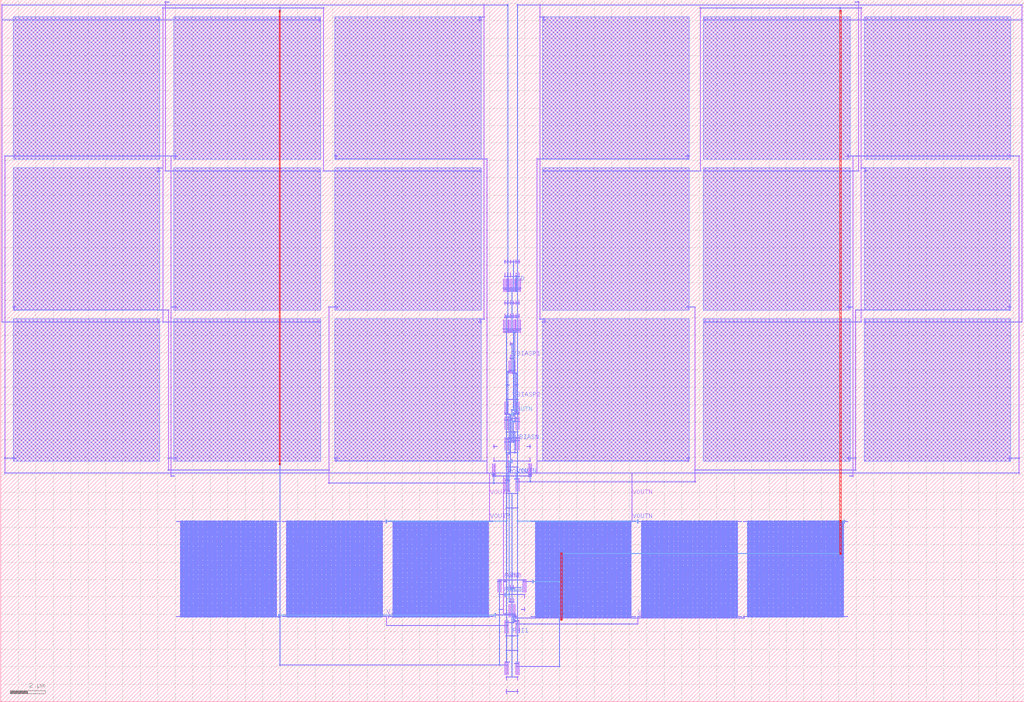
<source format=lef>
MACRO SWITCHED_CAPACITOR_FILTER
  ORIGIN 0 0 ;
  FOREIGN SWITCHED_CAPACITOR_FILTER 0 0 ;
  SIZE 58.612 BY 40.204 ;
  PIN ID
    DIRECTION INOUT ;
    USE SIGNAL ;
    PORT 
      LAYER M3 ;
        RECT 29.5 23.484 29.54 24.396 ;
    END
  END ID
  PIN VBIASN
    DIRECTION INOUT ;
    USE SIGNAL ;
    PORT 
      LAYER M3 ;
        RECT 29.42 14.244 29.46 15.492 ;
    END
  END VBIASN
  PIN VBIASP1
    DIRECTION INOUT ;
    USE SIGNAL ;
    PORT 
      LAYER M2 ;
        RECT 29.164 19.64 29.396 19.672 ;
    END
  END VBIASP1
  PIN VBIASP2
    DIRECTION INOUT ;
    USE SIGNAL ;
    PORT 
      LAYER M2 ;
        RECT 29.404 17.288 29.636 17.32 ;
      LAYER M2 ;
        RECT 28.924 17.288 29.156 17.32 ;
      LAYER M2 ;
        RECT 29.12 17.288 29.44 17.32 ;
    END
  END VBIASP2
  PIN VOUTN
    DIRECTION INOUT ;
    USE SIGNAL ;
    PORT 
      LAYER M2 ;
        RECT 29.404 16.448 29.636 16.48 ;
      LAYER M3 ;
        RECT 29.18 15 29.22 16.248 ;
      LAYER M2 ;
        RECT 29.36 16.448 29.44 16.48 ;
      LAYER M3 ;
        RECT 29.34 16.359 29.38 16.569 ;
      LAYER M4 ;
        RECT 29.2 16.444 29.36 16.484 ;
      LAYER M3 ;
        RECT 29.18 16.212 29.22 16.464 ;
      LAYER M1 ;
        RECT 58.304 13.068 58.336 13.14 ;
      LAYER M2 ;
        RECT 58.284 13.088 58.356 13.12 ;
      LAYER M1 ;
        RECT 30.704 13.068 30.736 13.14 ;
      LAYER M2 ;
        RECT 30.684 13.088 30.756 13.12 ;
      LAYER M2 ;
        RECT 30.72 13.088 58.32 13.12 ;
      LAYER M2 ;
        RECT 29.404 12.752 29.636 12.784 ;
      LAYER M2 ;
        RECT 30.364 10.316 36.356 10.348 ;
      LAYER M3 ;
        RECT 29.18 13.104 29.22 15.036 ;
      LAYER M2 ;
        RECT 29.2 13.088 30.72 13.12 ;
      LAYER M2 ;
        RECT 29.484 13.088 29.556 13.12 ;
      LAYER M3 ;
        RECT 29.5 12.768 29.54 13.104 ;
      LAYER M2 ;
        RECT 29.484 12.752 29.556 12.784 ;
      LAYER M2 ;
        RECT 36.124 13.088 36.196 13.12 ;
      LAYER M1 ;
        RECT 36.144 10.332 36.176 13.104 ;
      LAYER M2 ;
        RECT 36.124 10.316 36.196 10.348 ;
    END
  END VOUTN
  PIN VOUTP
    DIRECTION INOUT ;
    USE SIGNAL ;
    PORT 
      LAYER M2 ;
        RECT 28.924 16.448 29.156 16.48 ;
      LAYER M3 ;
        RECT 29.1 15.084 29.14 16.332 ;
      LAYER M2 ;
        RECT 29.084 16.448 29.156 16.48 ;
      LAYER M3 ;
        RECT 29.1 16.296 29.14 16.464 ;
      LAYER M1 ;
        RECT 0.224 13.068 0.256 13.14 ;
      LAYER M2 ;
        RECT 0.204 13.088 0.276 13.12 ;
      LAYER M1 ;
        RECT 27.824 13.068 27.856 13.14 ;
      LAYER M2 ;
        RECT 27.804 13.088 27.876 13.12 ;
      LAYER M2 ;
        RECT 0.24 13.088 27.84 13.12 ;
      LAYER M2 ;
        RECT 28.924 12.668 29.156 12.7 ;
      LAYER M2 ;
        RECT 22.204 10.316 28.196 10.348 ;
      LAYER M3 ;
        RECT 29.1 14.196 29.14 15.12 ;
      LAYER M2 ;
        RECT 28.98 14.18 29.18 14.212 ;
      LAYER M1 ;
        RECT 29.024 13.104 29.056 14.196 ;
      LAYER M2 ;
        RECT 27.84 13.088 29.04 13.12 ;
      LAYER M2 ;
        RECT 29.004 13.088 29.076 13.12 ;
      LAYER M3 ;
        RECT 29.02 12.684 29.06 13.104 ;
      LAYER M2 ;
        RECT 29.004 12.668 29.076 12.7 ;
      LAYER M2 ;
        RECT 27.964 13.088 28.036 13.12 ;
      LAYER M1 ;
        RECT 27.984 10.332 28.016 13.104 ;
      LAYER M2 ;
        RECT 27.964 10.316 28.036 10.348 ;
    END
  END VOUTP
  PIN PHI2
    DIRECTION INOUT ;
    USE SIGNAL ;
    PORT 
      LAYER M2 ;
        RECT 29.164 5.696 29.396 5.728 ;
      LAYER M2 ;
        RECT 28.204 13.76 28.436 13.792 ;
      LAYER M2 ;
        RECT 30.124 13.76 30.356 13.792 ;
      LAYER M2 ;
        RECT 29.804 6.116 30.036 6.148 ;
      LAYER M2 ;
        RECT 28.524 6.116 28.756 6.148 ;
      LAYER M2 ;
        RECT 29.12 5.696 29.2 5.728 ;
      LAYER M3 ;
        RECT 29.1 5.712 29.14 13.776 ;
      LAYER M2 ;
        RECT 28.4 13.76 29.12 13.792 ;
      LAYER M3 ;
        RECT 29.1 13.736 29.14 13.816 ;
      LAYER M4 ;
        RECT 29.12 13.756 29.28 13.796 ;
      LAYER M3 ;
        RECT 29.26 13.671 29.3 13.881 ;
      LAYER M2 ;
        RECT 29.28 13.76 30.16 13.792 ;
      LAYER M3 ;
        RECT 29.1 6.092 29.14 6.172 ;
      LAYER M2 ;
        RECT 29.12 6.116 29.84 6.148 ;
      LAYER M3 ;
        RECT 29.1 6.092 29.14 6.172 ;
      LAYER M4 ;
        RECT 28.88 6.112 29.12 6.152 ;
      LAYER M3 ;
        RECT 28.86 6.027 28.9 6.237 ;
      LAYER M2 ;
        RECT 28.72 6.116 28.88 6.148 ;
    END
  END PHI2
  PIN AGND
    DIRECTION INOUT ;
    USE SIGNAL ;
    PORT 
      LAYER M2 ;
        RECT 29.084 5.024 29.476 5.056 ;
      LAYER M2 ;
        RECT 28.204 12.92 28.436 12.952 ;
      LAYER M2 ;
        RECT 30.124 12.92 30.356 12.952 ;
      LAYER M2 ;
        RECT 29.804 6.956 30.036 6.988 ;
      LAYER M2 ;
        RECT 28.524 6.956 28.756 6.988 ;
      LAYER M2 ;
        RECT 28.8 5.024 29.12 5.056 ;
      LAYER M1 ;
        RECT 28.784 5.04 28.816 12.936 ;
      LAYER M2 ;
        RECT 28.4 12.92 28.8 12.952 ;
      LAYER M2 ;
        RECT 28.8 12.92 30.16 12.952 ;
      LAYER M1 ;
        RECT 28.784 6.852 28.816 6.924 ;
      LAYER M2 ;
        RECT 28.8 6.872 29 6.904 ;
      LAYER M1 ;
        RECT 28.864 6.84 28.896 7.02 ;
      LAYER M2 ;
        RECT 28.88 6.956 29.84 6.988 ;
      LAYER M2 ;
        RECT 28.72 6.956 28.88 6.988 ;
    END
  END AGND
  PIN PHI1
    DIRECTION INOUT ;
    USE SIGNAL ;
    PORT 
      LAYER M2 ;
        RECT 28.924 11.912 29.636 11.944 ;
      LAYER M2 ;
        RECT 28.924 1.412 29.636 1.444 ;
      LAYER M2 ;
        RECT 28.924 3.764 29.636 3.796 ;
      LAYER M2 ;
        RECT 29.244 11.912 29.316 11.944 ;
      LAYER M3 ;
        RECT 29.26 1.428 29.3 11.928 ;
      LAYER M2 ;
        RECT 29.244 1.412 29.316 1.444 ;
      LAYER M3 ;
        RECT 29.26 3.74 29.3 3.82 ;
      LAYER M2 ;
        RECT 29.244 3.764 29.316 3.796 ;
    END
  END PHI1
  PIN VINP
    DIRECTION INOUT ;
    USE SIGNAL ;
    PORT 
      LAYER M2 ;
        RECT 29.484 4.436 29.716 4.468 ;
      LAYER M2 ;
        RECT 36.444 4.856 42.436 4.888 ;
      LAYER M2 ;
        RECT 29.68 4.436 36.48 4.468 ;
      LAYER M1 ;
        RECT 36.464 4.452 36.496 4.872 ;
      LAYER M2 ;
        RECT 36.444 4.856 36.516 4.888 ;
    END
  END VINP
  PIN VINN
    DIRECTION INOUT ;
    USE SIGNAL ;
    PORT 
      LAYER M2 ;
        RECT 28.844 4.352 29.076 4.384 ;
      LAYER M2 ;
        RECT 16.124 4.856 22.116 4.888 ;
      LAYER M2 ;
        RECT 22.08 4.352 28.88 4.384 ;
      LAYER M1 ;
        RECT 22.064 4.368 22.096 4.872 ;
      LAYER M2 ;
        RECT 22.044 4.856 22.116 4.888 ;
    END
  END VINN
  OBS 
  LAYER M2 ;
        RECT 29.004 22.076 29.716 22.108 ;
  LAYER M1 ;
        RECT 0.064 39.864 0.096 39.936 ;
  LAYER M2 ;
        RECT 0.044 39.884 0.116 39.916 ;
  LAYER M1 ;
        RECT 27.664 39.864 27.696 39.936 ;
  LAYER M2 ;
        RECT 27.644 39.884 27.716 39.916 ;
  LAYER M2 ;
        RECT 0.08 39.884 27.68 39.916 ;
  LAYER M2 ;
        RECT 28.924 2.252 29.156 2.284 ;
  LAYER M2 ;
        RECT 16.124 10.316 22.116 10.348 ;
  LAYER M2 ;
        RECT 29.004 22.076 29.076 22.108 ;
  LAYER M3 ;
        RECT 29.02 22.092 29.06 39.9 ;
  LAYER M2 ;
        RECT 27.68 39.884 29.04 39.916 ;
  LAYER M3 ;
        RECT 29.02 22.052 29.06 22.132 ;
  LAYER M4 ;
        RECT 28.93 22.072 29.07 22.112 ;
  LAYER M3 ;
        RECT 28.94 2.268 28.98 22.092 ;
  LAYER M2 ;
        RECT 28.924 2.252 28.996 2.284 ;
  LAYER M3 ;
        RECT 28.94 10.292 28.98 10.372 ;
  LAYER M4 ;
        RECT 22.08 10.312 28.96 10.352 ;
  LAYER M3 ;
        RECT 22.06 10.227 22.1 10.437 ;
  LAYER M2 ;
        RECT 22.044 10.316 22.116 10.348 ;
  LAYER M2 ;
        RECT 29.004 22.076 29.076 22.108 ;
  LAYER M3 ;
        RECT 29.02 22.056 29.06 22.128 ;
  LAYER M2 ;
        RECT 29.004 39.884 29.076 39.916 ;
  LAYER M3 ;
        RECT 29.02 39.864 29.06 39.936 ;
  LAYER M2 ;
        RECT 29.004 22.076 29.076 22.108 ;
  LAYER M3 ;
        RECT 29.02 22.056 29.06 22.128 ;
  LAYER M2 ;
        RECT 29.004 39.884 29.076 39.916 ;
  LAYER M3 ;
        RECT 29.02 39.864 29.06 39.936 ;
  LAYER M2 ;
        RECT 28.924 2.252 28.996 2.284 ;
  LAYER M3 ;
        RECT 28.94 2.232 28.98 2.304 ;
  LAYER M2 ;
        RECT 29.004 22.076 29.076 22.108 ;
  LAYER M3 ;
        RECT 29.02 22.056 29.06 22.128 ;
  LAYER M2 ;
        RECT 29.004 39.884 29.076 39.916 ;
  LAYER M3 ;
        RECT 29.02 39.864 29.06 39.936 ;
  LAYER M3 ;
        RECT 28.94 22.052 28.98 22.132 ;
  LAYER M4 ;
        RECT 28.92 22.072 29 22.112 ;
  LAYER M3 ;
        RECT 29.02 22.052 29.06 22.132 ;
  LAYER M4 ;
        RECT 29 22.072 29.08 22.112 ;
  LAYER M2 ;
        RECT 28.924 2.252 28.996 2.284 ;
  LAYER M3 ;
        RECT 28.94 2.232 28.98 2.304 ;
  LAYER M2 ;
        RECT 29.004 22.076 29.076 22.108 ;
  LAYER M3 ;
        RECT 29.02 22.056 29.06 22.128 ;
  LAYER M2 ;
        RECT 29.004 39.884 29.076 39.916 ;
  LAYER M3 ;
        RECT 29.02 39.864 29.06 39.936 ;
  LAYER M2 ;
        RECT 22.044 10.316 22.116 10.348 ;
  LAYER M3 ;
        RECT 22.06 10.296 22.1 10.368 ;
  LAYER M2 ;
        RECT 28.924 2.252 28.996 2.284 ;
  LAYER M3 ;
        RECT 28.94 2.232 28.98 2.304 ;
  LAYER M2 ;
        RECT 29.004 22.076 29.076 22.108 ;
  LAYER M3 ;
        RECT 29.02 22.056 29.06 22.128 ;
  LAYER M2 ;
        RECT 29.004 39.884 29.076 39.916 ;
  LAYER M3 ;
        RECT 29.02 39.864 29.06 39.936 ;
  LAYER M3 ;
        RECT 22.06 10.292 22.1 10.372 ;
  LAYER M4 ;
        RECT 22.04 10.312 22.12 10.352 ;
  LAYER M3 ;
        RECT 28.94 10.292 28.98 10.372 ;
  LAYER M4 ;
        RECT 28.92 10.312 29 10.352 ;
  LAYER M2 ;
        RECT 28.924 2.252 28.996 2.284 ;
  LAYER M3 ;
        RECT 28.94 2.232 28.98 2.304 ;
  LAYER M2 ;
        RECT 29.004 22.076 29.076 22.108 ;
  LAYER M3 ;
        RECT 29.02 22.056 29.06 22.128 ;
  LAYER M2 ;
        RECT 29.004 39.884 29.076 39.916 ;
  LAYER M3 ;
        RECT 29.02 39.864 29.06 39.936 ;
  LAYER M3 ;
        RECT 28.94 10.292 28.98 10.372 ;
  LAYER M4 ;
        RECT 28.92 10.312 29 10.352 ;
  LAYER M2 ;
        RECT 28.844 21.992 29.556 22.024 ;
  LAYER M1 ;
        RECT 58.464 39.864 58.496 39.936 ;
  LAYER M2 ;
        RECT 58.444 39.884 58.516 39.916 ;
  LAYER M1 ;
        RECT 30.864 39.864 30.896 39.936 ;
  LAYER M2 ;
        RECT 30.844 39.884 30.916 39.916 ;
  LAYER M2 ;
        RECT 30.88 39.884 58.48 39.916 ;
  LAYER M2 ;
        RECT 29.404 2.168 29.636 2.2 ;
  LAYER M2 ;
        RECT 36.444 10.316 42.436 10.348 ;
  LAYER M2 ;
        RECT 29.52 21.992 29.6 22.024 ;
  LAYER M3 ;
        RECT 29.58 22.008 29.62 39.9 ;
  LAYER M2 ;
        RECT 29.6 39.884 30.88 39.916 ;
  LAYER M3 ;
        RECT 29.58 2.184 29.62 22.008 ;
  LAYER M2 ;
        RECT 29.564 2.168 29.636 2.2 ;
  LAYER M3 ;
        RECT 29.58 10.292 29.62 10.372 ;
  LAYER M4 ;
        RECT 29.6 10.312 36.48 10.352 ;
  LAYER M3 ;
        RECT 36.46 10.227 36.5 10.437 ;
  LAYER M2 ;
        RECT 36.444 10.316 36.516 10.348 ;
  LAYER M2 ;
        RECT 29.564 21.992 29.636 22.024 ;
  LAYER M3 ;
        RECT 29.58 21.972 29.62 22.044 ;
  LAYER M2 ;
        RECT 29.564 39.884 29.636 39.916 ;
  LAYER M3 ;
        RECT 29.58 39.864 29.62 39.936 ;
  LAYER M2 ;
        RECT 29.564 21.992 29.636 22.024 ;
  LAYER M3 ;
        RECT 29.58 21.972 29.62 22.044 ;
  LAYER M2 ;
        RECT 29.564 39.884 29.636 39.916 ;
  LAYER M3 ;
        RECT 29.58 39.864 29.62 39.936 ;
  LAYER M2 ;
        RECT 29.564 2.168 29.636 2.2 ;
  LAYER M3 ;
        RECT 29.58 2.148 29.62 2.22 ;
  LAYER M2 ;
        RECT 29.564 21.992 29.636 22.024 ;
  LAYER M3 ;
        RECT 29.58 21.972 29.62 22.044 ;
  LAYER M2 ;
        RECT 29.564 39.884 29.636 39.916 ;
  LAYER M3 ;
        RECT 29.58 39.864 29.62 39.936 ;
  LAYER M2 ;
        RECT 29.564 2.168 29.636 2.2 ;
  LAYER M3 ;
        RECT 29.58 2.148 29.62 2.22 ;
  LAYER M2 ;
        RECT 29.564 21.992 29.636 22.024 ;
  LAYER M3 ;
        RECT 29.58 21.972 29.62 22.044 ;
  LAYER M2 ;
        RECT 29.564 39.884 29.636 39.916 ;
  LAYER M3 ;
        RECT 29.58 39.864 29.62 39.936 ;
  LAYER M2 ;
        RECT 29.564 2.168 29.636 2.2 ;
  LAYER M3 ;
        RECT 29.58 2.148 29.62 2.22 ;
  LAYER M2 ;
        RECT 29.564 21.992 29.636 22.024 ;
  LAYER M3 ;
        RECT 29.58 21.972 29.62 22.044 ;
  LAYER M2 ;
        RECT 29.564 39.884 29.636 39.916 ;
  LAYER M3 ;
        RECT 29.58 39.864 29.62 39.936 ;
  LAYER M2 ;
        RECT 36.444 10.316 36.516 10.348 ;
  LAYER M3 ;
        RECT 36.46 10.296 36.5 10.368 ;
  LAYER M3 ;
        RECT 29.58 10.292 29.62 10.372 ;
  LAYER M4 ;
        RECT 29.56 10.312 29.64 10.352 ;
  LAYER M3 ;
        RECT 36.46 10.292 36.5 10.372 ;
  LAYER M4 ;
        RECT 36.44 10.312 36.52 10.352 ;
  LAYER M2 ;
        RECT 29.564 2.168 29.636 2.2 ;
  LAYER M3 ;
        RECT 29.58 2.148 29.62 2.22 ;
  LAYER M2 ;
        RECT 29.564 21.992 29.636 22.024 ;
  LAYER M3 ;
        RECT 29.58 21.972 29.62 22.044 ;
  LAYER M2 ;
        RECT 29.564 39.884 29.636 39.916 ;
  LAYER M3 ;
        RECT 29.58 39.864 29.62 39.936 ;
  LAYER M3 ;
        RECT 29.58 10.292 29.62 10.372 ;
  LAYER M4 ;
        RECT 29.56 10.312 29.64 10.352 ;
  LAYER M1 ;
        RECT 48.944 13.236 48.976 13.308 ;
  LAYER M2 ;
        RECT 48.924 13.256 48.996 13.288 ;
  LAYER M1 ;
        RECT 39.744 13.236 39.776 13.308 ;
  LAYER M2 ;
        RECT 39.724 13.256 39.796 13.288 ;
  LAYER M2 ;
        RECT 39.76 13.256 48.96 13.288 ;
  LAYER M2 ;
        RECT 29.484 12.584 29.716 12.616 ;
  LAYER M2 ;
        RECT 30.204 13.004 30.436 13.036 ;
  LAYER M1 ;
        RECT 39.744 12.6 39.776 13.272 ;
  LAYER M2 ;
        RECT 29.68 12.584 39.76 12.616 ;
  LAYER M2 ;
        RECT 30.284 12.584 30.356 12.616 ;
  LAYER M3 ;
        RECT 30.3 12.6 30.34 13.02 ;
  LAYER M2 ;
        RECT 30.284 13.004 30.356 13.036 ;
  LAYER M1 ;
        RECT 39.744 12.564 39.776 12.636 ;
  LAYER M2 ;
        RECT 39.724 12.584 39.796 12.616 ;
  LAYER M1 ;
        RECT 39.744 12.564 39.776 12.636 ;
  LAYER M2 ;
        RECT 39.724 12.584 39.796 12.616 ;
  LAYER M1 ;
        RECT 39.744 12.564 39.776 12.636 ;
  LAYER M2 ;
        RECT 39.724 12.584 39.796 12.616 ;
  LAYER M2 ;
        RECT 30.284 12.584 30.356 12.616 ;
  LAYER M3 ;
        RECT 30.3 12.564 30.34 12.636 ;
  LAYER M2 ;
        RECT 30.284 13.004 30.356 13.036 ;
  LAYER M3 ;
        RECT 30.3 12.984 30.34 13.056 ;
  LAYER M1 ;
        RECT 39.744 12.564 39.776 12.636 ;
  LAYER M2 ;
        RECT 39.724 12.584 39.796 12.616 ;
  LAYER M2 ;
        RECT 30.284 12.584 30.356 12.616 ;
  LAYER M3 ;
        RECT 30.3 12.564 30.34 12.636 ;
  LAYER M2 ;
        RECT 30.284 13.004 30.356 13.036 ;
  LAYER M3 ;
        RECT 30.3 12.984 30.34 13.056 ;
  LAYER M1 ;
        RECT 49.264 39.696 49.296 39.768 ;
  LAYER M2 ;
        RECT 49.244 39.716 49.316 39.748 ;
  LAYER M1 ;
        RECT 40.064 39.696 40.096 39.768 ;
  LAYER M2 ;
        RECT 40.044 39.716 40.116 39.748 ;
  LAYER M2 ;
        RECT 40.08 39.716 49.28 39.748 ;
  LAYER M2 ;
        RECT 29.484 2 29.716 2.032 ;
  LAYER M2 ;
        RECT 42.524 10.316 48.516 10.348 ;
  LAYER M2 ;
        RECT 29.884 6.872 30.116 6.904 ;
  LAYER M2 ;
        RECT 48.044 39.716 48.116 39.748 ;
  LAYER M3 ;
        RECT 48.06 39.543 48.1 39.753 ;
  LAYER M4 ;
        RECT 48.018 39.544 48.158 39.584 ;
  LAYER M5 ;
        RECT 48.064 8.484 48.128 39.564 ;
  LAYER M4 ;
        RECT 32.112 8.464 48.096 8.504 ;
  LAYER M5 ;
        RECT 32.08 4.704 32.144 8.484 ;
  LAYER M4 ;
        RECT 31.986 4.684 32.126 4.724 ;
  LAYER M3 ;
        RECT 31.98 2.016 32.02 4.704 ;
  LAYER M2 ;
        RECT 29.68 2 32 2.032 ;
  LAYER M5 ;
        RECT 48.064 10.28 48.128 10.384 ;
  LAYER M4 ;
        RECT 48.096 10.312 48.32 10.352 ;
  LAYER M3 ;
        RECT 48.3 10.227 48.34 10.437 ;
  LAYER M2 ;
        RECT 48.284 10.316 48.356 10.348 ;
  LAYER M5 ;
        RECT 32.08 6.836 32.144 6.94 ;
  LAYER M4 ;
        RECT 30.48 6.868 32.112 6.908 ;
  LAYER M3 ;
        RECT 30.46 6.783 30.5 6.993 ;
  LAYER M2 ;
        RECT 30.08 6.872 30.48 6.904 ;
  LAYER M2 ;
        RECT 31.964 2 32.036 2.032 ;
  LAYER M3 ;
        RECT 31.98 1.98 32.02 2.052 ;
  LAYER M2 ;
        RECT 48.044 39.716 48.116 39.748 ;
  LAYER M3 ;
        RECT 48.06 39.696 48.1 39.768 ;
  LAYER M3 ;
        RECT 31.98 4.664 32.02 4.744 ;
  LAYER M4 ;
        RECT 31.96 4.684 32.04 4.724 ;
  LAYER M3 ;
        RECT 48.06 39.524 48.1 39.604 ;
  LAYER M4 ;
        RECT 48.04 39.544 48.12 39.584 ;
  LAYER M4 ;
        RECT 32.072 4.684 32.152 4.724 ;
  LAYER M5 ;
        RECT 32.08 4.664 32.144 4.744 ;
  LAYER M4 ;
        RECT 32.072 8.464 32.152 8.504 ;
  LAYER M5 ;
        RECT 32.08 8.444 32.144 8.524 ;
  LAYER M4 ;
        RECT 48.056 8.464 48.136 8.504 ;
  LAYER M5 ;
        RECT 48.064 8.444 48.128 8.524 ;
  LAYER M4 ;
        RECT 48.056 39.544 48.136 39.584 ;
  LAYER M5 ;
        RECT 48.064 39.524 48.128 39.604 ;
  LAYER M2 ;
        RECT 31.964 2 32.036 2.032 ;
  LAYER M3 ;
        RECT 31.98 1.98 32.02 2.052 ;
  LAYER M4 ;
        RECT 32.072 8.464 32.152 8.504 ;
  LAYER M5 ;
        RECT 32.08 8.444 32.144 8.524 ;
  LAYER M4 ;
        RECT 48.056 8.464 48.136 8.504 ;
  LAYER M5 ;
        RECT 48.064 8.444 48.128 8.524 ;
  LAYER M2 ;
        RECT 31.964 2 32.036 2.032 ;
  LAYER M3 ;
        RECT 31.98 1.98 32.02 2.052 ;
  LAYER M2 ;
        RECT 48.284 10.316 48.356 10.348 ;
  LAYER M3 ;
        RECT 48.3 10.296 48.34 10.368 ;
  LAYER M3 ;
        RECT 48.3 10.292 48.34 10.372 ;
  LAYER M4 ;
        RECT 48.28 10.312 48.36 10.352 ;
  LAYER M4 ;
        RECT 32.072 8.464 32.152 8.504 ;
  LAYER M5 ;
        RECT 32.08 8.444 32.144 8.524 ;
  LAYER M4 ;
        RECT 48.056 8.464 48.136 8.504 ;
  LAYER M5 ;
        RECT 48.064 8.444 48.128 8.524 ;
  LAYER M4 ;
        RECT 48.056 10.312 48.136 10.352 ;
  LAYER M5 ;
        RECT 48.064 10.292 48.128 10.372 ;
  LAYER M2 ;
        RECT 31.964 2 32.036 2.032 ;
  LAYER M3 ;
        RECT 31.98 1.98 32.02 2.052 ;
  LAYER M4 ;
        RECT 32.072 8.464 32.152 8.504 ;
  LAYER M5 ;
        RECT 32.08 8.444 32.144 8.524 ;
  LAYER M4 ;
        RECT 48.056 8.464 48.136 8.504 ;
  LAYER M5 ;
        RECT 48.064 8.444 48.128 8.524 ;
  LAYER M4 ;
        RECT 48.056 10.312 48.136 10.352 ;
  LAYER M5 ;
        RECT 48.064 10.292 48.128 10.372 ;
  LAYER M2 ;
        RECT 30.444 6.872 30.516 6.904 ;
  LAYER M3 ;
        RECT 30.46 6.852 30.5 6.924 ;
  LAYER M2 ;
        RECT 31.964 2 32.036 2.032 ;
  LAYER M3 ;
        RECT 31.98 1.98 32.02 2.052 ;
  LAYER M3 ;
        RECT 30.46 6.848 30.5 6.928 ;
  LAYER M4 ;
        RECT 30.44 6.868 30.52 6.908 ;
  LAYER M4 ;
        RECT 32.072 6.868 32.152 6.908 ;
  LAYER M5 ;
        RECT 32.08 6.848 32.144 6.928 ;
  LAYER M4 ;
        RECT 32.072 8.464 32.152 8.504 ;
  LAYER M5 ;
        RECT 32.08 8.444 32.144 8.524 ;
  LAYER M4 ;
        RECT 48.056 8.464 48.136 8.504 ;
  LAYER M5 ;
        RECT 48.064 8.444 48.128 8.524 ;
  LAYER M4 ;
        RECT 48.056 10.312 48.136 10.352 ;
  LAYER M5 ;
        RECT 48.064 10.292 48.128 10.372 ;
  LAYER M2 ;
        RECT 31.964 2 32.036 2.032 ;
  LAYER M3 ;
        RECT 31.98 1.98 32.02 2.052 ;
  LAYER M4 ;
        RECT 32.072 6.868 32.152 6.908 ;
  LAYER M5 ;
        RECT 32.08 6.848 32.144 6.928 ;
  LAYER M4 ;
        RECT 32.072 8.464 32.152 8.504 ;
  LAYER M5 ;
        RECT 32.08 8.444 32.144 8.524 ;
  LAYER M4 ;
        RECT 48.056 8.464 48.136 8.504 ;
  LAYER M5 ;
        RECT 48.064 8.444 48.128 8.524 ;
  LAYER M4 ;
        RECT 48.056 10.312 48.136 10.352 ;
  LAYER M5 ;
        RECT 48.064 10.292 48.128 10.372 ;
  LAYER M1 ;
        RECT 9.584 13.236 9.616 13.308 ;
  LAYER M2 ;
        RECT 9.564 13.256 9.636 13.288 ;
  LAYER M1 ;
        RECT 18.784 13.236 18.816 13.308 ;
  LAYER M2 ;
        RECT 18.764 13.256 18.836 13.288 ;
  LAYER M2 ;
        RECT 9.6 13.256 18.8 13.288 ;
  LAYER M2 ;
        RECT 28.844 12.5 29.076 12.532 ;
  LAYER M2 ;
        RECT 28.124 13.004 28.356 13.036 ;
  LAYER M1 ;
        RECT 18.784 12.516 18.816 13.272 ;
  LAYER M2 ;
        RECT 18.8 12.5 28.88 12.532 ;
  LAYER M2 ;
        RECT 28.204 12.5 28.276 12.532 ;
  LAYER M3 ;
        RECT 28.22 12.516 28.26 13.02 ;
  LAYER M2 ;
        RECT 28.204 13.004 28.276 13.036 ;
  LAYER M1 ;
        RECT 18.784 12.48 18.816 12.552 ;
  LAYER M2 ;
        RECT 18.764 12.5 18.836 12.532 ;
  LAYER M1 ;
        RECT 18.784 12.48 18.816 12.552 ;
  LAYER M2 ;
        RECT 18.764 12.5 18.836 12.532 ;
  LAYER M1 ;
        RECT 18.784 12.48 18.816 12.552 ;
  LAYER M2 ;
        RECT 18.764 12.5 18.836 12.532 ;
  LAYER M2 ;
        RECT 28.204 12.5 28.276 12.532 ;
  LAYER M3 ;
        RECT 28.22 12.48 28.26 12.552 ;
  LAYER M2 ;
        RECT 28.204 13.004 28.276 13.036 ;
  LAYER M3 ;
        RECT 28.22 12.984 28.26 13.056 ;
  LAYER M1 ;
        RECT 18.784 12.48 18.816 12.552 ;
  LAYER M2 ;
        RECT 18.764 12.5 18.836 12.532 ;
  LAYER M2 ;
        RECT 28.204 12.5 28.276 12.532 ;
  LAYER M3 ;
        RECT 28.22 12.48 28.26 12.552 ;
  LAYER M2 ;
        RECT 28.204 13.004 28.276 13.036 ;
  LAYER M3 ;
        RECT 28.22 12.984 28.26 13.056 ;
  LAYER M1 ;
        RECT 9.264 39.696 9.296 39.768 ;
  LAYER M2 ;
        RECT 9.244 39.716 9.316 39.748 ;
  LAYER M1 ;
        RECT 18.464 39.696 18.496 39.768 ;
  LAYER M2 ;
        RECT 18.444 39.716 18.516 39.748 ;
  LAYER M2 ;
        RECT 9.28 39.716 18.48 39.748 ;
  LAYER M2 ;
        RECT 28.844 2.084 29.076 2.116 ;
  LAYER M2 ;
        RECT 10.044 10.316 16.036 10.348 ;
  LAYER M2 ;
        RECT 28.444 6.872 28.676 6.904 ;
  LAYER M2 ;
        RECT 15.964 39.716 16.036 39.748 ;
  LAYER M3 ;
        RECT 15.98 39.543 16.02 39.753 ;
  LAYER M4 ;
        RECT 15.922 39.544 16.062 39.584 ;
  LAYER M5 ;
        RECT 15.952 13.608 16.016 39.564 ;
  LAYER M4 ;
        RECT 15.922 13.588 16.062 13.628 ;
  LAYER M3 ;
        RECT 15.98 2.1 16.02 13.608 ;
  LAYER M2 ;
        RECT 16 2.084 28.88 2.116 ;
  LAYER M3 ;
        RECT 15.98 10.292 16.02 10.372 ;
  LAYER M2 ;
        RECT 15.964 10.316 16.036 10.348 ;
  LAYER M2 ;
        RECT 28.524 2.084 28.596 2.116 ;
  LAYER M3 ;
        RECT 28.54 2.1 28.58 6.888 ;
  LAYER M2 ;
        RECT 28.524 6.872 28.596 6.904 ;
  LAYER M2 ;
        RECT 15.964 2.084 16.036 2.116 ;
  LAYER M3 ;
        RECT 15.98 2.064 16.02 2.136 ;
  LAYER M2 ;
        RECT 15.964 39.716 16.036 39.748 ;
  LAYER M3 ;
        RECT 15.98 39.696 16.02 39.768 ;
  LAYER M3 ;
        RECT 15.98 13.568 16.02 13.648 ;
  LAYER M4 ;
        RECT 15.96 13.588 16.04 13.628 ;
  LAYER M3 ;
        RECT 15.98 39.524 16.02 39.604 ;
  LAYER M4 ;
        RECT 15.96 39.544 16.04 39.584 ;
  LAYER M4 ;
        RECT 15.944 13.588 16.024 13.628 ;
  LAYER M5 ;
        RECT 15.952 13.568 16.016 13.648 ;
  LAYER M4 ;
        RECT 15.944 39.544 16.024 39.584 ;
  LAYER M5 ;
        RECT 15.952 39.524 16.016 39.604 ;
  LAYER M2 ;
        RECT 15.964 2.084 16.036 2.116 ;
  LAYER M3 ;
        RECT 15.98 2.064 16.02 2.136 ;
  LAYER M2 ;
        RECT 15.964 2.084 16.036 2.116 ;
  LAYER M3 ;
        RECT 15.98 2.064 16.02 2.136 ;
  LAYER M2 ;
        RECT 15.964 10.316 16.036 10.348 ;
  LAYER M3 ;
        RECT 15.98 10.296 16.02 10.368 ;
  LAYER M2 ;
        RECT 15.964 2.084 16.036 2.116 ;
  LAYER M3 ;
        RECT 15.98 2.064 16.02 2.136 ;
  LAYER M2 ;
        RECT 15.964 10.316 16.036 10.348 ;
  LAYER M3 ;
        RECT 15.98 10.296 16.02 10.368 ;
  LAYER M2 ;
        RECT 15.964 2.084 16.036 2.116 ;
  LAYER M3 ;
        RECT 15.98 2.064 16.02 2.136 ;
  LAYER M2 ;
        RECT 15.964 10.316 16.036 10.348 ;
  LAYER M3 ;
        RECT 15.98 10.296 16.02 10.368 ;
  LAYER M2 ;
        RECT 28.524 2.084 28.596 2.116 ;
  LAYER M3 ;
        RECT 28.54 2.064 28.58 2.136 ;
  LAYER M2 ;
        RECT 28.524 6.872 28.596 6.904 ;
  LAYER M3 ;
        RECT 28.54 6.852 28.58 6.924 ;
  LAYER M2 ;
        RECT 15.964 2.084 16.036 2.116 ;
  LAYER M3 ;
        RECT 15.98 2.064 16.02 2.136 ;
  LAYER M2 ;
        RECT 15.964 10.316 16.036 10.348 ;
  LAYER M3 ;
        RECT 15.98 10.296 16.02 10.368 ;
  LAYER M2 ;
        RECT 28.524 2.084 28.596 2.116 ;
  LAYER M3 ;
        RECT 28.54 2.064 28.58 2.136 ;
  LAYER M2 ;
        RECT 28.524 6.872 28.596 6.904 ;
  LAYER M3 ;
        RECT 28.54 6.852 28.58 6.924 ;
  LAYER M2 ;
        RECT 29.324 4.856 29.556 4.888 ;
  LAYER M2 ;
        RECT 28.924 4.52 29.156 4.552 ;
  LAYER M2 ;
        RECT 42.524 4.856 48.516 4.888 ;
  LAYER M2 ;
        RECT 29.324 4.856 29.396 4.888 ;
  LAYER M3 ;
        RECT 29.34 4.536 29.38 4.872 ;
  LAYER M2 ;
        RECT 29.12 4.52 29.36 4.552 ;
  LAYER M2 ;
        RECT 29.484 4.856 29.556 4.888 ;
  LAYER M1 ;
        RECT 29.504 4.788 29.536 4.968 ;
  LAYER M2 ;
        RECT 29.52 4.772 42.56 4.804 ;
  LAYER M1 ;
        RECT 42.544 4.74 42.576 4.92 ;
  LAYER M2 ;
        RECT 42.524 4.856 42.596 4.888 ;
  LAYER M2 ;
        RECT 29.324 4.52 29.396 4.552 ;
  LAYER M3 ;
        RECT 29.34 4.5 29.38 4.572 ;
  LAYER M2 ;
        RECT 29.324 4.856 29.396 4.888 ;
  LAYER M3 ;
        RECT 29.34 4.836 29.38 4.908 ;
  LAYER M2 ;
        RECT 29.324 4.52 29.396 4.552 ;
  LAYER M3 ;
        RECT 29.34 4.5 29.38 4.572 ;
  LAYER M2 ;
        RECT 29.324 4.856 29.396 4.888 ;
  LAYER M3 ;
        RECT 29.34 4.836 29.38 4.908 ;
  LAYER M1 ;
        RECT 29.504 4.752 29.536 4.824 ;
  LAYER M2 ;
        RECT 29.484 4.772 29.556 4.804 ;
  LAYER M1 ;
        RECT 29.504 4.836 29.536 4.908 ;
  LAYER M2 ;
        RECT 29.484 4.856 29.556 4.888 ;
  LAYER M1 ;
        RECT 42.544 4.752 42.576 4.824 ;
  LAYER M2 ;
        RECT 42.524 4.772 42.596 4.804 ;
  LAYER M1 ;
        RECT 42.544 4.836 42.576 4.908 ;
  LAYER M2 ;
        RECT 42.524 4.856 42.596 4.888 ;
  LAYER M2 ;
        RECT 29.324 4.52 29.396 4.552 ;
  LAYER M3 ;
        RECT 29.34 4.5 29.38 4.572 ;
  LAYER M2 ;
        RECT 29.324 4.856 29.396 4.888 ;
  LAYER M3 ;
        RECT 29.34 4.836 29.38 4.908 ;
  LAYER M1 ;
        RECT 29.504 4.752 29.536 4.824 ;
  LAYER M2 ;
        RECT 29.484 4.772 29.556 4.804 ;
  LAYER M2 ;
        RECT 29.324 4.52 29.396 4.552 ;
  LAYER M3 ;
        RECT 29.34 4.5 29.38 4.572 ;
  LAYER M2 ;
        RECT 29.324 4.856 29.396 4.888 ;
  LAYER M3 ;
        RECT 29.34 4.836 29.38 4.908 ;
  LAYER M2 ;
        RECT 29.164 4.94 29.396 4.972 ;
  LAYER M2 ;
        RECT 29.404 4.604 29.636 4.636 ;
  LAYER M2 ;
        RECT 10.044 4.856 16.036 4.888 ;
  LAYER M2 ;
        RECT 29.36 4.94 29.44 4.972 ;
  LAYER M3 ;
        RECT 29.42 4.62 29.46 4.956 ;
  LAYER M2 ;
        RECT 29.404 4.604 29.476 4.636 ;
  LAYER M2 ;
        RECT 28.32 4.94 29.2 4.972 ;
  LAYER M3 ;
        RECT 28.3 4.851 28.34 5.061 ;
  LAYER M4 ;
        RECT 15.92 4.936 28.32 4.976 ;
  LAYER M3 ;
        RECT 15.9 4.809 15.94 5.019 ;
  LAYER M2 ;
        RECT 15.884 4.856 15.956 4.888 ;
  LAYER M2 ;
        RECT 29.404 4.604 29.476 4.636 ;
  LAYER M3 ;
        RECT 29.42 4.584 29.46 4.656 ;
  LAYER M2 ;
        RECT 29.404 4.94 29.476 4.972 ;
  LAYER M3 ;
        RECT 29.42 4.92 29.46 4.992 ;
  LAYER M2 ;
        RECT 29.404 4.604 29.476 4.636 ;
  LAYER M3 ;
        RECT 29.42 4.584 29.46 4.656 ;
  LAYER M2 ;
        RECT 29.404 4.94 29.476 4.972 ;
  LAYER M3 ;
        RECT 29.42 4.92 29.46 4.992 ;
  LAYER M2 ;
        RECT 15.884 4.856 15.956 4.888 ;
  LAYER M3 ;
        RECT 15.9 4.836 15.94 4.908 ;
  LAYER M2 ;
        RECT 28.284 4.94 28.356 4.972 ;
  LAYER M3 ;
        RECT 28.3 4.92 28.34 4.992 ;
  LAYER M2 ;
        RECT 29.404 4.604 29.476 4.636 ;
  LAYER M3 ;
        RECT 29.42 4.584 29.46 4.656 ;
  LAYER M2 ;
        RECT 29.404 4.94 29.476 4.972 ;
  LAYER M3 ;
        RECT 29.42 4.92 29.46 4.992 ;
  LAYER M3 ;
        RECT 15.9 4.916 15.94 4.996 ;
  LAYER M4 ;
        RECT 15.88 4.936 15.96 4.976 ;
  LAYER M3 ;
        RECT 28.3 4.916 28.34 4.996 ;
  LAYER M4 ;
        RECT 28.28 4.936 28.36 4.976 ;
  LAYER M2 ;
        RECT 29.404 4.604 29.476 4.636 ;
  LAYER M3 ;
        RECT 29.42 4.584 29.46 4.656 ;
  LAYER M2 ;
        RECT 29.404 4.94 29.476 4.972 ;
  LAYER M3 ;
        RECT 29.42 4.92 29.46 4.992 ;
  LAYER M2 ;
        RECT 28.844 23.588 29.716 23.62 ;
  LAYER M2 ;
        RECT 28.764 21.32 29.796 21.352 ;
  LAYER M2 ;
        RECT 29.244 23.588 29.316 23.62 ;
  LAYER M3 ;
        RECT 29.26 21.336 29.3 23.604 ;
  LAYER M2 ;
        RECT 29.244 21.32 29.316 21.352 ;
  LAYER M2 ;
        RECT 29.244 21.32 29.316 21.352 ;
  LAYER M3 ;
        RECT 29.26 21.3 29.3 21.372 ;
  LAYER M2 ;
        RECT 29.244 23.588 29.316 23.62 ;
  LAYER M3 ;
        RECT 29.26 23.568 29.3 23.64 ;
  LAYER M2 ;
        RECT 29.244 21.32 29.316 21.352 ;
  LAYER M3 ;
        RECT 29.26 21.3 29.3 21.372 ;
  LAYER M2 ;
        RECT 29.244 23.588 29.316 23.62 ;
  LAYER M3 ;
        RECT 29.26 23.568 29.3 23.64 ;
  LAYER M2 ;
        RECT 29.324 18.8 29.556 18.832 ;
  LAYER M3 ;
        RECT 29.5 16.512 29.54 18.18 ;
  LAYER M2 ;
        RECT 29.484 18.8 29.556 18.832 ;
  LAYER M3 ;
        RECT 29.5 18.144 29.54 18.816 ;
  LAYER M2 ;
        RECT 29.484 18.8 29.556 18.832 ;
  LAYER M3 ;
        RECT 29.5 18.78 29.54 18.852 ;
  LAYER M2 ;
        RECT 29.484 18.8 29.556 18.832 ;
  LAYER M3 ;
        RECT 29.5 18.78 29.54 18.852 ;
  LAYER M2 ;
        RECT 29.164 18.884 29.396 18.916 ;
  LAYER M3 ;
        RECT 29.02 16.512 29.06 18.18 ;
  LAYER M2 ;
        RECT 29.04 18.884 29.2 18.916 ;
  LAYER M3 ;
        RECT 29.02 18.144 29.06 18.9 ;
  LAYER M2 ;
        RECT 29.004 18.884 29.076 18.916 ;
  LAYER M3 ;
        RECT 29.02 18.864 29.06 18.936 ;
  LAYER M2 ;
        RECT 29.004 18.884 29.076 18.916 ;
  LAYER M3 ;
        RECT 29.02 18.864 29.06 18.936 ;
  LAYER M3 ;
        RECT 29.26 14.916 29.3 16.164 ;
  LAYER M2 ;
        RECT 29.004 21.236 29.716 21.268 ;
  LAYER M3 ;
        RECT 29.26 16.128 29.3 16.716 ;
  LAYER M2 ;
        RECT 29.22 16.7 29.42 16.732 ;
  LAYER M3 ;
        RECT 29.34 16.716 29.38 21.252 ;
  LAYER M2 ;
        RECT 29.324 21.236 29.396 21.268 ;
  LAYER M2 ;
        RECT 29.244 16.7 29.316 16.732 ;
  LAYER M3 ;
        RECT 29.26 16.68 29.3 16.752 ;
  LAYER M2 ;
        RECT 29.324 16.7 29.396 16.732 ;
  LAYER M3 ;
        RECT 29.34 16.68 29.38 16.752 ;
  LAYER M2 ;
        RECT 29.324 21.236 29.396 21.268 ;
  LAYER M3 ;
        RECT 29.34 21.216 29.38 21.288 ;
  LAYER M2 ;
        RECT 29.324 21.236 29.396 21.268 ;
  LAYER M3 ;
        RECT 29.34 21.216 29.38 21.288 ;
  LAYER M3 ;
        RECT 29.34 14.832 29.38 16.08 ;
  LAYER M2 ;
        RECT 28.844 21.152 29.556 21.184 ;
  LAYER M3 ;
        RECT 29.34 16.004 29.38 16.084 ;
  LAYER M4 ;
        RECT 29.33 16.024 29.47 16.064 ;
  LAYER M3 ;
        RECT 29.42 16.044 29.46 21.168 ;
  LAYER M2 ;
        RECT 29.404 21.152 29.476 21.184 ;
  LAYER M2 ;
        RECT 29.404 21.152 29.476 21.184 ;
  LAYER M3 ;
        RECT 29.42 21.132 29.46 21.204 ;
  LAYER M3 ;
        RECT 29.34 16.004 29.38 16.084 ;
  LAYER M4 ;
        RECT 29.32 16.024 29.4 16.064 ;
  LAYER M3 ;
        RECT 29.42 16.004 29.46 16.084 ;
  LAYER M4 ;
        RECT 29.4 16.024 29.48 16.064 ;
  LAYER M2 ;
        RECT 29.404 21.152 29.476 21.184 ;
  LAYER M3 ;
        RECT 29.42 21.132 29.46 21.204 ;
  LAYER M1 ;
        RECT 29.664 23.484 29.696 24.228 ;
  LAYER M1 ;
        RECT 29.664 24.324 29.696 24.564 ;
  LAYER M1 ;
        RECT 29.664 25.08 29.696 25.32 ;
  LAYER M1 ;
        RECT 29.744 23.484 29.776 24.228 ;
  LAYER M1 ;
        RECT 29.584 23.484 29.616 24.228 ;
  LAYER M1 ;
        RECT 29.504 23.484 29.536 24.228 ;
  LAYER M1 ;
        RECT 29.504 24.324 29.536 24.564 ;
  LAYER M1 ;
        RECT 29.504 25.08 29.536 25.32 ;
  LAYER M1 ;
        RECT 29.424 23.484 29.456 24.228 ;
  LAYER M1 ;
        RECT 29.344 23.484 29.376 24.228 ;
  LAYER M1 ;
        RECT 29.344 24.324 29.376 24.564 ;
  LAYER M1 ;
        RECT 29.344 25.08 29.376 25.32 ;
  LAYER M1 ;
        RECT 29.264 23.484 29.296 24.228 ;
  LAYER M1 ;
        RECT 29.184 23.484 29.216 24.228 ;
  LAYER M1 ;
        RECT 29.184 24.324 29.216 24.564 ;
  LAYER M1 ;
        RECT 29.184 25.08 29.216 25.32 ;
  LAYER M1 ;
        RECT 29.104 23.484 29.136 24.228 ;
  LAYER M1 ;
        RECT 29.024 23.484 29.056 24.228 ;
  LAYER M1 ;
        RECT 29.024 24.324 29.056 24.564 ;
  LAYER M1 ;
        RECT 29.024 25.08 29.056 25.32 ;
  LAYER M1 ;
        RECT 28.944 23.484 28.976 24.228 ;
  LAYER M1 ;
        RECT 28.864 23.484 28.896 24.228 ;
  LAYER M1 ;
        RECT 28.864 24.324 28.896 24.564 ;
  LAYER M1 ;
        RECT 28.864 25.08 28.896 25.32 ;
  LAYER M1 ;
        RECT 28.784 23.484 28.816 24.228 ;
  LAYER M2 ;
        RECT 29.004 23.504 29.556 23.536 ;
  LAYER M2 ;
        RECT 28.844 24.344 29.716 24.376 ;
  LAYER M2 ;
        RECT 28.844 25.184 29.716 25.216 ;
  LAYER M2 ;
        RECT 28.764 23.672 29.796 23.704 ;
  LAYER M3 ;
        RECT 29.5 23.484 29.54 24.396 ;
  LAYER M2 ;
        RECT 28.844 23.588 29.716 23.62 ;
  LAYER M3 ;
        RECT 29.34 23.652 29.38 25.236 ;
  LAYER M1 ;
        RECT 29.344 18.78 29.376 19.524 ;
  LAYER M1 ;
        RECT 29.344 19.62 29.376 19.86 ;
  LAYER M1 ;
        RECT 29.344 20.376 29.376 20.616 ;
  LAYER M1 ;
        RECT 29.424 18.78 29.456 19.524 ;
  LAYER M1 ;
        RECT 29.264 18.78 29.296 19.524 ;
  LAYER M1 ;
        RECT 29.184 18.78 29.216 19.524 ;
  LAYER M1 ;
        RECT 29.184 19.62 29.216 19.86 ;
  LAYER M1 ;
        RECT 29.184 20.376 29.216 20.616 ;
  LAYER M1 ;
        RECT 29.104 18.78 29.136 19.524 ;
  LAYER M2 ;
        RECT 29.164 20.48 29.396 20.512 ;
  LAYER M2 ;
        RECT 29.084 18.968 29.476 19 ;
  LAYER M2 ;
        RECT 29.324 18.8 29.556 18.832 ;
  LAYER M2 ;
        RECT 29.164 18.884 29.396 18.916 ;
  LAYER M2 ;
        RECT 29.164 19.64 29.396 19.672 ;
  LAYER M3 ;
        RECT 29.26 18.948 29.3 20.532 ;
  LAYER M1 ;
        RECT 29.584 16.428 29.616 17.172 ;
  LAYER M1 ;
        RECT 29.584 17.268 29.616 17.508 ;
  LAYER M1 ;
        RECT 29.584 18.024 29.616 18.264 ;
  LAYER M1 ;
        RECT 29.504 16.428 29.536 17.172 ;
  LAYER M1 ;
        RECT 29.664 16.428 29.696 17.172 ;
  LAYER M2 ;
        RECT 29.404 18.128 29.636 18.16 ;
  LAYER M2 ;
        RECT 29.484 16.532 29.716 16.564 ;
  LAYER M2 ;
        RECT 29.404 16.448 29.636 16.48 ;
  LAYER M2 ;
        RECT 29.404 17.288 29.636 17.32 ;
  LAYER M3 ;
        RECT 29.5 16.512 29.54 18.18 ;
  LAYER M1 ;
        RECT 28.944 16.428 28.976 17.172 ;
  LAYER M1 ;
        RECT 28.944 17.268 28.976 17.508 ;
  LAYER M1 ;
        RECT 28.944 18.024 28.976 18.264 ;
  LAYER M1 ;
        RECT 29.024 16.428 29.056 17.172 ;
  LAYER M1 ;
        RECT 28.864 16.428 28.896 17.172 ;
  LAYER M2 ;
        RECT 28.924 18.128 29.156 18.16 ;
  LAYER M2 ;
        RECT 28.844 16.532 29.076 16.564 ;
  LAYER M2 ;
        RECT 28.924 16.448 29.156 16.48 ;
  LAYER M2 ;
        RECT 28.924 17.288 29.156 17.32 ;
  LAYER M3 ;
        RECT 29.02 16.512 29.06 18.18 ;
  LAYER M1 ;
        RECT 28.944 15.588 28.976 16.332 ;
  LAYER M1 ;
        RECT 28.944 15.252 28.976 15.492 ;
  LAYER M1 ;
        RECT 28.944 14.412 28.976 15.156 ;
  LAYER M1 ;
        RECT 28.944 14.076 28.976 14.316 ;
  LAYER M1 ;
        RECT 28.944 13.32 28.976 13.56 ;
  LAYER M1 ;
        RECT 28.864 15.588 28.896 16.332 ;
  LAYER M1 ;
        RECT 28.864 14.412 28.896 15.156 ;
  LAYER M1 ;
        RECT 29.024 15.588 29.056 16.332 ;
  LAYER M1 ;
        RECT 29.024 14.412 29.056 15.156 ;
  LAYER M1 ;
        RECT 29.584 15.588 29.616 16.332 ;
  LAYER M1 ;
        RECT 29.584 15.252 29.616 15.492 ;
  LAYER M1 ;
        RECT 29.584 14.412 29.616 15.156 ;
  LAYER M1 ;
        RECT 29.584 14.076 29.616 14.316 ;
  LAYER M1 ;
        RECT 29.584 13.32 29.616 13.56 ;
  LAYER M1 ;
        RECT 29.504 15.588 29.536 16.332 ;
  LAYER M1 ;
        RECT 29.504 14.412 29.536 15.156 ;
  LAYER M1 ;
        RECT 29.664 15.588 29.696 16.332 ;
  LAYER M1 ;
        RECT 29.664 14.412 29.696 15.156 ;
  LAYER M2 ;
        RECT 28.924 16.28 29.156 16.312 ;
  LAYER M2 ;
        RECT 29.164 16.196 29.636 16.228 ;
  LAYER M2 ;
        RECT 28.844 16.112 29.316 16.144 ;
  LAYER M2 ;
        RECT 29.324 16.028 29.716 16.06 ;
  LAYER M2 ;
        RECT 28.924 15.44 29.636 15.472 ;
  LAYER M2 ;
        RECT 29.084 15.104 29.636 15.136 ;
  LAYER M2 ;
        RECT 28.924 15.02 29.236 15.052 ;
  LAYER M2 ;
        RECT 29.244 14.936 29.716 14.968 ;
  LAYER M2 ;
        RECT 28.844 14.852 29.396 14.884 ;
  LAYER M2 ;
        RECT 28.924 14.264 29.636 14.296 ;
  LAYER M2 ;
        RECT 28.924 13.424 29.636 13.456 ;
  LAYER M3 ;
        RECT 29.1 15.084 29.14 16.332 ;
  LAYER M3 ;
        RECT 29.18 15 29.22 16.248 ;
  LAYER M3 ;
        RECT 29.42 14.244 29.46 15.492 ;
  LAYER M3 ;
        RECT 29.26 14.916 29.3 16.164 ;
  LAYER M3 ;
        RECT 29.34 14.832 29.38 16.08 ;
  LAYER M1 ;
        RECT 28.864 21.132 28.896 21.876 ;
  LAYER M1 ;
        RECT 28.864 21.972 28.896 22.212 ;
  LAYER M1 ;
        RECT 28.864 22.728 28.896 22.968 ;
  LAYER M1 ;
        RECT 28.784 21.132 28.816 21.876 ;
  LAYER M1 ;
        RECT 28.944 21.132 28.976 21.876 ;
  LAYER M1 ;
        RECT 29.024 21.132 29.056 21.876 ;
  LAYER M1 ;
        RECT 29.024 21.972 29.056 22.212 ;
  LAYER M1 ;
        RECT 29.024 22.728 29.056 22.968 ;
  LAYER M1 ;
        RECT 29.104 21.132 29.136 21.876 ;
  LAYER M1 ;
        RECT 29.184 21.132 29.216 21.876 ;
  LAYER M1 ;
        RECT 29.184 21.972 29.216 22.212 ;
  LAYER M1 ;
        RECT 29.184 22.728 29.216 22.968 ;
  LAYER M1 ;
        RECT 29.264 21.132 29.296 21.876 ;
  LAYER M1 ;
        RECT 29.344 21.132 29.376 21.876 ;
  LAYER M1 ;
        RECT 29.344 21.972 29.376 22.212 ;
  LAYER M1 ;
        RECT 29.344 22.728 29.376 22.968 ;
  LAYER M1 ;
        RECT 29.424 21.132 29.456 21.876 ;
  LAYER M1 ;
        RECT 29.504 21.132 29.536 21.876 ;
  LAYER M1 ;
        RECT 29.504 21.972 29.536 22.212 ;
  LAYER M1 ;
        RECT 29.504 22.728 29.536 22.968 ;
  LAYER M1 ;
        RECT 29.584 21.132 29.616 21.876 ;
  LAYER M1 ;
        RECT 29.664 21.132 29.696 21.876 ;
  LAYER M1 ;
        RECT 29.664 21.972 29.696 22.212 ;
  LAYER M1 ;
        RECT 29.664 22.728 29.696 22.968 ;
  LAYER M1 ;
        RECT 29.744 21.132 29.776 21.876 ;
  LAYER M2 ;
        RECT 28.844 22.832 29.716 22.864 ;
  LAYER M2 ;
        RECT 28.844 21.152 29.556 21.184 ;
  LAYER M2 ;
        RECT 29.004 21.236 29.716 21.268 ;
  LAYER M2 ;
        RECT 28.844 21.992 29.556 22.024 ;
  LAYER M2 ;
        RECT 29.004 22.076 29.716 22.108 ;
  LAYER M2 ;
        RECT 28.764 21.32 29.796 21.352 ;
  LAYER M1 ;
        RECT 40.304 21.666 40.336 21.856 ;
  LAYER M2 ;
        RECT 40.22 21.74 40.42 21.772 ;
  LAYER M2 ;
        RECT 40.32 21.74 49.28 21.772 ;
  LAYER M1 ;
        RECT 49.264 21.72 49.296 21.792 ;
  LAYER M2 ;
        RECT 49.244 21.74 49.316 21.772 ;
  LAYER M1 ;
        RECT 49.504 30.318 49.536 30.508 ;
  LAYER M2 ;
        RECT 49.42 30.392 49.62 30.424 ;
  LAYER M1 ;
        RECT 49.504 30.408 49.536 30.576 ;
  LAYER M1 ;
        RECT 49.504 30.54 49.536 30.612 ;
  LAYER M2 ;
        RECT 49.484 30.56 49.556 30.592 ;
  LAYER M2 ;
        RECT 49.28 30.56 49.52 30.592 ;
  LAYER M1 ;
        RECT 49.264 30.54 49.296 30.612 ;
  LAYER M2 ;
        RECT 49.244 30.56 49.316 30.592 ;
  LAYER M1 ;
        RECT 49.264 39.696 49.296 39.768 ;
  LAYER M2 ;
        RECT 49.244 39.716 49.316 39.748 ;
  LAYER M1 ;
        RECT 49.264 39.396 49.296 39.732 ;
  LAYER M1 ;
        RECT 49.264 21.756 49.296 39.396 ;
  LAYER M1 ;
        RECT 31.104 30.318 31.136 30.508 ;
  LAYER M2 ;
        RECT 31.02 30.392 31.22 30.424 ;
  LAYER M2 ;
        RECT 31.12 30.392 40.08 30.424 ;
  LAYER M1 ;
        RECT 40.064 30.372 40.096 30.444 ;
  LAYER M2 ;
        RECT 40.044 30.392 40.116 30.424 ;
  LAYER M1 ;
        RECT 40.064 39.696 40.096 39.768 ;
  LAYER M2 ;
        RECT 40.044 39.716 40.116 39.748 ;
  LAYER M1 ;
        RECT 40.064 39.396 40.096 39.732 ;
  LAYER M1 ;
        RECT 40.064 30.408 40.096 39.396 ;
  LAYER M2 ;
        RECT 40.08 39.716 49.28 39.748 ;
  LAYER M1 ;
        RECT 49.504 38.97 49.536 39.16 ;
  LAYER M2 ;
        RECT 49.42 39.044 49.62 39.076 ;
  LAYER M2 ;
        RECT 49.52 39.044 58.48 39.076 ;
  LAYER M1 ;
        RECT 58.464 39.024 58.496 39.096 ;
  LAYER M2 ;
        RECT 58.444 39.044 58.516 39.076 ;
  LAYER M1 ;
        RECT 49.504 21.666 49.536 21.856 ;
  LAYER M2 ;
        RECT 49.42 21.74 49.62 21.772 ;
  LAYER M2 ;
        RECT 49.52 21.74 58.48 21.772 ;
  LAYER M1 ;
        RECT 58.464 21.72 58.496 21.792 ;
  LAYER M2 ;
        RECT 58.444 21.74 58.516 21.772 ;
  LAYER M1 ;
        RECT 58.464 39.864 58.496 39.936 ;
  LAYER M2 ;
        RECT 58.444 39.884 58.516 39.916 ;
  LAYER M1 ;
        RECT 58.464 39.396 58.496 39.9 ;
  LAYER M1 ;
        RECT 58.464 21.756 58.496 39.396 ;
  LAYER M1 ;
        RECT 31.104 21.666 31.136 21.856 ;
  LAYER M2 ;
        RECT 31.02 21.74 31.22 21.772 ;
  LAYER M1 ;
        RECT 31.104 21.756 31.136 21.924 ;
  LAYER M1 ;
        RECT 31.104 21.888 31.136 21.96 ;
  LAYER M2 ;
        RECT 31.084 21.908 31.156 21.94 ;
  LAYER M2 ;
        RECT 30.88 21.908 31.12 21.94 ;
  LAYER M1 ;
        RECT 30.864 21.888 30.896 21.96 ;
  LAYER M2 ;
        RECT 30.844 21.908 30.916 21.94 ;
  LAYER M1 ;
        RECT 31.104 38.97 31.136 39.16 ;
  LAYER M2 ;
        RECT 31.02 39.044 31.22 39.076 ;
  LAYER M1 ;
        RECT 31.104 39.06 31.136 39.228 ;
  LAYER M1 ;
        RECT 31.104 39.192 31.136 39.264 ;
  LAYER M2 ;
        RECT 31.084 39.212 31.156 39.244 ;
  LAYER M2 ;
        RECT 30.88 39.212 31.12 39.244 ;
  LAYER M1 ;
        RECT 30.864 39.192 30.896 39.264 ;
  LAYER M2 ;
        RECT 30.844 39.212 30.916 39.244 ;
  LAYER M1 ;
        RECT 30.864 39.864 30.896 39.936 ;
  LAYER M2 ;
        RECT 30.844 39.884 30.916 39.916 ;
  LAYER M1 ;
        RECT 30.864 39.396 30.896 39.9 ;
  LAYER M1 ;
        RECT 30.864 21.924 30.896 39.396 ;
  LAYER M2 ;
        RECT 30.88 39.884 58.48 39.916 ;
  LAYER M1 ;
        RECT 40.304 38.97 40.336 39.16 ;
  LAYER M2 ;
        RECT 40.22 39.044 40.42 39.076 ;
  LAYER M2 ;
        RECT 40.32 39.044 49.52 39.076 ;
  LAYER M1 ;
        RECT 49.504 38.97 49.536 39.16 ;
  LAYER M2 ;
        RECT 49.42 39.044 49.62 39.076 ;
  LAYER M1 ;
        RECT 40.304 30.318 40.336 30.508 ;
  LAYER M2 ;
        RECT 40.22 30.392 40.42 30.424 ;
  LAYER M2 ;
        RECT 40.32 30.392 49.12 30.424 ;
  LAYER M1 ;
        RECT 49.104 30.372 49.136 30.444 ;
  LAYER M2 ;
        RECT 49.084 30.392 49.156 30.424 ;
  LAYER M1 ;
        RECT 49.104 40.032 49.136 40.104 ;
  LAYER M2 ;
        RECT 49.084 40.052 49.156 40.084 ;
  LAYER M1 ;
        RECT 49.104 39.396 49.136 40.068 ;
  LAYER M1 ;
        RECT 49.104 30.408 49.136 39.396 ;
  LAYER M1 ;
        RECT 49.104 40.032 49.136 40.104 ;
  LAYER M2 ;
        RECT 49.084 40.052 49.156 40.084 ;
  LAYER M1 ;
        RECT 49.104 39.396 49.136 40.068 ;
  LAYER M1 ;
        RECT 49.104 39.06 49.136 39.396 ;
  LAYER M2 ;
        RECT 48.92 40.052 49.12 40.084 ;
  LAYER M1 ;
        RECT 48.544 13.854 48.576 14.044 ;
  LAYER M2 ;
        RECT 48.46 13.928 48.66 13.96 ;
  LAYER M2 ;
        RECT 48.56 13.928 48.96 13.96 ;
  LAYER M1 ;
        RECT 48.944 13.908 48.976 13.98 ;
  LAYER M2 ;
        RECT 48.924 13.928 48.996 13.96 ;
  LAYER M1 ;
        RECT 57.744 22.506 57.776 22.696 ;
  LAYER M2 ;
        RECT 57.66 22.58 57.86 22.612 ;
  LAYER M1 ;
        RECT 57.744 22.428 57.776 22.596 ;
  LAYER M1 ;
        RECT 57.744 22.392 57.776 22.464 ;
  LAYER M2 ;
        RECT 57.724 22.412 57.796 22.444 ;
  LAYER M2 ;
        RECT 48.96 22.412 57.76 22.444 ;
  LAYER M1 ;
        RECT 48.944 22.392 48.976 22.464 ;
  LAYER M2 ;
        RECT 48.924 22.412 48.996 22.444 ;
  LAYER M1 ;
        RECT 48.944 13.236 48.976 13.308 ;
  LAYER M2 ;
        RECT 48.924 13.256 48.996 13.288 ;
  LAYER M1 ;
        RECT 48.944 13.272 48.976 13.608 ;
  LAYER M1 ;
        RECT 48.944 13.608 48.976 22.428 ;
  LAYER M1 ;
        RECT 39.344 22.506 39.376 22.696 ;
  LAYER M2 ;
        RECT 39.26 22.58 39.46 22.612 ;
  LAYER M2 ;
        RECT 39.36 22.58 39.76 22.612 ;
  LAYER M1 ;
        RECT 39.744 22.56 39.776 22.632 ;
  LAYER M2 ;
        RECT 39.724 22.58 39.796 22.612 ;
  LAYER M1 ;
        RECT 39.744 13.236 39.776 13.308 ;
  LAYER M2 ;
        RECT 39.724 13.256 39.796 13.288 ;
  LAYER M1 ;
        RECT 39.744 13.272 39.776 13.608 ;
  LAYER M1 ;
        RECT 39.744 13.608 39.776 22.596 ;
  LAYER M2 ;
        RECT 39.76 13.256 48.96 13.288 ;
  LAYER M1 ;
        RECT 57.744 31.158 57.776 31.348 ;
  LAYER M2 ;
        RECT 57.66 31.232 57.86 31.264 ;
  LAYER M2 ;
        RECT 57.76 31.232 58.32 31.264 ;
  LAYER M1 ;
        RECT 58.304 31.212 58.336 31.284 ;
  LAYER M2 ;
        RECT 58.284 31.232 58.356 31.264 ;
  LAYER M1 ;
        RECT 57.744 13.854 57.776 14.044 ;
  LAYER M2 ;
        RECT 57.66 13.928 57.86 13.96 ;
  LAYER M2 ;
        RECT 57.76 13.928 58.32 13.96 ;
  LAYER M1 ;
        RECT 58.304 13.908 58.336 13.98 ;
  LAYER M2 ;
        RECT 58.284 13.928 58.356 13.96 ;
  LAYER M1 ;
        RECT 58.304 13.068 58.336 13.14 ;
  LAYER M2 ;
        RECT 58.284 13.088 58.356 13.12 ;
  LAYER M1 ;
        RECT 58.304 13.104 58.336 13.608 ;
  LAYER M1 ;
        RECT 58.304 13.608 58.336 31.248 ;
  LAYER M1 ;
        RECT 39.344 13.854 39.376 14.044 ;
  LAYER M2 ;
        RECT 39.26 13.928 39.46 13.96 ;
  LAYER M1 ;
        RECT 39.344 13.776 39.376 13.944 ;
  LAYER M1 ;
        RECT 39.344 13.74 39.376 13.812 ;
  LAYER M2 ;
        RECT 39.324 13.76 39.396 13.792 ;
  LAYER M2 ;
        RECT 30.72 13.76 39.36 13.792 ;
  LAYER M1 ;
        RECT 30.704 13.74 30.736 13.812 ;
  LAYER M2 ;
        RECT 30.684 13.76 30.756 13.792 ;
  LAYER M1 ;
        RECT 39.344 31.158 39.376 31.348 ;
  LAYER M2 ;
        RECT 39.26 31.232 39.46 31.264 ;
  LAYER M1 ;
        RECT 39.344 31.08 39.376 31.248 ;
  LAYER M1 ;
        RECT 39.344 31.044 39.376 31.116 ;
  LAYER M2 ;
        RECT 39.324 31.064 39.396 31.096 ;
  LAYER M2 ;
        RECT 30.72 31.064 39.36 31.096 ;
  LAYER M1 ;
        RECT 30.704 31.044 30.736 31.116 ;
  LAYER M2 ;
        RECT 30.684 31.064 30.756 31.096 ;
  LAYER M1 ;
        RECT 30.704 13.068 30.736 13.14 ;
  LAYER M2 ;
        RECT 30.684 13.088 30.756 13.12 ;
  LAYER M1 ;
        RECT 30.704 13.104 30.736 13.608 ;
  LAYER M1 ;
        RECT 30.704 13.608 30.736 31.08 ;
  LAYER M2 ;
        RECT 30.72 13.088 58.32 13.12 ;
  LAYER M1 ;
        RECT 48.544 31.158 48.576 31.348 ;
  LAYER M2 ;
        RECT 48.46 31.232 48.66 31.264 ;
  LAYER M2 ;
        RECT 48.56 31.232 57.76 31.264 ;
  LAYER M1 ;
        RECT 57.744 31.158 57.776 31.348 ;
  LAYER M2 ;
        RECT 57.66 31.232 57.86 31.264 ;
  LAYER M1 ;
        RECT 48.544 22.506 48.576 22.696 ;
  LAYER M2 ;
        RECT 48.46 22.58 48.66 22.612 ;
  LAYER M2 ;
        RECT 48.56 22.58 48.8 22.612 ;
  LAYER M1 ;
        RECT 48.784 22.56 48.816 22.632 ;
  LAYER M2 ;
        RECT 48.764 22.58 48.836 22.612 ;
  LAYER M1 ;
        RECT 48.784 12.9 48.816 12.972 ;
  LAYER M2 ;
        RECT 48.764 12.92 48.836 12.952 ;
  LAYER M1 ;
        RECT 48.784 12.936 48.816 13.608 ;
  LAYER M1 ;
        RECT 48.784 13.608 48.816 22.596 ;
  LAYER M1 ;
        RECT 48.784 12.9 48.816 12.972 ;
  LAYER M2 ;
        RECT 48.764 12.92 48.836 12.952 ;
  LAYER M1 ;
        RECT 48.784 12.936 48.816 13.608 ;
  LAYER M1 ;
        RECT 48.784 13.608 48.816 31.248 ;
  LAYER M2 ;
        RECT 48.6 12.92 48.8 12.952 ;
  LAYER M1 ;
        RECT 49.44 31.08 57.84 39.228 ;
  LAYER M2 ;
        RECT 49.44 31.08 57.84 39.228 ;
  LAYER M3 ;
        RECT 49.44 31.08 57.84 39.228 ;
  LAYER M1 ;
        RECT 49.44 22.428 57.84 30.576 ;
  LAYER M2 ;
        RECT 49.44 22.428 57.84 30.576 ;
  LAYER M3 ;
        RECT 49.44 22.428 57.84 30.576 ;
  LAYER M1 ;
        RECT 49.44 13.776 57.84 21.924 ;
  LAYER M2 ;
        RECT 49.44 13.776 57.84 21.924 ;
  LAYER M3 ;
        RECT 49.44 13.776 57.84 21.924 ;
  LAYER M1 ;
        RECT 40.24 31.08 48.64 39.228 ;
  LAYER M2 ;
        RECT 40.24 31.08 48.64 39.228 ;
  LAYER M3 ;
        RECT 40.24 31.08 48.64 39.228 ;
  LAYER M1 ;
        RECT 40.24 22.428 48.64 30.576 ;
  LAYER M2 ;
        RECT 40.24 22.428 48.64 30.576 ;
  LAYER M3 ;
        RECT 40.24 22.428 48.64 30.576 ;
  LAYER M1 ;
        RECT 40.24 13.776 48.64 21.924 ;
  LAYER M2 ;
        RECT 40.24 13.776 48.64 21.924 ;
  LAYER M3 ;
        RECT 40.24 13.776 48.64 21.924 ;
  LAYER M1 ;
        RECT 31.04 31.08 39.44 39.228 ;
  LAYER M2 ;
        RECT 31.04 31.08 39.44 39.228 ;
  LAYER M3 ;
        RECT 31.04 31.08 39.44 39.228 ;
  LAYER M1 ;
        RECT 31.04 22.428 39.44 30.576 ;
  LAYER M2 ;
        RECT 31.04 22.428 39.44 30.576 ;
  LAYER M3 ;
        RECT 31.04 22.428 39.44 30.576 ;
  LAYER M1 ;
        RECT 31.04 13.776 39.44 21.924 ;
  LAYER M2 ;
        RECT 31.04 13.776 39.44 21.924 ;
  LAYER M3 ;
        RECT 31.04 13.776 39.44 21.924 ;
  LAYER M1 ;
        RECT 48.944 13.236 48.976 13.308 ;
  LAYER M2 ;
        RECT 48.924 13.256 48.996 13.288 ;
  LAYER M1 ;
        RECT 39.744 13.236 39.776 13.308 ;
  LAYER M2 ;
        RECT 39.724 13.256 39.796 13.288 ;
  LAYER M2 ;
        RECT 39.76 13.256 48.96 13.288 ;
  LAYER M1 ;
        RECT 58.304 13.068 58.336 13.14 ;
  LAYER M2 ;
        RECT 58.284 13.088 58.356 13.12 ;
  LAYER M1 ;
        RECT 30.704 13.068 30.736 13.14 ;
  LAYER M2 ;
        RECT 30.684 13.088 30.756 13.12 ;
  LAYER M2 ;
        RECT 30.72 13.088 58.32 13.12 ;
  LAYER M1 ;
        RECT 49.264 39.696 49.296 39.768 ;
  LAYER M2 ;
        RECT 49.244 39.716 49.316 39.748 ;
  LAYER M1 ;
        RECT 40.064 39.696 40.096 39.768 ;
  LAYER M2 ;
        RECT 40.044 39.716 40.116 39.748 ;
  LAYER M2 ;
        RECT 40.08 39.716 49.28 39.748 ;
  LAYER M1 ;
        RECT 58.464 39.864 58.496 39.936 ;
  LAYER M2 ;
        RECT 58.444 39.884 58.516 39.916 ;
  LAYER M1 ;
        RECT 30.864 39.864 30.896 39.936 ;
  LAYER M2 ;
        RECT 30.844 39.884 30.916 39.916 ;
  LAYER M2 ;
        RECT 30.88 39.884 58.48 39.916 ;
  LAYER M1 ;
        RECT 18.224 21.666 18.256 21.856 ;
  LAYER M2 ;
        RECT 18.14 21.74 18.34 21.772 ;
  LAYER M2 ;
        RECT 9.28 21.74 18.24 21.772 ;
  LAYER M1 ;
        RECT 9.264 21.72 9.296 21.792 ;
  LAYER M2 ;
        RECT 9.244 21.74 9.316 21.772 ;
  LAYER M1 ;
        RECT 9.024 30.318 9.056 30.508 ;
  LAYER M2 ;
        RECT 8.94 30.392 9.14 30.424 ;
  LAYER M1 ;
        RECT 9.024 30.408 9.056 30.576 ;
  LAYER M1 ;
        RECT 9.024 30.54 9.056 30.612 ;
  LAYER M2 ;
        RECT 9.004 30.56 9.076 30.592 ;
  LAYER M2 ;
        RECT 9.04 30.56 9.28 30.592 ;
  LAYER M1 ;
        RECT 9.264 30.54 9.296 30.612 ;
  LAYER M2 ;
        RECT 9.244 30.56 9.316 30.592 ;
  LAYER M1 ;
        RECT 9.264 39.696 9.296 39.768 ;
  LAYER M2 ;
        RECT 9.244 39.716 9.316 39.748 ;
  LAYER M1 ;
        RECT 9.264 39.396 9.296 39.732 ;
  LAYER M1 ;
        RECT 9.264 21.756 9.296 39.396 ;
  LAYER M1 ;
        RECT 27.424 30.318 27.456 30.508 ;
  LAYER M2 ;
        RECT 27.34 30.392 27.54 30.424 ;
  LAYER M2 ;
        RECT 18.48 30.392 27.44 30.424 ;
  LAYER M1 ;
        RECT 18.464 30.372 18.496 30.444 ;
  LAYER M2 ;
        RECT 18.444 30.392 18.516 30.424 ;
  LAYER M1 ;
        RECT 18.464 39.696 18.496 39.768 ;
  LAYER M2 ;
        RECT 18.444 39.716 18.516 39.748 ;
  LAYER M1 ;
        RECT 18.464 39.396 18.496 39.732 ;
  LAYER M1 ;
        RECT 18.464 30.408 18.496 39.396 ;
  LAYER M2 ;
        RECT 9.28 39.716 18.48 39.748 ;
  LAYER M1 ;
        RECT 9.024 38.97 9.056 39.16 ;
  LAYER M2 ;
        RECT 8.94 39.044 9.14 39.076 ;
  LAYER M2 ;
        RECT 0.08 39.044 9.04 39.076 ;
  LAYER M1 ;
        RECT 0.064 39.024 0.096 39.096 ;
  LAYER M2 ;
        RECT 0.044 39.044 0.116 39.076 ;
  LAYER M1 ;
        RECT 9.024 21.666 9.056 21.856 ;
  LAYER M2 ;
        RECT 8.94 21.74 9.14 21.772 ;
  LAYER M2 ;
        RECT 0.08 21.74 9.04 21.772 ;
  LAYER M1 ;
        RECT 0.064 21.72 0.096 21.792 ;
  LAYER M2 ;
        RECT 0.044 21.74 0.116 21.772 ;
  LAYER M1 ;
        RECT 0.064 39.864 0.096 39.936 ;
  LAYER M2 ;
        RECT 0.044 39.884 0.116 39.916 ;
  LAYER M1 ;
        RECT 0.064 39.396 0.096 39.9 ;
  LAYER M1 ;
        RECT 0.064 21.756 0.096 39.396 ;
  LAYER M1 ;
        RECT 27.424 21.666 27.456 21.856 ;
  LAYER M2 ;
        RECT 27.34 21.74 27.54 21.772 ;
  LAYER M1 ;
        RECT 27.424 21.756 27.456 21.924 ;
  LAYER M1 ;
        RECT 27.424 21.888 27.456 21.96 ;
  LAYER M2 ;
        RECT 27.404 21.908 27.476 21.94 ;
  LAYER M2 ;
        RECT 27.44 21.908 27.68 21.94 ;
  LAYER M1 ;
        RECT 27.664 21.888 27.696 21.96 ;
  LAYER M2 ;
        RECT 27.644 21.908 27.716 21.94 ;
  LAYER M1 ;
        RECT 27.424 38.97 27.456 39.16 ;
  LAYER M2 ;
        RECT 27.34 39.044 27.54 39.076 ;
  LAYER M1 ;
        RECT 27.424 39.06 27.456 39.228 ;
  LAYER M1 ;
        RECT 27.424 39.192 27.456 39.264 ;
  LAYER M2 ;
        RECT 27.404 39.212 27.476 39.244 ;
  LAYER M2 ;
        RECT 27.44 39.212 27.68 39.244 ;
  LAYER M1 ;
        RECT 27.664 39.192 27.696 39.264 ;
  LAYER M2 ;
        RECT 27.644 39.212 27.716 39.244 ;
  LAYER M1 ;
        RECT 27.664 39.864 27.696 39.936 ;
  LAYER M2 ;
        RECT 27.644 39.884 27.716 39.916 ;
  LAYER M1 ;
        RECT 27.664 39.396 27.696 39.9 ;
  LAYER M1 ;
        RECT 27.664 21.924 27.696 39.396 ;
  LAYER M2 ;
        RECT 0.08 39.884 27.68 39.916 ;
  LAYER M1 ;
        RECT 18.224 38.97 18.256 39.16 ;
  LAYER M2 ;
        RECT 18.14 39.044 18.34 39.076 ;
  LAYER M2 ;
        RECT 9.04 39.044 18.24 39.076 ;
  LAYER M1 ;
        RECT 9.024 38.97 9.056 39.16 ;
  LAYER M2 ;
        RECT 8.94 39.044 9.14 39.076 ;
  LAYER M1 ;
        RECT 18.224 30.318 18.256 30.508 ;
  LAYER M2 ;
        RECT 18.14 30.392 18.34 30.424 ;
  LAYER M2 ;
        RECT 9.44 30.392 18.24 30.424 ;
  LAYER M1 ;
        RECT 9.424 30.372 9.456 30.444 ;
  LAYER M2 ;
        RECT 9.404 30.392 9.476 30.424 ;
  LAYER M1 ;
        RECT 9.424 40.032 9.456 40.104 ;
  LAYER M2 ;
        RECT 9.404 40.052 9.476 40.084 ;
  LAYER M1 ;
        RECT 9.424 39.396 9.456 40.068 ;
  LAYER M1 ;
        RECT 9.424 30.408 9.456 39.396 ;
  LAYER M1 ;
        RECT 9.424 40.032 9.456 40.104 ;
  LAYER M2 ;
        RECT 9.404 40.052 9.476 40.084 ;
  LAYER M1 ;
        RECT 9.424 39.396 9.456 40.068 ;
  LAYER M1 ;
        RECT 9.424 39.06 9.456 39.396 ;
  LAYER M2 ;
        RECT 9.44 40.052 9.64 40.084 ;
  LAYER M1 ;
        RECT 9.984 13.854 10.016 14.044 ;
  LAYER M2 ;
        RECT 9.9 13.928 10.1 13.96 ;
  LAYER M2 ;
        RECT 9.6 13.928 10 13.96 ;
  LAYER M1 ;
        RECT 9.584 13.908 9.616 13.98 ;
  LAYER M2 ;
        RECT 9.564 13.928 9.636 13.96 ;
  LAYER M1 ;
        RECT 0.784 22.506 0.816 22.696 ;
  LAYER M2 ;
        RECT 0.7 22.58 0.9 22.612 ;
  LAYER M1 ;
        RECT 0.784 22.428 0.816 22.596 ;
  LAYER M1 ;
        RECT 0.784 22.392 0.816 22.464 ;
  LAYER M2 ;
        RECT 0.764 22.412 0.836 22.444 ;
  LAYER M2 ;
        RECT 0.8 22.412 9.6 22.444 ;
  LAYER M1 ;
        RECT 9.584 22.392 9.616 22.464 ;
  LAYER M2 ;
        RECT 9.564 22.412 9.636 22.444 ;
  LAYER M1 ;
        RECT 9.584 13.236 9.616 13.308 ;
  LAYER M2 ;
        RECT 9.564 13.256 9.636 13.288 ;
  LAYER M1 ;
        RECT 9.584 13.272 9.616 13.608 ;
  LAYER M1 ;
        RECT 9.584 13.608 9.616 22.428 ;
  LAYER M1 ;
        RECT 19.184 22.506 19.216 22.696 ;
  LAYER M2 ;
        RECT 19.1 22.58 19.3 22.612 ;
  LAYER M2 ;
        RECT 18.8 22.58 19.2 22.612 ;
  LAYER M1 ;
        RECT 18.784 22.56 18.816 22.632 ;
  LAYER M2 ;
        RECT 18.764 22.58 18.836 22.612 ;
  LAYER M1 ;
        RECT 18.784 13.236 18.816 13.308 ;
  LAYER M2 ;
        RECT 18.764 13.256 18.836 13.288 ;
  LAYER M1 ;
        RECT 18.784 13.272 18.816 13.608 ;
  LAYER M1 ;
        RECT 18.784 13.608 18.816 22.596 ;
  LAYER M2 ;
        RECT 9.6 13.256 18.8 13.288 ;
  LAYER M1 ;
        RECT 0.784 31.158 0.816 31.348 ;
  LAYER M2 ;
        RECT 0.7 31.232 0.9 31.264 ;
  LAYER M2 ;
        RECT 0.24 31.232 0.8 31.264 ;
  LAYER M1 ;
        RECT 0.224 31.212 0.256 31.284 ;
  LAYER M2 ;
        RECT 0.204 31.232 0.276 31.264 ;
  LAYER M1 ;
        RECT 0.784 13.854 0.816 14.044 ;
  LAYER M2 ;
        RECT 0.7 13.928 0.9 13.96 ;
  LAYER M2 ;
        RECT 0.24 13.928 0.8 13.96 ;
  LAYER M1 ;
        RECT 0.224 13.908 0.256 13.98 ;
  LAYER M2 ;
        RECT 0.204 13.928 0.276 13.96 ;
  LAYER M1 ;
        RECT 0.224 13.068 0.256 13.14 ;
  LAYER M2 ;
        RECT 0.204 13.088 0.276 13.12 ;
  LAYER M1 ;
        RECT 0.224 13.104 0.256 13.608 ;
  LAYER M1 ;
        RECT 0.224 13.608 0.256 31.248 ;
  LAYER M1 ;
        RECT 19.184 13.854 19.216 14.044 ;
  LAYER M2 ;
        RECT 19.1 13.928 19.3 13.96 ;
  LAYER M1 ;
        RECT 19.184 13.776 19.216 13.944 ;
  LAYER M1 ;
        RECT 19.184 13.74 19.216 13.812 ;
  LAYER M2 ;
        RECT 19.164 13.76 19.236 13.792 ;
  LAYER M2 ;
        RECT 19.2 13.76 27.84 13.792 ;
  LAYER M1 ;
        RECT 27.824 13.74 27.856 13.812 ;
  LAYER M2 ;
        RECT 27.804 13.76 27.876 13.792 ;
  LAYER M1 ;
        RECT 19.184 31.158 19.216 31.348 ;
  LAYER M2 ;
        RECT 19.1 31.232 19.3 31.264 ;
  LAYER M1 ;
        RECT 19.184 31.08 19.216 31.248 ;
  LAYER M1 ;
        RECT 19.184 31.044 19.216 31.116 ;
  LAYER M2 ;
        RECT 19.164 31.064 19.236 31.096 ;
  LAYER M2 ;
        RECT 19.2 31.064 27.84 31.096 ;
  LAYER M1 ;
        RECT 27.824 31.044 27.856 31.116 ;
  LAYER M2 ;
        RECT 27.804 31.064 27.876 31.096 ;
  LAYER M1 ;
        RECT 27.824 13.068 27.856 13.14 ;
  LAYER M2 ;
        RECT 27.804 13.088 27.876 13.12 ;
  LAYER M1 ;
        RECT 27.824 13.104 27.856 13.608 ;
  LAYER M1 ;
        RECT 27.824 13.608 27.856 31.08 ;
  LAYER M2 ;
        RECT 0.24 13.088 27.84 13.12 ;
  LAYER M1 ;
        RECT 9.984 31.158 10.016 31.348 ;
  LAYER M2 ;
        RECT 9.9 31.232 10.1 31.264 ;
  LAYER M2 ;
        RECT 0.8 31.232 10 31.264 ;
  LAYER M1 ;
        RECT 0.784 31.158 0.816 31.348 ;
  LAYER M2 ;
        RECT 0.7 31.232 0.9 31.264 ;
  LAYER M1 ;
        RECT 9.984 22.506 10.016 22.696 ;
  LAYER M2 ;
        RECT 9.9 22.58 10.1 22.612 ;
  LAYER M2 ;
        RECT 9.76 22.58 10 22.612 ;
  LAYER M1 ;
        RECT 9.744 22.56 9.776 22.632 ;
  LAYER M2 ;
        RECT 9.724 22.58 9.796 22.612 ;
  LAYER M1 ;
        RECT 9.744 12.9 9.776 12.972 ;
  LAYER M2 ;
        RECT 9.724 12.92 9.796 12.952 ;
  LAYER M1 ;
        RECT 9.744 12.936 9.776 13.608 ;
  LAYER M1 ;
        RECT 9.744 13.608 9.776 22.596 ;
  LAYER M1 ;
        RECT 9.744 12.9 9.776 12.972 ;
  LAYER M2 ;
        RECT 9.724 12.92 9.796 12.952 ;
  LAYER M1 ;
        RECT 9.744 12.936 9.776 13.608 ;
  LAYER M1 ;
        RECT 9.744 13.608 9.776 31.248 ;
  LAYER M2 ;
        RECT 9.76 12.92 9.96 12.952 ;
  LAYER M1 ;
        RECT 0.72 31.08 9.12 39.228 ;
  LAYER M2 ;
        RECT 0.72 31.08 9.12 39.228 ;
  LAYER M3 ;
        RECT 0.72 31.08 9.12 39.228 ;
  LAYER M1 ;
        RECT 0.72 22.428 9.12 30.576 ;
  LAYER M2 ;
        RECT 0.72 22.428 9.12 30.576 ;
  LAYER M3 ;
        RECT 0.72 22.428 9.12 30.576 ;
  LAYER M1 ;
        RECT 0.72 13.776 9.12 21.924 ;
  LAYER M2 ;
        RECT 0.72 13.776 9.12 21.924 ;
  LAYER M3 ;
        RECT 0.72 13.776 9.12 21.924 ;
  LAYER M1 ;
        RECT 9.92 31.08 18.32 39.228 ;
  LAYER M2 ;
        RECT 9.92 31.08 18.32 39.228 ;
  LAYER M3 ;
        RECT 9.92 31.08 18.32 39.228 ;
  LAYER M1 ;
        RECT 9.92 22.428 18.32 30.576 ;
  LAYER M2 ;
        RECT 9.92 22.428 18.32 30.576 ;
  LAYER M3 ;
        RECT 9.92 22.428 18.32 30.576 ;
  LAYER M1 ;
        RECT 9.92 13.776 18.32 21.924 ;
  LAYER M2 ;
        RECT 9.92 13.776 18.32 21.924 ;
  LAYER M3 ;
        RECT 9.92 13.776 18.32 21.924 ;
  LAYER M1 ;
        RECT 19.12 31.08 27.52 39.228 ;
  LAYER M2 ;
        RECT 19.12 31.08 27.52 39.228 ;
  LAYER M3 ;
        RECT 19.12 31.08 27.52 39.228 ;
  LAYER M1 ;
        RECT 19.12 22.428 27.52 30.576 ;
  LAYER M2 ;
        RECT 19.12 22.428 27.52 30.576 ;
  LAYER M3 ;
        RECT 19.12 22.428 27.52 30.576 ;
  LAYER M1 ;
        RECT 19.12 13.776 27.52 21.924 ;
  LAYER M2 ;
        RECT 19.12 13.776 27.52 21.924 ;
  LAYER M3 ;
        RECT 19.12 13.776 27.52 21.924 ;
  LAYER M1 ;
        RECT 9.584 13.236 9.616 13.308 ;
  LAYER M2 ;
        RECT 9.564 13.256 9.636 13.288 ;
  LAYER M1 ;
        RECT 18.784 13.236 18.816 13.308 ;
  LAYER M2 ;
        RECT 18.764 13.256 18.836 13.288 ;
  LAYER M2 ;
        RECT 9.6 13.256 18.8 13.288 ;
  LAYER M1 ;
        RECT 0.224 13.068 0.256 13.14 ;
  LAYER M2 ;
        RECT 0.204 13.088 0.276 13.12 ;
  LAYER M1 ;
        RECT 27.824 13.068 27.856 13.14 ;
  LAYER M2 ;
        RECT 27.804 13.088 27.876 13.12 ;
  LAYER M2 ;
        RECT 0.24 13.088 27.84 13.12 ;
  LAYER M1 ;
        RECT 9.264 39.696 9.296 39.768 ;
  LAYER M2 ;
        RECT 9.244 39.716 9.316 39.748 ;
  LAYER M1 ;
        RECT 18.464 39.696 18.496 39.768 ;
  LAYER M2 ;
        RECT 18.444 39.716 18.516 39.748 ;
  LAYER M2 ;
        RECT 9.28 39.716 18.48 39.748 ;
  LAYER M1 ;
        RECT 0.064 39.864 0.096 39.936 ;
  LAYER M2 ;
        RECT 0.044 39.884 0.116 39.916 ;
  LAYER M1 ;
        RECT 27.664 39.864 27.696 39.936 ;
  LAYER M2 ;
        RECT 27.644 39.884 27.716 39.916 ;
  LAYER M2 ;
        RECT 0.08 39.884 27.68 39.916 ;
  LAYER M1 ;
        RECT 29.344 4.836 29.376 5.58 ;
  LAYER M1 ;
        RECT 29.344 5.676 29.376 5.916 ;
  LAYER M1 ;
        RECT 29.344 6.432 29.376 6.672 ;
  LAYER M1 ;
        RECT 29.424 4.836 29.456 5.58 ;
  LAYER M1 ;
        RECT 29.264 4.836 29.296 5.58 ;
  LAYER M1 ;
        RECT 29.184 4.836 29.216 5.58 ;
  LAYER M1 ;
        RECT 29.184 5.676 29.216 5.916 ;
  LAYER M1 ;
        RECT 29.184 6.432 29.216 6.672 ;
  LAYER M1 ;
        RECT 29.104 4.836 29.136 5.58 ;
  LAYER M2 ;
        RECT 29.164 6.536 29.396 6.568 ;
  LAYER M2 ;
        RECT 29.324 4.856 29.556 4.888 ;
  LAYER M2 ;
        RECT 29.164 4.94 29.396 4.972 ;
  LAYER M2 ;
        RECT 29.164 5.696 29.396 5.728 ;
  LAYER M2 ;
        RECT 29.084 5.024 29.476 5.056 ;
  LAYER M1 ;
        RECT 29.584 12.06 29.616 12.804 ;
  LAYER M1 ;
        RECT 29.584 11.724 29.616 11.964 ;
  LAYER M1 ;
        RECT 29.584 10.968 29.616 11.208 ;
  LAYER M1 ;
        RECT 29.664 12.06 29.696 12.804 ;
  LAYER M1 ;
        RECT 29.504 12.06 29.536 12.804 ;
  LAYER M1 ;
        RECT 28.944 12.06 28.976 12.804 ;
  LAYER M1 ;
        RECT 28.944 11.724 28.976 11.964 ;
  LAYER M1 ;
        RECT 28.944 10.968 28.976 11.208 ;
  LAYER M1 ;
        RECT 29.024 12.06 29.056 12.804 ;
  LAYER M1 ;
        RECT 28.864 12.06 28.896 12.804 ;
  LAYER M2 ;
        RECT 28.924 11.072 29.636 11.104 ;
  LAYER M2 ;
        RECT 29.404 12.752 29.636 12.784 ;
  LAYER M2 ;
        RECT 28.924 12.668 29.156 12.7 ;
  LAYER M2 ;
        RECT 28.924 11.912 29.636 11.944 ;
  LAYER M2 ;
        RECT 29.484 12.584 29.716 12.616 ;
  LAYER M2 ;
        RECT 28.844 12.5 29.076 12.532 ;
  LAYER M1 ;
        RECT 28.944 1.56 28.976 2.304 ;
  LAYER M1 ;
        RECT 28.944 1.224 28.976 1.464 ;
  LAYER M1 ;
        RECT 28.944 0.468 28.976 0.708 ;
  LAYER M1 ;
        RECT 28.864 1.56 28.896 2.304 ;
  LAYER M1 ;
        RECT 29.024 1.56 29.056 2.304 ;
  LAYER M1 ;
        RECT 29.584 1.56 29.616 2.304 ;
  LAYER M1 ;
        RECT 29.584 1.224 29.616 1.464 ;
  LAYER M1 ;
        RECT 29.584 0.468 29.616 0.708 ;
  LAYER M1 ;
        RECT 29.504 1.56 29.536 2.304 ;
  LAYER M1 ;
        RECT 29.664 1.56 29.696 2.304 ;
  LAYER M2 ;
        RECT 28.924 0.572 29.636 0.604 ;
  LAYER M2 ;
        RECT 28.924 2.252 29.156 2.284 ;
  LAYER M2 ;
        RECT 29.404 2.168 29.636 2.2 ;
  LAYER M2 ;
        RECT 28.924 1.412 29.636 1.444 ;
  LAYER M2 ;
        RECT 28.844 2.084 29.076 2.116 ;
  LAYER M2 ;
        RECT 29.484 2 29.716 2.032 ;
  LAYER M1 ;
        RECT 29.584 3.912 29.616 4.656 ;
  LAYER M1 ;
        RECT 29.584 3.576 29.616 3.816 ;
  LAYER M1 ;
        RECT 29.584 2.82 29.616 3.06 ;
  LAYER M1 ;
        RECT 29.664 3.912 29.696 4.656 ;
  LAYER M1 ;
        RECT 29.504 3.912 29.536 4.656 ;
  LAYER M1 ;
        RECT 28.944 3.912 28.976 4.656 ;
  LAYER M1 ;
        RECT 28.944 3.576 28.976 3.816 ;
  LAYER M1 ;
        RECT 28.944 2.82 28.976 3.06 ;
  LAYER M1 ;
        RECT 29.024 3.912 29.056 4.656 ;
  LAYER M1 ;
        RECT 28.864 3.912 28.896 4.656 ;
  LAYER M2 ;
        RECT 28.924 2.924 29.636 2.956 ;
  LAYER M2 ;
        RECT 29.404 4.604 29.636 4.636 ;
  LAYER M2 ;
        RECT 28.924 4.52 29.156 4.552 ;
  LAYER M2 ;
        RECT 28.924 3.764 29.636 3.796 ;
  LAYER M2 ;
        RECT 29.484 4.436 29.716 4.468 ;
  LAYER M2 ;
        RECT 28.844 4.352 29.076 4.384 ;
  LAYER M1 ;
        RECT 42.784 4.836 42.816 10.368 ;
  LAYER M1 ;
        RECT 42.848 4.836 42.88 10.368 ;
  LAYER M1 ;
        RECT 42.912 4.836 42.944 10.368 ;
  LAYER M1 ;
        RECT 42.976 4.836 43.008 10.368 ;
  LAYER M1 ;
        RECT 43.04 4.836 43.072 10.368 ;
  LAYER M1 ;
        RECT 43.104 4.836 43.136 10.368 ;
  LAYER M1 ;
        RECT 43.168 4.836 43.2 10.368 ;
  LAYER M1 ;
        RECT 43.232 4.836 43.264 10.368 ;
  LAYER M1 ;
        RECT 43.296 4.836 43.328 10.368 ;
  LAYER M1 ;
        RECT 43.36 4.836 43.392 10.368 ;
  LAYER M1 ;
        RECT 43.424 4.836 43.456 10.368 ;
  LAYER M1 ;
        RECT 43.488 4.836 43.52 10.368 ;
  LAYER M1 ;
        RECT 43.552 4.836 43.584 10.368 ;
  LAYER M1 ;
        RECT 43.616 4.836 43.648 10.368 ;
  LAYER M1 ;
        RECT 43.68 4.836 43.712 10.368 ;
  LAYER M1 ;
        RECT 43.744 4.836 43.776 10.368 ;
  LAYER M1 ;
        RECT 43.808 4.836 43.84 10.368 ;
  LAYER M1 ;
        RECT 43.872 4.836 43.904 10.368 ;
  LAYER M1 ;
        RECT 43.936 4.836 43.968 10.368 ;
  LAYER M1 ;
        RECT 44 4.836 44.032 10.368 ;
  LAYER M1 ;
        RECT 44.064 4.836 44.096 10.368 ;
  LAYER M1 ;
        RECT 44.128 4.836 44.16 10.368 ;
  LAYER M1 ;
        RECT 44.192 4.836 44.224 10.368 ;
  LAYER M1 ;
        RECT 44.256 4.836 44.288 10.368 ;
  LAYER M1 ;
        RECT 44.32 4.836 44.352 10.368 ;
  LAYER M1 ;
        RECT 44.384 4.836 44.416 10.368 ;
  LAYER M1 ;
        RECT 44.448 4.836 44.48 10.368 ;
  LAYER M1 ;
        RECT 44.512 4.836 44.544 10.368 ;
  LAYER M1 ;
        RECT 44.576 4.836 44.608 10.368 ;
  LAYER M1 ;
        RECT 44.64 4.836 44.672 10.368 ;
  LAYER M1 ;
        RECT 44.704 4.836 44.736 10.368 ;
  LAYER M1 ;
        RECT 44.768 4.836 44.8 10.368 ;
  LAYER M1 ;
        RECT 44.832 4.836 44.864 10.368 ;
  LAYER M1 ;
        RECT 44.896 4.836 44.928 10.368 ;
  LAYER M1 ;
        RECT 44.96 4.836 44.992 10.368 ;
  LAYER M1 ;
        RECT 45.024 4.836 45.056 10.368 ;
  LAYER M1 ;
        RECT 45.088 4.836 45.12 10.368 ;
  LAYER M1 ;
        RECT 45.152 4.836 45.184 10.368 ;
  LAYER M1 ;
        RECT 45.216 4.836 45.248 10.368 ;
  LAYER M1 ;
        RECT 45.28 4.836 45.312 10.368 ;
  LAYER M1 ;
        RECT 45.344 4.836 45.376 10.368 ;
  LAYER M1 ;
        RECT 45.408 4.836 45.44 10.368 ;
  LAYER M1 ;
        RECT 45.472 4.836 45.504 10.368 ;
  LAYER M1 ;
        RECT 45.536 4.836 45.568 10.368 ;
  LAYER M1 ;
        RECT 45.6 4.836 45.632 10.368 ;
  LAYER M1 ;
        RECT 45.664 4.836 45.696 10.368 ;
  LAYER M1 ;
        RECT 45.728 4.836 45.76 10.368 ;
  LAYER M1 ;
        RECT 45.792 4.836 45.824 10.368 ;
  LAYER M1 ;
        RECT 45.856 4.836 45.888 10.368 ;
  LAYER M1 ;
        RECT 45.92 4.836 45.952 10.368 ;
  LAYER M1 ;
        RECT 45.984 4.836 46.016 10.368 ;
  LAYER M1 ;
        RECT 46.048 4.836 46.08 10.368 ;
  LAYER M1 ;
        RECT 46.112 4.836 46.144 10.368 ;
  LAYER M1 ;
        RECT 46.176 4.836 46.208 10.368 ;
  LAYER M1 ;
        RECT 46.24 4.836 46.272 10.368 ;
  LAYER M1 ;
        RECT 46.304 4.836 46.336 10.368 ;
  LAYER M1 ;
        RECT 46.368 4.836 46.4 10.368 ;
  LAYER M1 ;
        RECT 46.432 4.836 46.464 10.368 ;
  LAYER M1 ;
        RECT 46.496 4.836 46.528 10.368 ;
  LAYER M1 ;
        RECT 46.56 4.836 46.592 10.368 ;
  LAYER M1 ;
        RECT 46.624 4.836 46.656 10.368 ;
  LAYER M1 ;
        RECT 46.688 4.836 46.72 10.368 ;
  LAYER M1 ;
        RECT 46.752 4.836 46.784 10.368 ;
  LAYER M1 ;
        RECT 46.816 4.836 46.848 10.368 ;
  LAYER M1 ;
        RECT 46.88 4.836 46.912 10.368 ;
  LAYER M1 ;
        RECT 46.944 4.836 46.976 10.368 ;
  LAYER M1 ;
        RECT 47.008 4.836 47.04 10.368 ;
  LAYER M1 ;
        RECT 47.072 4.836 47.104 10.368 ;
  LAYER M1 ;
        RECT 47.136 4.836 47.168 10.368 ;
  LAYER M1 ;
        RECT 47.2 4.836 47.232 10.368 ;
  LAYER M1 ;
        RECT 47.264 4.836 47.296 10.368 ;
  LAYER M1 ;
        RECT 47.328 4.836 47.36 10.368 ;
  LAYER M1 ;
        RECT 47.392 4.836 47.424 10.368 ;
  LAYER M1 ;
        RECT 47.456 4.836 47.488 10.368 ;
  LAYER M1 ;
        RECT 47.52 4.836 47.552 10.368 ;
  LAYER M1 ;
        RECT 47.584 4.836 47.616 10.368 ;
  LAYER M1 ;
        RECT 47.648 4.836 47.68 10.368 ;
  LAYER M1 ;
        RECT 47.712 4.836 47.744 10.368 ;
  LAYER M1 ;
        RECT 47.776 4.836 47.808 10.368 ;
  LAYER M1 ;
        RECT 47.84 4.836 47.872 10.368 ;
  LAYER M1 ;
        RECT 47.904 4.836 47.936 10.368 ;
  LAYER M1 ;
        RECT 47.968 4.836 48 10.368 ;
  LAYER M1 ;
        RECT 48.032 4.836 48.064 10.368 ;
  LAYER M1 ;
        RECT 48.096 4.836 48.128 10.368 ;
  LAYER M1 ;
        RECT 48.16 4.836 48.192 10.368 ;
  LAYER M1 ;
        RECT 48.224 4.836 48.256 10.368 ;
  LAYER M2 ;
        RECT 42.764 4.92 48.276 4.952 ;
  LAYER M2 ;
        RECT 42.764 4.984 48.276 5.016 ;
  LAYER M2 ;
        RECT 42.764 5.048 48.276 5.08 ;
  LAYER M2 ;
        RECT 42.764 5.112 48.276 5.144 ;
  LAYER M2 ;
        RECT 42.764 5.176 48.276 5.208 ;
  LAYER M2 ;
        RECT 42.764 5.24 48.276 5.272 ;
  LAYER M2 ;
        RECT 42.764 5.304 48.276 5.336 ;
  LAYER M2 ;
        RECT 42.764 5.368 48.276 5.4 ;
  LAYER M2 ;
        RECT 42.764 5.432 48.276 5.464 ;
  LAYER M2 ;
        RECT 42.764 5.496 48.276 5.528 ;
  LAYER M2 ;
        RECT 42.764 5.56 48.276 5.592 ;
  LAYER M2 ;
        RECT 42.764 5.624 48.276 5.656 ;
  LAYER M2 ;
        RECT 42.764 5.688 48.276 5.72 ;
  LAYER M2 ;
        RECT 42.764 5.752 48.276 5.784 ;
  LAYER M2 ;
        RECT 42.764 5.816 48.276 5.848 ;
  LAYER M2 ;
        RECT 42.764 5.88 48.276 5.912 ;
  LAYER M2 ;
        RECT 42.764 5.944 48.276 5.976 ;
  LAYER M2 ;
        RECT 42.764 6.008 48.276 6.04 ;
  LAYER M2 ;
        RECT 42.764 6.072 48.276 6.104 ;
  LAYER M2 ;
        RECT 42.764 6.136 48.276 6.168 ;
  LAYER M2 ;
        RECT 42.764 6.2 48.276 6.232 ;
  LAYER M2 ;
        RECT 42.764 6.264 48.276 6.296 ;
  LAYER M2 ;
        RECT 42.764 6.328 48.276 6.36 ;
  LAYER M2 ;
        RECT 42.764 6.392 48.276 6.424 ;
  LAYER M2 ;
        RECT 42.764 6.456 48.276 6.488 ;
  LAYER M2 ;
        RECT 42.764 6.52 48.276 6.552 ;
  LAYER M2 ;
        RECT 42.764 6.584 48.276 6.616 ;
  LAYER M2 ;
        RECT 42.764 6.648 48.276 6.68 ;
  LAYER M2 ;
        RECT 42.764 6.712 48.276 6.744 ;
  LAYER M2 ;
        RECT 42.764 6.776 48.276 6.808 ;
  LAYER M2 ;
        RECT 42.764 6.84 48.276 6.872 ;
  LAYER M2 ;
        RECT 42.764 6.904 48.276 6.936 ;
  LAYER M2 ;
        RECT 42.764 6.968 48.276 7 ;
  LAYER M2 ;
        RECT 42.764 7.032 48.276 7.064 ;
  LAYER M2 ;
        RECT 42.764 7.096 48.276 7.128 ;
  LAYER M2 ;
        RECT 42.764 7.16 48.276 7.192 ;
  LAYER M2 ;
        RECT 42.764 7.224 48.276 7.256 ;
  LAYER M2 ;
        RECT 42.764 7.288 48.276 7.32 ;
  LAYER M2 ;
        RECT 42.764 7.352 48.276 7.384 ;
  LAYER M2 ;
        RECT 42.764 7.416 48.276 7.448 ;
  LAYER M2 ;
        RECT 42.764 7.48 48.276 7.512 ;
  LAYER M2 ;
        RECT 42.764 7.544 48.276 7.576 ;
  LAYER M2 ;
        RECT 42.764 7.608 48.276 7.64 ;
  LAYER M2 ;
        RECT 42.764 7.672 48.276 7.704 ;
  LAYER M2 ;
        RECT 42.764 7.736 48.276 7.768 ;
  LAYER M2 ;
        RECT 42.764 7.8 48.276 7.832 ;
  LAYER M2 ;
        RECT 42.764 7.864 48.276 7.896 ;
  LAYER M2 ;
        RECT 42.764 7.928 48.276 7.96 ;
  LAYER M2 ;
        RECT 42.764 7.992 48.276 8.024 ;
  LAYER M2 ;
        RECT 42.764 8.056 48.276 8.088 ;
  LAYER M2 ;
        RECT 42.764 8.12 48.276 8.152 ;
  LAYER M2 ;
        RECT 42.764 8.184 48.276 8.216 ;
  LAYER M2 ;
        RECT 42.764 8.248 48.276 8.28 ;
  LAYER M2 ;
        RECT 42.764 8.312 48.276 8.344 ;
  LAYER M2 ;
        RECT 42.764 8.376 48.276 8.408 ;
  LAYER M2 ;
        RECT 42.764 8.44 48.276 8.472 ;
  LAYER M2 ;
        RECT 42.764 8.504 48.276 8.536 ;
  LAYER M2 ;
        RECT 42.764 8.568 48.276 8.6 ;
  LAYER M2 ;
        RECT 42.764 8.632 48.276 8.664 ;
  LAYER M2 ;
        RECT 42.764 8.696 48.276 8.728 ;
  LAYER M2 ;
        RECT 42.764 8.76 48.276 8.792 ;
  LAYER M2 ;
        RECT 42.764 8.824 48.276 8.856 ;
  LAYER M2 ;
        RECT 42.764 8.888 48.276 8.92 ;
  LAYER M2 ;
        RECT 42.764 8.952 48.276 8.984 ;
  LAYER M2 ;
        RECT 42.764 9.016 48.276 9.048 ;
  LAYER M2 ;
        RECT 42.764 9.08 48.276 9.112 ;
  LAYER M2 ;
        RECT 42.764 9.144 48.276 9.176 ;
  LAYER M2 ;
        RECT 42.764 9.208 48.276 9.24 ;
  LAYER M2 ;
        RECT 42.764 9.272 48.276 9.304 ;
  LAYER M2 ;
        RECT 42.764 9.336 48.276 9.368 ;
  LAYER M2 ;
        RECT 42.764 9.4 48.276 9.432 ;
  LAYER M2 ;
        RECT 42.764 9.464 48.276 9.496 ;
  LAYER M2 ;
        RECT 42.764 9.528 48.276 9.56 ;
  LAYER M2 ;
        RECT 42.764 9.592 48.276 9.624 ;
  LAYER M2 ;
        RECT 42.764 9.656 48.276 9.688 ;
  LAYER M2 ;
        RECT 42.764 9.72 48.276 9.752 ;
  LAYER M2 ;
        RECT 42.764 9.784 48.276 9.816 ;
  LAYER M2 ;
        RECT 42.764 9.848 48.276 9.88 ;
  LAYER M2 ;
        RECT 42.764 9.912 48.276 9.944 ;
  LAYER M2 ;
        RECT 42.764 9.976 48.276 10.008 ;
  LAYER M2 ;
        RECT 42.764 10.04 48.276 10.072 ;
  LAYER M2 ;
        RECT 42.764 10.104 48.276 10.136 ;
  LAYER M2 ;
        RECT 42.764 10.168 48.276 10.2 ;
  LAYER M2 ;
        RECT 42.764 10.232 48.276 10.264 ;
  LAYER M3 ;
        RECT 42.784 4.836 42.816 10.368 ;
  LAYER M3 ;
        RECT 42.848 4.836 42.88 10.368 ;
  LAYER M3 ;
        RECT 42.912 4.836 42.944 10.368 ;
  LAYER M3 ;
        RECT 42.976 4.836 43.008 10.368 ;
  LAYER M3 ;
        RECT 43.04 4.836 43.072 10.368 ;
  LAYER M3 ;
        RECT 43.104 4.836 43.136 10.368 ;
  LAYER M3 ;
        RECT 43.168 4.836 43.2 10.368 ;
  LAYER M3 ;
        RECT 43.232 4.836 43.264 10.368 ;
  LAYER M3 ;
        RECT 43.296 4.836 43.328 10.368 ;
  LAYER M3 ;
        RECT 43.36 4.836 43.392 10.368 ;
  LAYER M3 ;
        RECT 43.424 4.836 43.456 10.368 ;
  LAYER M3 ;
        RECT 43.488 4.836 43.52 10.368 ;
  LAYER M3 ;
        RECT 43.552 4.836 43.584 10.368 ;
  LAYER M3 ;
        RECT 43.616 4.836 43.648 10.368 ;
  LAYER M3 ;
        RECT 43.68 4.836 43.712 10.368 ;
  LAYER M3 ;
        RECT 43.744 4.836 43.776 10.368 ;
  LAYER M3 ;
        RECT 43.808 4.836 43.84 10.368 ;
  LAYER M3 ;
        RECT 43.872 4.836 43.904 10.368 ;
  LAYER M3 ;
        RECT 43.936 4.836 43.968 10.368 ;
  LAYER M3 ;
        RECT 44 4.836 44.032 10.368 ;
  LAYER M3 ;
        RECT 44.064 4.836 44.096 10.368 ;
  LAYER M3 ;
        RECT 44.128 4.836 44.16 10.368 ;
  LAYER M3 ;
        RECT 44.192 4.836 44.224 10.368 ;
  LAYER M3 ;
        RECT 44.256 4.836 44.288 10.368 ;
  LAYER M3 ;
        RECT 44.32 4.836 44.352 10.368 ;
  LAYER M3 ;
        RECT 44.384 4.836 44.416 10.368 ;
  LAYER M3 ;
        RECT 44.448 4.836 44.48 10.368 ;
  LAYER M3 ;
        RECT 44.512 4.836 44.544 10.368 ;
  LAYER M3 ;
        RECT 44.576 4.836 44.608 10.368 ;
  LAYER M3 ;
        RECT 44.64 4.836 44.672 10.368 ;
  LAYER M3 ;
        RECT 44.704 4.836 44.736 10.368 ;
  LAYER M3 ;
        RECT 44.768 4.836 44.8 10.368 ;
  LAYER M3 ;
        RECT 44.832 4.836 44.864 10.368 ;
  LAYER M3 ;
        RECT 44.896 4.836 44.928 10.368 ;
  LAYER M3 ;
        RECT 44.96 4.836 44.992 10.368 ;
  LAYER M3 ;
        RECT 45.024 4.836 45.056 10.368 ;
  LAYER M3 ;
        RECT 45.088 4.836 45.12 10.368 ;
  LAYER M3 ;
        RECT 45.152 4.836 45.184 10.368 ;
  LAYER M3 ;
        RECT 45.216 4.836 45.248 10.368 ;
  LAYER M3 ;
        RECT 45.28 4.836 45.312 10.368 ;
  LAYER M3 ;
        RECT 45.344 4.836 45.376 10.368 ;
  LAYER M3 ;
        RECT 45.408 4.836 45.44 10.368 ;
  LAYER M3 ;
        RECT 45.472 4.836 45.504 10.368 ;
  LAYER M3 ;
        RECT 45.536 4.836 45.568 10.368 ;
  LAYER M3 ;
        RECT 45.6 4.836 45.632 10.368 ;
  LAYER M3 ;
        RECT 45.664 4.836 45.696 10.368 ;
  LAYER M3 ;
        RECT 45.728 4.836 45.76 10.368 ;
  LAYER M3 ;
        RECT 45.792 4.836 45.824 10.368 ;
  LAYER M3 ;
        RECT 45.856 4.836 45.888 10.368 ;
  LAYER M3 ;
        RECT 45.92 4.836 45.952 10.368 ;
  LAYER M3 ;
        RECT 45.984 4.836 46.016 10.368 ;
  LAYER M3 ;
        RECT 46.048 4.836 46.08 10.368 ;
  LAYER M3 ;
        RECT 46.112 4.836 46.144 10.368 ;
  LAYER M3 ;
        RECT 46.176 4.836 46.208 10.368 ;
  LAYER M3 ;
        RECT 46.24 4.836 46.272 10.368 ;
  LAYER M3 ;
        RECT 46.304 4.836 46.336 10.368 ;
  LAYER M3 ;
        RECT 46.368 4.836 46.4 10.368 ;
  LAYER M3 ;
        RECT 46.432 4.836 46.464 10.368 ;
  LAYER M3 ;
        RECT 46.496 4.836 46.528 10.368 ;
  LAYER M3 ;
        RECT 46.56 4.836 46.592 10.368 ;
  LAYER M3 ;
        RECT 46.624 4.836 46.656 10.368 ;
  LAYER M3 ;
        RECT 46.688 4.836 46.72 10.368 ;
  LAYER M3 ;
        RECT 46.752 4.836 46.784 10.368 ;
  LAYER M3 ;
        RECT 46.816 4.836 46.848 10.368 ;
  LAYER M3 ;
        RECT 46.88 4.836 46.912 10.368 ;
  LAYER M3 ;
        RECT 46.944 4.836 46.976 10.368 ;
  LAYER M3 ;
        RECT 47.008 4.836 47.04 10.368 ;
  LAYER M3 ;
        RECT 47.072 4.836 47.104 10.368 ;
  LAYER M3 ;
        RECT 47.136 4.836 47.168 10.368 ;
  LAYER M3 ;
        RECT 47.2 4.836 47.232 10.368 ;
  LAYER M3 ;
        RECT 47.264 4.836 47.296 10.368 ;
  LAYER M3 ;
        RECT 47.328 4.836 47.36 10.368 ;
  LAYER M3 ;
        RECT 47.392 4.836 47.424 10.368 ;
  LAYER M3 ;
        RECT 47.456 4.836 47.488 10.368 ;
  LAYER M3 ;
        RECT 47.52 4.836 47.552 10.368 ;
  LAYER M3 ;
        RECT 47.584 4.836 47.616 10.368 ;
  LAYER M3 ;
        RECT 47.648 4.836 47.68 10.368 ;
  LAYER M3 ;
        RECT 47.712 4.836 47.744 10.368 ;
  LAYER M3 ;
        RECT 47.776 4.836 47.808 10.368 ;
  LAYER M3 ;
        RECT 47.84 4.836 47.872 10.368 ;
  LAYER M3 ;
        RECT 47.904 4.836 47.936 10.368 ;
  LAYER M3 ;
        RECT 47.968 4.836 48 10.368 ;
  LAYER M3 ;
        RECT 48.032 4.836 48.064 10.368 ;
  LAYER M3 ;
        RECT 48.096 4.836 48.128 10.368 ;
  LAYER M3 ;
        RECT 48.16 4.836 48.192 10.368 ;
  LAYER M3 ;
        RECT 48.22 4.836 48.26 10.368 ;
  LAYER M2 ;
        RECT 42.524 10.316 48.516 10.348 ;
  LAYER M2 ;
        RECT 42.524 4.856 48.516 4.888 ;
  LAYER M1 ;
        RECT 36.704 4.836 36.736 10.368 ;
  LAYER M1 ;
        RECT 36.768 4.836 36.8 10.368 ;
  LAYER M1 ;
        RECT 36.832 4.836 36.864 10.368 ;
  LAYER M1 ;
        RECT 36.896 4.836 36.928 10.368 ;
  LAYER M1 ;
        RECT 36.96 4.836 36.992 10.368 ;
  LAYER M1 ;
        RECT 37.024 4.836 37.056 10.368 ;
  LAYER M1 ;
        RECT 37.088 4.836 37.12 10.368 ;
  LAYER M1 ;
        RECT 37.152 4.836 37.184 10.368 ;
  LAYER M1 ;
        RECT 37.216 4.836 37.248 10.368 ;
  LAYER M1 ;
        RECT 37.28 4.836 37.312 10.368 ;
  LAYER M1 ;
        RECT 37.344 4.836 37.376 10.368 ;
  LAYER M1 ;
        RECT 37.408 4.836 37.44 10.368 ;
  LAYER M1 ;
        RECT 37.472 4.836 37.504 10.368 ;
  LAYER M1 ;
        RECT 37.536 4.836 37.568 10.368 ;
  LAYER M1 ;
        RECT 37.6 4.836 37.632 10.368 ;
  LAYER M1 ;
        RECT 37.664 4.836 37.696 10.368 ;
  LAYER M1 ;
        RECT 37.728 4.836 37.76 10.368 ;
  LAYER M1 ;
        RECT 37.792 4.836 37.824 10.368 ;
  LAYER M1 ;
        RECT 37.856 4.836 37.888 10.368 ;
  LAYER M1 ;
        RECT 37.92 4.836 37.952 10.368 ;
  LAYER M1 ;
        RECT 37.984 4.836 38.016 10.368 ;
  LAYER M1 ;
        RECT 38.048 4.836 38.08 10.368 ;
  LAYER M1 ;
        RECT 38.112 4.836 38.144 10.368 ;
  LAYER M1 ;
        RECT 38.176 4.836 38.208 10.368 ;
  LAYER M1 ;
        RECT 38.24 4.836 38.272 10.368 ;
  LAYER M1 ;
        RECT 38.304 4.836 38.336 10.368 ;
  LAYER M1 ;
        RECT 38.368 4.836 38.4 10.368 ;
  LAYER M1 ;
        RECT 38.432 4.836 38.464 10.368 ;
  LAYER M1 ;
        RECT 38.496 4.836 38.528 10.368 ;
  LAYER M1 ;
        RECT 38.56 4.836 38.592 10.368 ;
  LAYER M1 ;
        RECT 38.624 4.836 38.656 10.368 ;
  LAYER M1 ;
        RECT 38.688 4.836 38.72 10.368 ;
  LAYER M1 ;
        RECT 38.752 4.836 38.784 10.368 ;
  LAYER M1 ;
        RECT 38.816 4.836 38.848 10.368 ;
  LAYER M1 ;
        RECT 38.88 4.836 38.912 10.368 ;
  LAYER M1 ;
        RECT 38.944 4.836 38.976 10.368 ;
  LAYER M1 ;
        RECT 39.008 4.836 39.04 10.368 ;
  LAYER M1 ;
        RECT 39.072 4.836 39.104 10.368 ;
  LAYER M1 ;
        RECT 39.136 4.836 39.168 10.368 ;
  LAYER M1 ;
        RECT 39.2 4.836 39.232 10.368 ;
  LAYER M1 ;
        RECT 39.264 4.836 39.296 10.368 ;
  LAYER M1 ;
        RECT 39.328 4.836 39.36 10.368 ;
  LAYER M1 ;
        RECT 39.392 4.836 39.424 10.368 ;
  LAYER M1 ;
        RECT 39.456 4.836 39.488 10.368 ;
  LAYER M1 ;
        RECT 39.52 4.836 39.552 10.368 ;
  LAYER M1 ;
        RECT 39.584 4.836 39.616 10.368 ;
  LAYER M1 ;
        RECT 39.648 4.836 39.68 10.368 ;
  LAYER M1 ;
        RECT 39.712 4.836 39.744 10.368 ;
  LAYER M1 ;
        RECT 39.776 4.836 39.808 10.368 ;
  LAYER M1 ;
        RECT 39.84 4.836 39.872 10.368 ;
  LAYER M1 ;
        RECT 39.904 4.836 39.936 10.368 ;
  LAYER M1 ;
        RECT 39.968 4.836 40 10.368 ;
  LAYER M1 ;
        RECT 40.032 4.836 40.064 10.368 ;
  LAYER M1 ;
        RECT 40.096 4.836 40.128 10.368 ;
  LAYER M1 ;
        RECT 40.16 4.836 40.192 10.368 ;
  LAYER M1 ;
        RECT 40.224 4.836 40.256 10.368 ;
  LAYER M1 ;
        RECT 40.288 4.836 40.32 10.368 ;
  LAYER M1 ;
        RECT 40.352 4.836 40.384 10.368 ;
  LAYER M1 ;
        RECT 40.416 4.836 40.448 10.368 ;
  LAYER M1 ;
        RECT 40.48 4.836 40.512 10.368 ;
  LAYER M1 ;
        RECT 40.544 4.836 40.576 10.368 ;
  LAYER M1 ;
        RECT 40.608 4.836 40.64 10.368 ;
  LAYER M1 ;
        RECT 40.672 4.836 40.704 10.368 ;
  LAYER M1 ;
        RECT 40.736 4.836 40.768 10.368 ;
  LAYER M1 ;
        RECT 40.8 4.836 40.832 10.368 ;
  LAYER M1 ;
        RECT 40.864 4.836 40.896 10.368 ;
  LAYER M1 ;
        RECT 40.928 4.836 40.96 10.368 ;
  LAYER M1 ;
        RECT 40.992 4.836 41.024 10.368 ;
  LAYER M1 ;
        RECT 41.056 4.836 41.088 10.368 ;
  LAYER M1 ;
        RECT 41.12 4.836 41.152 10.368 ;
  LAYER M1 ;
        RECT 41.184 4.836 41.216 10.368 ;
  LAYER M1 ;
        RECT 41.248 4.836 41.28 10.368 ;
  LAYER M1 ;
        RECT 41.312 4.836 41.344 10.368 ;
  LAYER M1 ;
        RECT 41.376 4.836 41.408 10.368 ;
  LAYER M1 ;
        RECT 41.44 4.836 41.472 10.368 ;
  LAYER M1 ;
        RECT 41.504 4.836 41.536 10.368 ;
  LAYER M1 ;
        RECT 41.568 4.836 41.6 10.368 ;
  LAYER M1 ;
        RECT 41.632 4.836 41.664 10.368 ;
  LAYER M1 ;
        RECT 41.696 4.836 41.728 10.368 ;
  LAYER M1 ;
        RECT 41.76 4.836 41.792 10.368 ;
  LAYER M1 ;
        RECT 41.824 4.836 41.856 10.368 ;
  LAYER M1 ;
        RECT 41.888 4.836 41.92 10.368 ;
  LAYER M1 ;
        RECT 41.952 4.836 41.984 10.368 ;
  LAYER M1 ;
        RECT 42.016 4.836 42.048 10.368 ;
  LAYER M1 ;
        RECT 42.08 4.836 42.112 10.368 ;
  LAYER M1 ;
        RECT 42.144 4.836 42.176 10.368 ;
  LAYER M2 ;
        RECT 36.684 4.92 42.196 4.952 ;
  LAYER M2 ;
        RECT 36.684 4.984 42.196 5.016 ;
  LAYER M2 ;
        RECT 36.684 5.048 42.196 5.08 ;
  LAYER M2 ;
        RECT 36.684 5.112 42.196 5.144 ;
  LAYER M2 ;
        RECT 36.684 5.176 42.196 5.208 ;
  LAYER M2 ;
        RECT 36.684 5.24 42.196 5.272 ;
  LAYER M2 ;
        RECT 36.684 5.304 42.196 5.336 ;
  LAYER M2 ;
        RECT 36.684 5.368 42.196 5.4 ;
  LAYER M2 ;
        RECT 36.684 5.432 42.196 5.464 ;
  LAYER M2 ;
        RECT 36.684 5.496 42.196 5.528 ;
  LAYER M2 ;
        RECT 36.684 5.56 42.196 5.592 ;
  LAYER M2 ;
        RECT 36.684 5.624 42.196 5.656 ;
  LAYER M2 ;
        RECT 36.684 5.688 42.196 5.72 ;
  LAYER M2 ;
        RECT 36.684 5.752 42.196 5.784 ;
  LAYER M2 ;
        RECT 36.684 5.816 42.196 5.848 ;
  LAYER M2 ;
        RECT 36.684 5.88 42.196 5.912 ;
  LAYER M2 ;
        RECT 36.684 5.944 42.196 5.976 ;
  LAYER M2 ;
        RECT 36.684 6.008 42.196 6.04 ;
  LAYER M2 ;
        RECT 36.684 6.072 42.196 6.104 ;
  LAYER M2 ;
        RECT 36.684 6.136 42.196 6.168 ;
  LAYER M2 ;
        RECT 36.684 6.2 42.196 6.232 ;
  LAYER M2 ;
        RECT 36.684 6.264 42.196 6.296 ;
  LAYER M2 ;
        RECT 36.684 6.328 42.196 6.36 ;
  LAYER M2 ;
        RECT 36.684 6.392 42.196 6.424 ;
  LAYER M2 ;
        RECT 36.684 6.456 42.196 6.488 ;
  LAYER M2 ;
        RECT 36.684 6.52 42.196 6.552 ;
  LAYER M2 ;
        RECT 36.684 6.584 42.196 6.616 ;
  LAYER M2 ;
        RECT 36.684 6.648 42.196 6.68 ;
  LAYER M2 ;
        RECT 36.684 6.712 42.196 6.744 ;
  LAYER M2 ;
        RECT 36.684 6.776 42.196 6.808 ;
  LAYER M2 ;
        RECT 36.684 6.84 42.196 6.872 ;
  LAYER M2 ;
        RECT 36.684 6.904 42.196 6.936 ;
  LAYER M2 ;
        RECT 36.684 6.968 42.196 7 ;
  LAYER M2 ;
        RECT 36.684 7.032 42.196 7.064 ;
  LAYER M2 ;
        RECT 36.684 7.096 42.196 7.128 ;
  LAYER M2 ;
        RECT 36.684 7.16 42.196 7.192 ;
  LAYER M2 ;
        RECT 36.684 7.224 42.196 7.256 ;
  LAYER M2 ;
        RECT 36.684 7.288 42.196 7.32 ;
  LAYER M2 ;
        RECT 36.684 7.352 42.196 7.384 ;
  LAYER M2 ;
        RECT 36.684 7.416 42.196 7.448 ;
  LAYER M2 ;
        RECT 36.684 7.48 42.196 7.512 ;
  LAYER M2 ;
        RECT 36.684 7.544 42.196 7.576 ;
  LAYER M2 ;
        RECT 36.684 7.608 42.196 7.64 ;
  LAYER M2 ;
        RECT 36.684 7.672 42.196 7.704 ;
  LAYER M2 ;
        RECT 36.684 7.736 42.196 7.768 ;
  LAYER M2 ;
        RECT 36.684 7.8 42.196 7.832 ;
  LAYER M2 ;
        RECT 36.684 7.864 42.196 7.896 ;
  LAYER M2 ;
        RECT 36.684 7.928 42.196 7.96 ;
  LAYER M2 ;
        RECT 36.684 7.992 42.196 8.024 ;
  LAYER M2 ;
        RECT 36.684 8.056 42.196 8.088 ;
  LAYER M2 ;
        RECT 36.684 8.12 42.196 8.152 ;
  LAYER M2 ;
        RECT 36.684 8.184 42.196 8.216 ;
  LAYER M2 ;
        RECT 36.684 8.248 42.196 8.28 ;
  LAYER M2 ;
        RECT 36.684 8.312 42.196 8.344 ;
  LAYER M2 ;
        RECT 36.684 8.376 42.196 8.408 ;
  LAYER M2 ;
        RECT 36.684 8.44 42.196 8.472 ;
  LAYER M2 ;
        RECT 36.684 8.504 42.196 8.536 ;
  LAYER M2 ;
        RECT 36.684 8.568 42.196 8.6 ;
  LAYER M2 ;
        RECT 36.684 8.632 42.196 8.664 ;
  LAYER M2 ;
        RECT 36.684 8.696 42.196 8.728 ;
  LAYER M2 ;
        RECT 36.684 8.76 42.196 8.792 ;
  LAYER M2 ;
        RECT 36.684 8.824 42.196 8.856 ;
  LAYER M2 ;
        RECT 36.684 8.888 42.196 8.92 ;
  LAYER M2 ;
        RECT 36.684 8.952 42.196 8.984 ;
  LAYER M2 ;
        RECT 36.684 9.016 42.196 9.048 ;
  LAYER M2 ;
        RECT 36.684 9.08 42.196 9.112 ;
  LAYER M2 ;
        RECT 36.684 9.144 42.196 9.176 ;
  LAYER M2 ;
        RECT 36.684 9.208 42.196 9.24 ;
  LAYER M2 ;
        RECT 36.684 9.272 42.196 9.304 ;
  LAYER M2 ;
        RECT 36.684 9.336 42.196 9.368 ;
  LAYER M2 ;
        RECT 36.684 9.4 42.196 9.432 ;
  LAYER M2 ;
        RECT 36.684 9.464 42.196 9.496 ;
  LAYER M2 ;
        RECT 36.684 9.528 42.196 9.56 ;
  LAYER M2 ;
        RECT 36.684 9.592 42.196 9.624 ;
  LAYER M2 ;
        RECT 36.684 9.656 42.196 9.688 ;
  LAYER M2 ;
        RECT 36.684 9.72 42.196 9.752 ;
  LAYER M2 ;
        RECT 36.684 9.784 42.196 9.816 ;
  LAYER M2 ;
        RECT 36.684 9.848 42.196 9.88 ;
  LAYER M2 ;
        RECT 36.684 9.912 42.196 9.944 ;
  LAYER M2 ;
        RECT 36.684 9.976 42.196 10.008 ;
  LAYER M2 ;
        RECT 36.684 10.04 42.196 10.072 ;
  LAYER M2 ;
        RECT 36.684 10.104 42.196 10.136 ;
  LAYER M2 ;
        RECT 36.684 10.168 42.196 10.2 ;
  LAYER M2 ;
        RECT 36.684 10.232 42.196 10.264 ;
  LAYER M3 ;
        RECT 36.704 4.836 36.736 10.368 ;
  LAYER M3 ;
        RECT 36.768 4.836 36.8 10.368 ;
  LAYER M3 ;
        RECT 36.832 4.836 36.864 10.368 ;
  LAYER M3 ;
        RECT 36.896 4.836 36.928 10.368 ;
  LAYER M3 ;
        RECT 36.96 4.836 36.992 10.368 ;
  LAYER M3 ;
        RECT 37.024 4.836 37.056 10.368 ;
  LAYER M3 ;
        RECT 37.088 4.836 37.12 10.368 ;
  LAYER M3 ;
        RECT 37.152 4.836 37.184 10.368 ;
  LAYER M3 ;
        RECT 37.216 4.836 37.248 10.368 ;
  LAYER M3 ;
        RECT 37.28 4.836 37.312 10.368 ;
  LAYER M3 ;
        RECT 37.344 4.836 37.376 10.368 ;
  LAYER M3 ;
        RECT 37.408 4.836 37.44 10.368 ;
  LAYER M3 ;
        RECT 37.472 4.836 37.504 10.368 ;
  LAYER M3 ;
        RECT 37.536 4.836 37.568 10.368 ;
  LAYER M3 ;
        RECT 37.6 4.836 37.632 10.368 ;
  LAYER M3 ;
        RECT 37.664 4.836 37.696 10.368 ;
  LAYER M3 ;
        RECT 37.728 4.836 37.76 10.368 ;
  LAYER M3 ;
        RECT 37.792 4.836 37.824 10.368 ;
  LAYER M3 ;
        RECT 37.856 4.836 37.888 10.368 ;
  LAYER M3 ;
        RECT 37.92 4.836 37.952 10.368 ;
  LAYER M3 ;
        RECT 37.984 4.836 38.016 10.368 ;
  LAYER M3 ;
        RECT 38.048 4.836 38.08 10.368 ;
  LAYER M3 ;
        RECT 38.112 4.836 38.144 10.368 ;
  LAYER M3 ;
        RECT 38.176 4.836 38.208 10.368 ;
  LAYER M3 ;
        RECT 38.24 4.836 38.272 10.368 ;
  LAYER M3 ;
        RECT 38.304 4.836 38.336 10.368 ;
  LAYER M3 ;
        RECT 38.368 4.836 38.4 10.368 ;
  LAYER M3 ;
        RECT 38.432 4.836 38.464 10.368 ;
  LAYER M3 ;
        RECT 38.496 4.836 38.528 10.368 ;
  LAYER M3 ;
        RECT 38.56 4.836 38.592 10.368 ;
  LAYER M3 ;
        RECT 38.624 4.836 38.656 10.368 ;
  LAYER M3 ;
        RECT 38.688 4.836 38.72 10.368 ;
  LAYER M3 ;
        RECT 38.752 4.836 38.784 10.368 ;
  LAYER M3 ;
        RECT 38.816 4.836 38.848 10.368 ;
  LAYER M3 ;
        RECT 38.88 4.836 38.912 10.368 ;
  LAYER M3 ;
        RECT 38.944 4.836 38.976 10.368 ;
  LAYER M3 ;
        RECT 39.008 4.836 39.04 10.368 ;
  LAYER M3 ;
        RECT 39.072 4.836 39.104 10.368 ;
  LAYER M3 ;
        RECT 39.136 4.836 39.168 10.368 ;
  LAYER M3 ;
        RECT 39.2 4.836 39.232 10.368 ;
  LAYER M3 ;
        RECT 39.264 4.836 39.296 10.368 ;
  LAYER M3 ;
        RECT 39.328 4.836 39.36 10.368 ;
  LAYER M3 ;
        RECT 39.392 4.836 39.424 10.368 ;
  LAYER M3 ;
        RECT 39.456 4.836 39.488 10.368 ;
  LAYER M3 ;
        RECT 39.52 4.836 39.552 10.368 ;
  LAYER M3 ;
        RECT 39.584 4.836 39.616 10.368 ;
  LAYER M3 ;
        RECT 39.648 4.836 39.68 10.368 ;
  LAYER M3 ;
        RECT 39.712 4.836 39.744 10.368 ;
  LAYER M3 ;
        RECT 39.776 4.836 39.808 10.368 ;
  LAYER M3 ;
        RECT 39.84 4.836 39.872 10.368 ;
  LAYER M3 ;
        RECT 39.904 4.836 39.936 10.368 ;
  LAYER M3 ;
        RECT 39.968 4.836 40 10.368 ;
  LAYER M3 ;
        RECT 40.032 4.836 40.064 10.368 ;
  LAYER M3 ;
        RECT 40.096 4.836 40.128 10.368 ;
  LAYER M3 ;
        RECT 40.16 4.836 40.192 10.368 ;
  LAYER M3 ;
        RECT 40.224 4.836 40.256 10.368 ;
  LAYER M3 ;
        RECT 40.288 4.836 40.32 10.368 ;
  LAYER M3 ;
        RECT 40.352 4.836 40.384 10.368 ;
  LAYER M3 ;
        RECT 40.416 4.836 40.448 10.368 ;
  LAYER M3 ;
        RECT 40.48 4.836 40.512 10.368 ;
  LAYER M3 ;
        RECT 40.544 4.836 40.576 10.368 ;
  LAYER M3 ;
        RECT 40.608 4.836 40.64 10.368 ;
  LAYER M3 ;
        RECT 40.672 4.836 40.704 10.368 ;
  LAYER M3 ;
        RECT 40.736 4.836 40.768 10.368 ;
  LAYER M3 ;
        RECT 40.8 4.836 40.832 10.368 ;
  LAYER M3 ;
        RECT 40.864 4.836 40.896 10.368 ;
  LAYER M3 ;
        RECT 40.928 4.836 40.96 10.368 ;
  LAYER M3 ;
        RECT 40.992 4.836 41.024 10.368 ;
  LAYER M3 ;
        RECT 41.056 4.836 41.088 10.368 ;
  LAYER M3 ;
        RECT 41.12 4.836 41.152 10.368 ;
  LAYER M3 ;
        RECT 41.184 4.836 41.216 10.368 ;
  LAYER M3 ;
        RECT 41.248 4.836 41.28 10.368 ;
  LAYER M3 ;
        RECT 41.312 4.836 41.344 10.368 ;
  LAYER M3 ;
        RECT 41.376 4.836 41.408 10.368 ;
  LAYER M3 ;
        RECT 41.44 4.836 41.472 10.368 ;
  LAYER M3 ;
        RECT 41.504 4.836 41.536 10.368 ;
  LAYER M3 ;
        RECT 41.568 4.836 41.6 10.368 ;
  LAYER M3 ;
        RECT 41.632 4.836 41.664 10.368 ;
  LAYER M3 ;
        RECT 41.696 4.836 41.728 10.368 ;
  LAYER M3 ;
        RECT 41.76 4.836 41.792 10.368 ;
  LAYER M3 ;
        RECT 41.824 4.836 41.856 10.368 ;
  LAYER M3 ;
        RECT 41.888 4.836 41.92 10.368 ;
  LAYER M3 ;
        RECT 41.952 4.836 41.984 10.368 ;
  LAYER M3 ;
        RECT 42.016 4.836 42.048 10.368 ;
  LAYER M3 ;
        RECT 42.08 4.836 42.112 10.368 ;
  LAYER M3 ;
        RECT 42.14 4.836 42.18 10.368 ;
  LAYER M2 ;
        RECT 36.444 10.316 42.436 10.348 ;
  LAYER M2 ;
        RECT 36.444 4.856 42.436 4.888 ;
  LAYER M1 ;
        RECT 15.744 4.836 15.776 10.368 ;
  LAYER M1 ;
        RECT 15.68 4.836 15.712 10.368 ;
  LAYER M1 ;
        RECT 15.616 4.836 15.648 10.368 ;
  LAYER M1 ;
        RECT 15.552 4.836 15.584 10.368 ;
  LAYER M1 ;
        RECT 15.488 4.836 15.52 10.368 ;
  LAYER M1 ;
        RECT 15.424 4.836 15.456 10.368 ;
  LAYER M1 ;
        RECT 15.36 4.836 15.392 10.368 ;
  LAYER M1 ;
        RECT 15.296 4.836 15.328 10.368 ;
  LAYER M1 ;
        RECT 15.232 4.836 15.264 10.368 ;
  LAYER M1 ;
        RECT 15.168 4.836 15.2 10.368 ;
  LAYER M1 ;
        RECT 15.104 4.836 15.136 10.368 ;
  LAYER M1 ;
        RECT 15.04 4.836 15.072 10.368 ;
  LAYER M1 ;
        RECT 14.976 4.836 15.008 10.368 ;
  LAYER M1 ;
        RECT 14.912 4.836 14.944 10.368 ;
  LAYER M1 ;
        RECT 14.848 4.836 14.88 10.368 ;
  LAYER M1 ;
        RECT 14.784 4.836 14.816 10.368 ;
  LAYER M1 ;
        RECT 14.72 4.836 14.752 10.368 ;
  LAYER M1 ;
        RECT 14.656 4.836 14.688 10.368 ;
  LAYER M1 ;
        RECT 14.592 4.836 14.624 10.368 ;
  LAYER M1 ;
        RECT 14.528 4.836 14.56 10.368 ;
  LAYER M1 ;
        RECT 14.464 4.836 14.496 10.368 ;
  LAYER M1 ;
        RECT 14.4 4.836 14.432 10.368 ;
  LAYER M1 ;
        RECT 14.336 4.836 14.368 10.368 ;
  LAYER M1 ;
        RECT 14.272 4.836 14.304 10.368 ;
  LAYER M1 ;
        RECT 14.208 4.836 14.24 10.368 ;
  LAYER M1 ;
        RECT 14.144 4.836 14.176 10.368 ;
  LAYER M1 ;
        RECT 14.08 4.836 14.112 10.368 ;
  LAYER M1 ;
        RECT 14.016 4.836 14.048 10.368 ;
  LAYER M1 ;
        RECT 13.952 4.836 13.984 10.368 ;
  LAYER M1 ;
        RECT 13.888 4.836 13.92 10.368 ;
  LAYER M1 ;
        RECT 13.824 4.836 13.856 10.368 ;
  LAYER M1 ;
        RECT 13.76 4.836 13.792 10.368 ;
  LAYER M1 ;
        RECT 13.696 4.836 13.728 10.368 ;
  LAYER M1 ;
        RECT 13.632 4.836 13.664 10.368 ;
  LAYER M1 ;
        RECT 13.568 4.836 13.6 10.368 ;
  LAYER M1 ;
        RECT 13.504 4.836 13.536 10.368 ;
  LAYER M1 ;
        RECT 13.44 4.836 13.472 10.368 ;
  LAYER M1 ;
        RECT 13.376 4.836 13.408 10.368 ;
  LAYER M1 ;
        RECT 13.312 4.836 13.344 10.368 ;
  LAYER M1 ;
        RECT 13.248 4.836 13.28 10.368 ;
  LAYER M1 ;
        RECT 13.184 4.836 13.216 10.368 ;
  LAYER M1 ;
        RECT 13.12 4.836 13.152 10.368 ;
  LAYER M1 ;
        RECT 13.056 4.836 13.088 10.368 ;
  LAYER M1 ;
        RECT 12.992 4.836 13.024 10.368 ;
  LAYER M1 ;
        RECT 12.928 4.836 12.96 10.368 ;
  LAYER M1 ;
        RECT 12.864 4.836 12.896 10.368 ;
  LAYER M1 ;
        RECT 12.8 4.836 12.832 10.368 ;
  LAYER M1 ;
        RECT 12.736 4.836 12.768 10.368 ;
  LAYER M1 ;
        RECT 12.672 4.836 12.704 10.368 ;
  LAYER M1 ;
        RECT 12.608 4.836 12.64 10.368 ;
  LAYER M1 ;
        RECT 12.544 4.836 12.576 10.368 ;
  LAYER M1 ;
        RECT 12.48 4.836 12.512 10.368 ;
  LAYER M1 ;
        RECT 12.416 4.836 12.448 10.368 ;
  LAYER M1 ;
        RECT 12.352 4.836 12.384 10.368 ;
  LAYER M1 ;
        RECT 12.288 4.836 12.32 10.368 ;
  LAYER M1 ;
        RECT 12.224 4.836 12.256 10.368 ;
  LAYER M1 ;
        RECT 12.16 4.836 12.192 10.368 ;
  LAYER M1 ;
        RECT 12.096 4.836 12.128 10.368 ;
  LAYER M1 ;
        RECT 12.032 4.836 12.064 10.368 ;
  LAYER M1 ;
        RECT 11.968 4.836 12 10.368 ;
  LAYER M1 ;
        RECT 11.904 4.836 11.936 10.368 ;
  LAYER M1 ;
        RECT 11.84 4.836 11.872 10.368 ;
  LAYER M1 ;
        RECT 11.776 4.836 11.808 10.368 ;
  LAYER M1 ;
        RECT 11.712 4.836 11.744 10.368 ;
  LAYER M1 ;
        RECT 11.648 4.836 11.68 10.368 ;
  LAYER M1 ;
        RECT 11.584 4.836 11.616 10.368 ;
  LAYER M1 ;
        RECT 11.52 4.836 11.552 10.368 ;
  LAYER M1 ;
        RECT 11.456 4.836 11.488 10.368 ;
  LAYER M1 ;
        RECT 11.392 4.836 11.424 10.368 ;
  LAYER M1 ;
        RECT 11.328 4.836 11.36 10.368 ;
  LAYER M1 ;
        RECT 11.264 4.836 11.296 10.368 ;
  LAYER M1 ;
        RECT 11.2 4.836 11.232 10.368 ;
  LAYER M1 ;
        RECT 11.136 4.836 11.168 10.368 ;
  LAYER M1 ;
        RECT 11.072 4.836 11.104 10.368 ;
  LAYER M1 ;
        RECT 11.008 4.836 11.04 10.368 ;
  LAYER M1 ;
        RECT 10.944 4.836 10.976 10.368 ;
  LAYER M1 ;
        RECT 10.88 4.836 10.912 10.368 ;
  LAYER M1 ;
        RECT 10.816 4.836 10.848 10.368 ;
  LAYER M1 ;
        RECT 10.752 4.836 10.784 10.368 ;
  LAYER M1 ;
        RECT 10.688 4.836 10.72 10.368 ;
  LAYER M1 ;
        RECT 10.624 4.836 10.656 10.368 ;
  LAYER M1 ;
        RECT 10.56 4.836 10.592 10.368 ;
  LAYER M1 ;
        RECT 10.496 4.836 10.528 10.368 ;
  LAYER M1 ;
        RECT 10.432 4.836 10.464 10.368 ;
  LAYER M1 ;
        RECT 10.368 4.836 10.4 10.368 ;
  LAYER M1 ;
        RECT 10.304 4.836 10.336 10.368 ;
  LAYER M2 ;
        RECT 10.284 4.92 15.796 4.952 ;
  LAYER M2 ;
        RECT 10.284 4.984 15.796 5.016 ;
  LAYER M2 ;
        RECT 10.284 5.048 15.796 5.08 ;
  LAYER M2 ;
        RECT 10.284 5.112 15.796 5.144 ;
  LAYER M2 ;
        RECT 10.284 5.176 15.796 5.208 ;
  LAYER M2 ;
        RECT 10.284 5.24 15.796 5.272 ;
  LAYER M2 ;
        RECT 10.284 5.304 15.796 5.336 ;
  LAYER M2 ;
        RECT 10.284 5.368 15.796 5.4 ;
  LAYER M2 ;
        RECT 10.284 5.432 15.796 5.464 ;
  LAYER M2 ;
        RECT 10.284 5.496 15.796 5.528 ;
  LAYER M2 ;
        RECT 10.284 5.56 15.796 5.592 ;
  LAYER M2 ;
        RECT 10.284 5.624 15.796 5.656 ;
  LAYER M2 ;
        RECT 10.284 5.688 15.796 5.72 ;
  LAYER M2 ;
        RECT 10.284 5.752 15.796 5.784 ;
  LAYER M2 ;
        RECT 10.284 5.816 15.796 5.848 ;
  LAYER M2 ;
        RECT 10.284 5.88 15.796 5.912 ;
  LAYER M2 ;
        RECT 10.284 5.944 15.796 5.976 ;
  LAYER M2 ;
        RECT 10.284 6.008 15.796 6.04 ;
  LAYER M2 ;
        RECT 10.284 6.072 15.796 6.104 ;
  LAYER M2 ;
        RECT 10.284 6.136 15.796 6.168 ;
  LAYER M2 ;
        RECT 10.284 6.2 15.796 6.232 ;
  LAYER M2 ;
        RECT 10.284 6.264 15.796 6.296 ;
  LAYER M2 ;
        RECT 10.284 6.328 15.796 6.36 ;
  LAYER M2 ;
        RECT 10.284 6.392 15.796 6.424 ;
  LAYER M2 ;
        RECT 10.284 6.456 15.796 6.488 ;
  LAYER M2 ;
        RECT 10.284 6.52 15.796 6.552 ;
  LAYER M2 ;
        RECT 10.284 6.584 15.796 6.616 ;
  LAYER M2 ;
        RECT 10.284 6.648 15.796 6.68 ;
  LAYER M2 ;
        RECT 10.284 6.712 15.796 6.744 ;
  LAYER M2 ;
        RECT 10.284 6.776 15.796 6.808 ;
  LAYER M2 ;
        RECT 10.284 6.84 15.796 6.872 ;
  LAYER M2 ;
        RECT 10.284 6.904 15.796 6.936 ;
  LAYER M2 ;
        RECT 10.284 6.968 15.796 7 ;
  LAYER M2 ;
        RECT 10.284 7.032 15.796 7.064 ;
  LAYER M2 ;
        RECT 10.284 7.096 15.796 7.128 ;
  LAYER M2 ;
        RECT 10.284 7.16 15.796 7.192 ;
  LAYER M2 ;
        RECT 10.284 7.224 15.796 7.256 ;
  LAYER M2 ;
        RECT 10.284 7.288 15.796 7.32 ;
  LAYER M2 ;
        RECT 10.284 7.352 15.796 7.384 ;
  LAYER M2 ;
        RECT 10.284 7.416 15.796 7.448 ;
  LAYER M2 ;
        RECT 10.284 7.48 15.796 7.512 ;
  LAYER M2 ;
        RECT 10.284 7.544 15.796 7.576 ;
  LAYER M2 ;
        RECT 10.284 7.608 15.796 7.64 ;
  LAYER M2 ;
        RECT 10.284 7.672 15.796 7.704 ;
  LAYER M2 ;
        RECT 10.284 7.736 15.796 7.768 ;
  LAYER M2 ;
        RECT 10.284 7.8 15.796 7.832 ;
  LAYER M2 ;
        RECT 10.284 7.864 15.796 7.896 ;
  LAYER M2 ;
        RECT 10.284 7.928 15.796 7.96 ;
  LAYER M2 ;
        RECT 10.284 7.992 15.796 8.024 ;
  LAYER M2 ;
        RECT 10.284 8.056 15.796 8.088 ;
  LAYER M2 ;
        RECT 10.284 8.12 15.796 8.152 ;
  LAYER M2 ;
        RECT 10.284 8.184 15.796 8.216 ;
  LAYER M2 ;
        RECT 10.284 8.248 15.796 8.28 ;
  LAYER M2 ;
        RECT 10.284 8.312 15.796 8.344 ;
  LAYER M2 ;
        RECT 10.284 8.376 15.796 8.408 ;
  LAYER M2 ;
        RECT 10.284 8.44 15.796 8.472 ;
  LAYER M2 ;
        RECT 10.284 8.504 15.796 8.536 ;
  LAYER M2 ;
        RECT 10.284 8.568 15.796 8.6 ;
  LAYER M2 ;
        RECT 10.284 8.632 15.796 8.664 ;
  LAYER M2 ;
        RECT 10.284 8.696 15.796 8.728 ;
  LAYER M2 ;
        RECT 10.284 8.76 15.796 8.792 ;
  LAYER M2 ;
        RECT 10.284 8.824 15.796 8.856 ;
  LAYER M2 ;
        RECT 10.284 8.888 15.796 8.92 ;
  LAYER M2 ;
        RECT 10.284 8.952 15.796 8.984 ;
  LAYER M2 ;
        RECT 10.284 9.016 15.796 9.048 ;
  LAYER M2 ;
        RECT 10.284 9.08 15.796 9.112 ;
  LAYER M2 ;
        RECT 10.284 9.144 15.796 9.176 ;
  LAYER M2 ;
        RECT 10.284 9.208 15.796 9.24 ;
  LAYER M2 ;
        RECT 10.284 9.272 15.796 9.304 ;
  LAYER M2 ;
        RECT 10.284 9.336 15.796 9.368 ;
  LAYER M2 ;
        RECT 10.284 9.4 15.796 9.432 ;
  LAYER M2 ;
        RECT 10.284 9.464 15.796 9.496 ;
  LAYER M2 ;
        RECT 10.284 9.528 15.796 9.56 ;
  LAYER M2 ;
        RECT 10.284 9.592 15.796 9.624 ;
  LAYER M2 ;
        RECT 10.284 9.656 15.796 9.688 ;
  LAYER M2 ;
        RECT 10.284 9.72 15.796 9.752 ;
  LAYER M2 ;
        RECT 10.284 9.784 15.796 9.816 ;
  LAYER M2 ;
        RECT 10.284 9.848 15.796 9.88 ;
  LAYER M2 ;
        RECT 10.284 9.912 15.796 9.944 ;
  LAYER M2 ;
        RECT 10.284 9.976 15.796 10.008 ;
  LAYER M2 ;
        RECT 10.284 10.04 15.796 10.072 ;
  LAYER M2 ;
        RECT 10.284 10.104 15.796 10.136 ;
  LAYER M2 ;
        RECT 10.284 10.168 15.796 10.2 ;
  LAYER M2 ;
        RECT 10.284 10.232 15.796 10.264 ;
  LAYER M3 ;
        RECT 15.744 4.836 15.776 10.368 ;
  LAYER M3 ;
        RECT 15.68 4.836 15.712 10.368 ;
  LAYER M3 ;
        RECT 15.616 4.836 15.648 10.368 ;
  LAYER M3 ;
        RECT 15.552 4.836 15.584 10.368 ;
  LAYER M3 ;
        RECT 15.488 4.836 15.52 10.368 ;
  LAYER M3 ;
        RECT 15.424 4.836 15.456 10.368 ;
  LAYER M3 ;
        RECT 15.36 4.836 15.392 10.368 ;
  LAYER M3 ;
        RECT 15.296 4.836 15.328 10.368 ;
  LAYER M3 ;
        RECT 15.232 4.836 15.264 10.368 ;
  LAYER M3 ;
        RECT 15.168 4.836 15.2 10.368 ;
  LAYER M3 ;
        RECT 15.104 4.836 15.136 10.368 ;
  LAYER M3 ;
        RECT 15.04 4.836 15.072 10.368 ;
  LAYER M3 ;
        RECT 14.976 4.836 15.008 10.368 ;
  LAYER M3 ;
        RECT 14.912 4.836 14.944 10.368 ;
  LAYER M3 ;
        RECT 14.848 4.836 14.88 10.368 ;
  LAYER M3 ;
        RECT 14.784 4.836 14.816 10.368 ;
  LAYER M3 ;
        RECT 14.72 4.836 14.752 10.368 ;
  LAYER M3 ;
        RECT 14.656 4.836 14.688 10.368 ;
  LAYER M3 ;
        RECT 14.592 4.836 14.624 10.368 ;
  LAYER M3 ;
        RECT 14.528 4.836 14.56 10.368 ;
  LAYER M3 ;
        RECT 14.464 4.836 14.496 10.368 ;
  LAYER M3 ;
        RECT 14.4 4.836 14.432 10.368 ;
  LAYER M3 ;
        RECT 14.336 4.836 14.368 10.368 ;
  LAYER M3 ;
        RECT 14.272 4.836 14.304 10.368 ;
  LAYER M3 ;
        RECT 14.208 4.836 14.24 10.368 ;
  LAYER M3 ;
        RECT 14.144 4.836 14.176 10.368 ;
  LAYER M3 ;
        RECT 14.08 4.836 14.112 10.368 ;
  LAYER M3 ;
        RECT 14.016 4.836 14.048 10.368 ;
  LAYER M3 ;
        RECT 13.952 4.836 13.984 10.368 ;
  LAYER M3 ;
        RECT 13.888 4.836 13.92 10.368 ;
  LAYER M3 ;
        RECT 13.824 4.836 13.856 10.368 ;
  LAYER M3 ;
        RECT 13.76 4.836 13.792 10.368 ;
  LAYER M3 ;
        RECT 13.696 4.836 13.728 10.368 ;
  LAYER M3 ;
        RECT 13.632 4.836 13.664 10.368 ;
  LAYER M3 ;
        RECT 13.568 4.836 13.6 10.368 ;
  LAYER M3 ;
        RECT 13.504 4.836 13.536 10.368 ;
  LAYER M3 ;
        RECT 13.44 4.836 13.472 10.368 ;
  LAYER M3 ;
        RECT 13.376 4.836 13.408 10.368 ;
  LAYER M3 ;
        RECT 13.312 4.836 13.344 10.368 ;
  LAYER M3 ;
        RECT 13.248 4.836 13.28 10.368 ;
  LAYER M3 ;
        RECT 13.184 4.836 13.216 10.368 ;
  LAYER M3 ;
        RECT 13.12 4.836 13.152 10.368 ;
  LAYER M3 ;
        RECT 13.056 4.836 13.088 10.368 ;
  LAYER M3 ;
        RECT 12.992 4.836 13.024 10.368 ;
  LAYER M3 ;
        RECT 12.928 4.836 12.96 10.368 ;
  LAYER M3 ;
        RECT 12.864 4.836 12.896 10.368 ;
  LAYER M3 ;
        RECT 12.8 4.836 12.832 10.368 ;
  LAYER M3 ;
        RECT 12.736 4.836 12.768 10.368 ;
  LAYER M3 ;
        RECT 12.672 4.836 12.704 10.368 ;
  LAYER M3 ;
        RECT 12.608 4.836 12.64 10.368 ;
  LAYER M3 ;
        RECT 12.544 4.836 12.576 10.368 ;
  LAYER M3 ;
        RECT 12.48 4.836 12.512 10.368 ;
  LAYER M3 ;
        RECT 12.416 4.836 12.448 10.368 ;
  LAYER M3 ;
        RECT 12.352 4.836 12.384 10.368 ;
  LAYER M3 ;
        RECT 12.288 4.836 12.32 10.368 ;
  LAYER M3 ;
        RECT 12.224 4.836 12.256 10.368 ;
  LAYER M3 ;
        RECT 12.16 4.836 12.192 10.368 ;
  LAYER M3 ;
        RECT 12.096 4.836 12.128 10.368 ;
  LAYER M3 ;
        RECT 12.032 4.836 12.064 10.368 ;
  LAYER M3 ;
        RECT 11.968 4.836 12 10.368 ;
  LAYER M3 ;
        RECT 11.904 4.836 11.936 10.368 ;
  LAYER M3 ;
        RECT 11.84 4.836 11.872 10.368 ;
  LAYER M3 ;
        RECT 11.776 4.836 11.808 10.368 ;
  LAYER M3 ;
        RECT 11.712 4.836 11.744 10.368 ;
  LAYER M3 ;
        RECT 11.648 4.836 11.68 10.368 ;
  LAYER M3 ;
        RECT 11.584 4.836 11.616 10.368 ;
  LAYER M3 ;
        RECT 11.52 4.836 11.552 10.368 ;
  LAYER M3 ;
        RECT 11.456 4.836 11.488 10.368 ;
  LAYER M3 ;
        RECT 11.392 4.836 11.424 10.368 ;
  LAYER M3 ;
        RECT 11.328 4.836 11.36 10.368 ;
  LAYER M3 ;
        RECT 11.264 4.836 11.296 10.368 ;
  LAYER M3 ;
        RECT 11.2 4.836 11.232 10.368 ;
  LAYER M3 ;
        RECT 11.136 4.836 11.168 10.368 ;
  LAYER M3 ;
        RECT 11.072 4.836 11.104 10.368 ;
  LAYER M3 ;
        RECT 11.008 4.836 11.04 10.368 ;
  LAYER M3 ;
        RECT 10.944 4.836 10.976 10.368 ;
  LAYER M3 ;
        RECT 10.88 4.836 10.912 10.368 ;
  LAYER M3 ;
        RECT 10.816 4.836 10.848 10.368 ;
  LAYER M3 ;
        RECT 10.752 4.836 10.784 10.368 ;
  LAYER M3 ;
        RECT 10.688 4.836 10.72 10.368 ;
  LAYER M3 ;
        RECT 10.624 4.836 10.656 10.368 ;
  LAYER M3 ;
        RECT 10.56 4.836 10.592 10.368 ;
  LAYER M3 ;
        RECT 10.496 4.836 10.528 10.368 ;
  LAYER M3 ;
        RECT 10.432 4.836 10.464 10.368 ;
  LAYER M3 ;
        RECT 10.368 4.836 10.4 10.368 ;
  LAYER M3 ;
        RECT 10.3 4.836 10.34 10.368 ;
  LAYER M2 ;
        RECT 10.044 10.316 16.036 10.348 ;
  LAYER M2 ;
        RECT 10.044 4.856 16.036 4.888 ;
  LAYER M1 ;
        RECT 21.824 4.836 21.856 10.368 ;
  LAYER M1 ;
        RECT 21.76 4.836 21.792 10.368 ;
  LAYER M1 ;
        RECT 21.696 4.836 21.728 10.368 ;
  LAYER M1 ;
        RECT 21.632 4.836 21.664 10.368 ;
  LAYER M1 ;
        RECT 21.568 4.836 21.6 10.368 ;
  LAYER M1 ;
        RECT 21.504 4.836 21.536 10.368 ;
  LAYER M1 ;
        RECT 21.44 4.836 21.472 10.368 ;
  LAYER M1 ;
        RECT 21.376 4.836 21.408 10.368 ;
  LAYER M1 ;
        RECT 21.312 4.836 21.344 10.368 ;
  LAYER M1 ;
        RECT 21.248 4.836 21.28 10.368 ;
  LAYER M1 ;
        RECT 21.184 4.836 21.216 10.368 ;
  LAYER M1 ;
        RECT 21.12 4.836 21.152 10.368 ;
  LAYER M1 ;
        RECT 21.056 4.836 21.088 10.368 ;
  LAYER M1 ;
        RECT 20.992 4.836 21.024 10.368 ;
  LAYER M1 ;
        RECT 20.928 4.836 20.96 10.368 ;
  LAYER M1 ;
        RECT 20.864 4.836 20.896 10.368 ;
  LAYER M1 ;
        RECT 20.8 4.836 20.832 10.368 ;
  LAYER M1 ;
        RECT 20.736 4.836 20.768 10.368 ;
  LAYER M1 ;
        RECT 20.672 4.836 20.704 10.368 ;
  LAYER M1 ;
        RECT 20.608 4.836 20.64 10.368 ;
  LAYER M1 ;
        RECT 20.544 4.836 20.576 10.368 ;
  LAYER M1 ;
        RECT 20.48 4.836 20.512 10.368 ;
  LAYER M1 ;
        RECT 20.416 4.836 20.448 10.368 ;
  LAYER M1 ;
        RECT 20.352 4.836 20.384 10.368 ;
  LAYER M1 ;
        RECT 20.288 4.836 20.32 10.368 ;
  LAYER M1 ;
        RECT 20.224 4.836 20.256 10.368 ;
  LAYER M1 ;
        RECT 20.16 4.836 20.192 10.368 ;
  LAYER M1 ;
        RECT 20.096 4.836 20.128 10.368 ;
  LAYER M1 ;
        RECT 20.032 4.836 20.064 10.368 ;
  LAYER M1 ;
        RECT 19.968 4.836 20 10.368 ;
  LAYER M1 ;
        RECT 19.904 4.836 19.936 10.368 ;
  LAYER M1 ;
        RECT 19.84 4.836 19.872 10.368 ;
  LAYER M1 ;
        RECT 19.776 4.836 19.808 10.368 ;
  LAYER M1 ;
        RECT 19.712 4.836 19.744 10.368 ;
  LAYER M1 ;
        RECT 19.648 4.836 19.68 10.368 ;
  LAYER M1 ;
        RECT 19.584 4.836 19.616 10.368 ;
  LAYER M1 ;
        RECT 19.52 4.836 19.552 10.368 ;
  LAYER M1 ;
        RECT 19.456 4.836 19.488 10.368 ;
  LAYER M1 ;
        RECT 19.392 4.836 19.424 10.368 ;
  LAYER M1 ;
        RECT 19.328 4.836 19.36 10.368 ;
  LAYER M1 ;
        RECT 19.264 4.836 19.296 10.368 ;
  LAYER M1 ;
        RECT 19.2 4.836 19.232 10.368 ;
  LAYER M1 ;
        RECT 19.136 4.836 19.168 10.368 ;
  LAYER M1 ;
        RECT 19.072 4.836 19.104 10.368 ;
  LAYER M1 ;
        RECT 19.008 4.836 19.04 10.368 ;
  LAYER M1 ;
        RECT 18.944 4.836 18.976 10.368 ;
  LAYER M1 ;
        RECT 18.88 4.836 18.912 10.368 ;
  LAYER M1 ;
        RECT 18.816 4.836 18.848 10.368 ;
  LAYER M1 ;
        RECT 18.752 4.836 18.784 10.368 ;
  LAYER M1 ;
        RECT 18.688 4.836 18.72 10.368 ;
  LAYER M1 ;
        RECT 18.624 4.836 18.656 10.368 ;
  LAYER M1 ;
        RECT 18.56 4.836 18.592 10.368 ;
  LAYER M1 ;
        RECT 18.496 4.836 18.528 10.368 ;
  LAYER M1 ;
        RECT 18.432 4.836 18.464 10.368 ;
  LAYER M1 ;
        RECT 18.368 4.836 18.4 10.368 ;
  LAYER M1 ;
        RECT 18.304 4.836 18.336 10.368 ;
  LAYER M1 ;
        RECT 18.24 4.836 18.272 10.368 ;
  LAYER M1 ;
        RECT 18.176 4.836 18.208 10.368 ;
  LAYER M1 ;
        RECT 18.112 4.836 18.144 10.368 ;
  LAYER M1 ;
        RECT 18.048 4.836 18.08 10.368 ;
  LAYER M1 ;
        RECT 17.984 4.836 18.016 10.368 ;
  LAYER M1 ;
        RECT 17.92 4.836 17.952 10.368 ;
  LAYER M1 ;
        RECT 17.856 4.836 17.888 10.368 ;
  LAYER M1 ;
        RECT 17.792 4.836 17.824 10.368 ;
  LAYER M1 ;
        RECT 17.728 4.836 17.76 10.368 ;
  LAYER M1 ;
        RECT 17.664 4.836 17.696 10.368 ;
  LAYER M1 ;
        RECT 17.6 4.836 17.632 10.368 ;
  LAYER M1 ;
        RECT 17.536 4.836 17.568 10.368 ;
  LAYER M1 ;
        RECT 17.472 4.836 17.504 10.368 ;
  LAYER M1 ;
        RECT 17.408 4.836 17.44 10.368 ;
  LAYER M1 ;
        RECT 17.344 4.836 17.376 10.368 ;
  LAYER M1 ;
        RECT 17.28 4.836 17.312 10.368 ;
  LAYER M1 ;
        RECT 17.216 4.836 17.248 10.368 ;
  LAYER M1 ;
        RECT 17.152 4.836 17.184 10.368 ;
  LAYER M1 ;
        RECT 17.088 4.836 17.12 10.368 ;
  LAYER M1 ;
        RECT 17.024 4.836 17.056 10.368 ;
  LAYER M1 ;
        RECT 16.96 4.836 16.992 10.368 ;
  LAYER M1 ;
        RECT 16.896 4.836 16.928 10.368 ;
  LAYER M1 ;
        RECT 16.832 4.836 16.864 10.368 ;
  LAYER M1 ;
        RECT 16.768 4.836 16.8 10.368 ;
  LAYER M1 ;
        RECT 16.704 4.836 16.736 10.368 ;
  LAYER M1 ;
        RECT 16.64 4.836 16.672 10.368 ;
  LAYER M1 ;
        RECT 16.576 4.836 16.608 10.368 ;
  LAYER M1 ;
        RECT 16.512 4.836 16.544 10.368 ;
  LAYER M1 ;
        RECT 16.448 4.836 16.48 10.368 ;
  LAYER M1 ;
        RECT 16.384 4.836 16.416 10.368 ;
  LAYER M2 ;
        RECT 16.364 4.92 21.876 4.952 ;
  LAYER M2 ;
        RECT 16.364 4.984 21.876 5.016 ;
  LAYER M2 ;
        RECT 16.364 5.048 21.876 5.08 ;
  LAYER M2 ;
        RECT 16.364 5.112 21.876 5.144 ;
  LAYER M2 ;
        RECT 16.364 5.176 21.876 5.208 ;
  LAYER M2 ;
        RECT 16.364 5.24 21.876 5.272 ;
  LAYER M2 ;
        RECT 16.364 5.304 21.876 5.336 ;
  LAYER M2 ;
        RECT 16.364 5.368 21.876 5.4 ;
  LAYER M2 ;
        RECT 16.364 5.432 21.876 5.464 ;
  LAYER M2 ;
        RECT 16.364 5.496 21.876 5.528 ;
  LAYER M2 ;
        RECT 16.364 5.56 21.876 5.592 ;
  LAYER M2 ;
        RECT 16.364 5.624 21.876 5.656 ;
  LAYER M2 ;
        RECT 16.364 5.688 21.876 5.72 ;
  LAYER M2 ;
        RECT 16.364 5.752 21.876 5.784 ;
  LAYER M2 ;
        RECT 16.364 5.816 21.876 5.848 ;
  LAYER M2 ;
        RECT 16.364 5.88 21.876 5.912 ;
  LAYER M2 ;
        RECT 16.364 5.944 21.876 5.976 ;
  LAYER M2 ;
        RECT 16.364 6.008 21.876 6.04 ;
  LAYER M2 ;
        RECT 16.364 6.072 21.876 6.104 ;
  LAYER M2 ;
        RECT 16.364 6.136 21.876 6.168 ;
  LAYER M2 ;
        RECT 16.364 6.2 21.876 6.232 ;
  LAYER M2 ;
        RECT 16.364 6.264 21.876 6.296 ;
  LAYER M2 ;
        RECT 16.364 6.328 21.876 6.36 ;
  LAYER M2 ;
        RECT 16.364 6.392 21.876 6.424 ;
  LAYER M2 ;
        RECT 16.364 6.456 21.876 6.488 ;
  LAYER M2 ;
        RECT 16.364 6.52 21.876 6.552 ;
  LAYER M2 ;
        RECT 16.364 6.584 21.876 6.616 ;
  LAYER M2 ;
        RECT 16.364 6.648 21.876 6.68 ;
  LAYER M2 ;
        RECT 16.364 6.712 21.876 6.744 ;
  LAYER M2 ;
        RECT 16.364 6.776 21.876 6.808 ;
  LAYER M2 ;
        RECT 16.364 6.84 21.876 6.872 ;
  LAYER M2 ;
        RECT 16.364 6.904 21.876 6.936 ;
  LAYER M2 ;
        RECT 16.364 6.968 21.876 7 ;
  LAYER M2 ;
        RECT 16.364 7.032 21.876 7.064 ;
  LAYER M2 ;
        RECT 16.364 7.096 21.876 7.128 ;
  LAYER M2 ;
        RECT 16.364 7.16 21.876 7.192 ;
  LAYER M2 ;
        RECT 16.364 7.224 21.876 7.256 ;
  LAYER M2 ;
        RECT 16.364 7.288 21.876 7.32 ;
  LAYER M2 ;
        RECT 16.364 7.352 21.876 7.384 ;
  LAYER M2 ;
        RECT 16.364 7.416 21.876 7.448 ;
  LAYER M2 ;
        RECT 16.364 7.48 21.876 7.512 ;
  LAYER M2 ;
        RECT 16.364 7.544 21.876 7.576 ;
  LAYER M2 ;
        RECT 16.364 7.608 21.876 7.64 ;
  LAYER M2 ;
        RECT 16.364 7.672 21.876 7.704 ;
  LAYER M2 ;
        RECT 16.364 7.736 21.876 7.768 ;
  LAYER M2 ;
        RECT 16.364 7.8 21.876 7.832 ;
  LAYER M2 ;
        RECT 16.364 7.864 21.876 7.896 ;
  LAYER M2 ;
        RECT 16.364 7.928 21.876 7.96 ;
  LAYER M2 ;
        RECT 16.364 7.992 21.876 8.024 ;
  LAYER M2 ;
        RECT 16.364 8.056 21.876 8.088 ;
  LAYER M2 ;
        RECT 16.364 8.12 21.876 8.152 ;
  LAYER M2 ;
        RECT 16.364 8.184 21.876 8.216 ;
  LAYER M2 ;
        RECT 16.364 8.248 21.876 8.28 ;
  LAYER M2 ;
        RECT 16.364 8.312 21.876 8.344 ;
  LAYER M2 ;
        RECT 16.364 8.376 21.876 8.408 ;
  LAYER M2 ;
        RECT 16.364 8.44 21.876 8.472 ;
  LAYER M2 ;
        RECT 16.364 8.504 21.876 8.536 ;
  LAYER M2 ;
        RECT 16.364 8.568 21.876 8.6 ;
  LAYER M2 ;
        RECT 16.364 8.632 21.876 8.664 ;
  LAYER M2 ;
        RECT 16.364 8.696 21.876 8.728 ;
  LAYER M2 ;
        RECT 16.364 8.76 21.876 8.792 ;
  LAYER M2 ;
        RECT 16.364 8.824 21.876 8.856 ;
  LAYER M2 ;
        RECT 16.364 8.888 21.876 8.92 ;
  LAYER M2 ;
        RECT 16.364 8.952 21.876 8.984 ;
  LAYER M2 ;
        RECT 16.364 9.016 21.876 9.048 ;
  LAYER M2 ;
        RECT 16.364 9.08 21.876 9.112 ;
  LAYER M2 ;
        RECT 16.364 9.144 21.876 9.176 ;
  LAYER M2 ;
        RECT 16.364 9.208 21.876 9.24 ;
  LAYER M2 ;
        RECT 16.364 9.272 21.876 9.304 ;
  LAYER M2 ;
        RECT 16.364 9.336 21.876 9.368 ;
  LAYER M2 ;
        RECT 16.364 9.4 21.876 9.432 ;
  LAYER M2 ;
        RECT 16.364 9.464 21.876 9.496 ;
  LAYER M2 ;
        RECT 16.364 9.528 21.876 9.56 ;
  LAYER M2 ;
        RECT 16.364 9.592 21.876 9.624 ;
  LAYER M2 ;
        RECT 16.364 9.656 21.876 9.688 ;
  LAYER M2 ;
        RECT 16.364 9.72 21.876 9.752 ;
  LAYER M2 ;
        RECT 16.364 9.784 21.876 9.816 ;
  LAYER M2 ;
        RECT 16.364 9.848 21.876 9.88 ;
  LAYER M2 ;
        RECT 16.364 9.912 21.876 9.944 ;
  LAYER M2 ;
        RECT 16.364 9.976 21.876 10.008 ;
  LAYER M2 ;
        RECT 16.364 10.04 21.876 10.072 ;
  LAYER M2 ;
        RECT 16.364 10.104 21.876 10.136 ;
  LAYER M2 ;
        RECT 16.364 10.168 21.876 10.2 ;
  LAYER M2 ;
        RECT 16.364 10.232 21.876 10.264 ;
  LAYER M3 ;
        RECT 21.824 4.836 21.856 10.368 ;
  LAYER M3 ;
        RECT 21.76 4.836 21.792 10.368 ;
  LAYER M3 ;
        RECT 21.696 4.836 21.728 10.368 ;
  LAYER M3 ;
        RECT 21.632 4.836 21.664 10.368 ;
  LAYER M3 ;
        RECT 21.568 4.836 21.6 10.368 ;
  LAYER M3 ;
        RECT 21.504 4.836 21.536 10.368 ;
  LAYER M3 ;
        RECT 21.44 4.836 21.472 10.368 ;
  LAYER M3 ;
        RECT 21.376 4.836 21.408 10.368 ;
  LAYER M3 ;
        RECT 21.312 4.836 21.344 10.368 ;
  LAYER M3 ;
        RECT 21.248 4.836 21.28 10.368 ;
  LAYER M3 ;
        RECT 21.184 4.836 21.216 10.368 ;
  LAYER M3 ;
        RECT 21.12 4.836 21.152 10.368 ;
  LAYER M3 ;
        RECT 21.056 4.836 21.088 10.368 ;
  LAYER M3 ;
        RECT 20.992 4.836 21.024 10.368 ;
  LAYER M3 ;
        RECT 20.928 4.836 20.96 10.368 ;
  LAYER M3 ;
        RECT 20.864 4.836 20.896 10.368 ;
  LAYER M3 ;
        RECT 20.8 4.836 20.832 10.368 ;
  LAYER M3 ;
        RECT 20.736 4.836 20.768 10.368 ;
  LAYER M3 ;
        RECT 20.672 4.836 20.704 10.368 ;
  LAYER M3 ;
        RECT 20.608 4.836 20.64 10.368 ;
  LAYER M3 ;
        RECT 20.544 4.836 20.576 10.368 ;
  LAYER M3 ;
        RECT 20.48 4.836 20.512 10.368 ;
  LAYER M3 ;
        RECT 20.416 4.836 20.448 10.368 ;
  LAYER M3 ;
        RECT 20.352 4.836 20.384 10.368 ;
  LAYER M3 ;
        RECT 20.288 4.836 20.32 10.368 ;
  LAYER M3 ;
        RECT 20.224 4.836 20.256 10.368 ;
  LAYER M3 ;
        RECT 20.16 4.836 20.192 10.368 ;
  LAYER M3 ;
        RECT 20.096 4.836 20.128 10.368 ;
  LAYER M3 ;
        RECT 20.032 4.836 20.064 10.368 ;
  LAYER M3 ;
        RECT 19.968 4.836 20 10.368 ;
  LAYER M3 ;
        RECT 19.904 4.836 19.936 10.368 ;
  LAYER M3 ;
        RECT 19.84 4.836 19.872 10.368 ;
  LAYER M3 ;
        RECT 19.776 4.836 19.808 10.368 ;
  LAYER M3 ;
        RECT 19.712 4.836 19.744 10.368 ;
  LAYER M3 ;
        RECT 19.648 4.836 19.68 10.368 ;
  LAYER M3 ;
        RECT 19.584 4.836 19.616 10.368 ;
  LAYER M3 ;
        RECT 19.52 4.836 19.552 10.368 ;
  LAYER M3 ;
        RECT 19.456 4.836 19.488 10.368 ;
  LAYER M3 ;
        RECT 19.392 4.836 19.424 10.368 ;
  LAYER M3 ;
        RECT 19.328 4.836 19.36 10.368 ;
  LAYER M3 ;
        RECT 19.264 4.836 19.296 10.368 ;
  LAYER M3 ;
        RECT 19.2 4.836 19.232 10.368 ;
  LAYER M3 ;
        RECT 19.136 4.836 19.168 10.368 ;
  LAYER M3 ;
        RECT 19.072 4.836 19.104 10.368 ;
  LAYER M3 ;
        RECT 19.008 4.836 19.04 10.368 ;
  LAYER M3 ;
        RECT 18.944 4.836 18.976 10.368 ;
  LAYER M3 ;
        RECT 18.88 4.836 18.912 10.368 ;
  LAYER M3 ;
        RECT 18.816 4.836 18.848 10.368 ;
  LAYER M3 ;
        RECT 18.752 4.836 18.784 10.368 ;
  LAYER M3 ;
        RECT 18.688 4.836 18.72 10.368 ;
  LAYER M3 ;
        RECT 18.624 4.836 18.656 10.368 ;
  LAYER M3 ;
        RECT 18.56 4.836 18.592 10.368 ;
  LAYER M3 ;
        RECT 18.496 4.836 18.528 10.368 ;
  LAYER M3 ;
        RECT 18.432 4.836 18.464 10.368 ;
  LAYER M3 ;
        RECT 18.368 4.836 18.4 10.368 ;
  LAYER M3 ;
        RECT 18.304 4.836 18.336 10.368 ;
  LAYER M3 ;
        RECT 18.24 4.836 18.272 10.368 ;
  LAYER M3 ;
        RECT 18.176 4.836 18.208 10.368 ;
  LAYER M3 ;
        RECT 18.112 4.836 18.144 10.368 ;
  LAYER M3 ;
        RECT 18.048 4.836 18.08 10.368 ;
  LAYER M3 ;
        RECT 17.984 4.836 18.016 10.368 ;
  LAYER M3 ;
        RECT 17.92 4.836 17.952 10.368 ;
  LAYER M3 ;
        RECT 17.856 4.836 17.888 10.368 ;
  LAYER M3 ;
        RECT 17.792 4.836 17.824 10.368 ;
  LAYER M3 ;
        RECT 17.728 4.836 17.76 10.368 ;
  LAYER M3 ;
        RECT 17.664 4.836 17.696 10.368 ;
  LAYER M3 ;
        RECT 17.6 4.836 17.632 10.368 ;
  LAYER M3 ;
        RECT 17.536 4.836 17.568 10.368 ;
  LAYER M3 ;
        RECT 17.472 4.836 17.504 10.368 ;
  LAYER M3 ;
        RECT 17.408 4.836 17.44 10.368 ;
  LAYER M3 ;
        RECT 17.344 4.836 17.376 10.368 ;
  LAYER M3 ;
        RECT 17.28 4.836 17.312 10.368 ;
  LAYER M3 ;
        RECT 17.216 4.836 17.248 10.368 ;
  LAYER M3 ;
        RECT 17.152 4.836 17.184 10.368 ;
  LAYER M3 ;
        RECT 17.088 4.836 17.12 10.368 ;
  LAYER M3 ;
        RECT 17.024 4.836 17.056 10.368 ;
  LAYER M3 ;
        RECT 16.96 4.836 16.992 10.368 ;
  LAYER M3 ;
        RECT 16.896 4.836 16.928 10.368 ;
  LAYER M3 ;
        RECT 16.832 4.836 16.864 10.368 ;
  LAYER M3 ;
        RECT 16.768 4.836 16.8 10.368 ;
  LAYER M3 ;
        RECT 16.704 4.836 16.736 10.368 ;
  LAYER M3 ;
        RECT 16.64 4.836 16.672 10.368 ;
  LAYER M3 ;
        RECT 16.576 4.836 16.608 10.368 ;
  LAYER M3 ;
        RECT 16.512 4.836 16.544 10.368 ;
  LAYER M3 ;
        RECT 16.448 4.836 16.48 10.368 ;
  LAYER M3 ;
        RECT 16.38 4.836 16.42 10.368 ;
  LAYER M2 ;
        RECT 16.124 10.316 22.116 10.348 ;
  LAYER M2 ;
        RECT 16.124 4.856 22.116 4.888 ;
  LAYER M1 ;
        RECT 36.064 4.836 36.096 10.368 ;
  LAYER M1 ;
        RECT 36 4.836 36.032 10.368 ;
  LAYER M1 ;
        RECT 35.936 4.836 35.968 10.368 ;
  LAYER M1 ;
        RECT 35.872 4.836 35.904 10.368 ;
  LAYER M1 ;
        RECT 35.808 4.836 35.84 10.368 ;
  LAYER M1 ;
        RECT 35.744 4.836 35.776 10.368 ;
  LAYER M1 ;
        RECT 35.68 4.836 35.712 10.368 ;
  LAYER M1 ;
        RECT 35.616 4.836 35.648 10.368 ;
  LAYER M1 ;
        RECT 35.552 4.836 35.584 10.368 ;
  LAYER M1 ;
        RECT 35.488 4.836 35.52 10.368 ;
  LAYER M1 ;
        RECT 35.424 4.836 35.456 10.368 ;
  LAYER M1 ;
        RECT 35.36 4.836 35.392 10.368 ;
  LAYER M1 ;
        RECT 35.296 4.836 35.328 10.368 ;
  LAYER M1 ;
        RECT 35.232 4.836 35.264 10.368 ;
  LAYER M1 ;
        RECT 35.168 4.836 35.2 10.368 ;
  LAYER M1 ;
        RECT 35.104 4.836 35.136 10.368 ;
  LAYER M1 ;
        RECT 35.04 4.836 35.072 10.368 ;
  LAYER M1 ;
        RECT 34.976 4.836 35.008 10.368 ;
  LAYER M1 ;
        RECT 34.912 4.836 34.944 10.368 ;
  LAYER M1 ;
        RECT 34.848 4.836 34.88 10.368 ;
  LAYER M1 ;
        RECT 34.784 4.836 34.816 10.368 ;
  LAYER M1 ;
        RECT 34.72 4.836 34.752 10.368 ;
  LAYER M1 ;
        RECT 34.656 4.836 34.688 10.368 ;
  LAYER M1 ;
        RECT 34.592 4.836 34.624 10.368 ;
  LAYER M1 ;
        RECT 34.528 4.836 34.56 10.368 ;
  LAYER M1 ;
        RECT 34.464 4.836 34.496 10.368 ;
  LAYER M1 ;
        RECT 34.4 4.836 34.432 10.368 ;
  LAYER M1 ;
        RECT 34.336 4.836 34.368 10.368 ;
  LAYER M1 ;
        RECT 34.272 4.836 34.304 10.368 ;
  LAYER M1 ;
        RECT 34.208 4.836 34.24 10.368 ;
  LAYER M1 ;
        RECT 34.144 4.836 34.176 10.368 ;
  LAYER M1 ;
        RECT 34.08 4.836 34.112 10.368 ;
  LAYER M1 ;
        RECT 34.016 4.836 34.048 10.368 ;
  LAYER M1 ;
        RECT 33.952 4.836 33.984 10.368 ;
  LAYER M1 ;
        RECT 33.888 4.836 33.92 10.368 ;
  LAYER M1 ;
        RECT 33.824 4.836 33.856 10.368 ;
  LAYER M1 ;
        RECT 33.76 4.836 33.792 10.368 ;
  LAYER M1 ;
        RECT 33.696 4.836 33.728 10.368 ;
  LAYER M1 ;
        RECT 33.632 4.836 33.664 10.368 ;
  LAYER M1 ;
        RECT 33.568 4.836 33.6 10.368 ;
  LAYER M1 ;
        RECT 33.504 4.836 33.536 10.368 ;
  LAYER M1 ;
        RECT 33.44 4.836 33.472 10.368 ;
  LAYER M1 ;
        RECT 33.376 4.836 33.408 10.368 ;
  LAYER M1 ;
        RECT 33.312 4.836 33.344 10.368 ;
  LAYER M1 ;
        RECT 33.248 4.836 33.28 10.368 ;
  LAYER M1 ;
        RECT 33.184 4.836 33.216 10.368 ;
  LAYER M1 ;
        RECT 33.12 4.836 33.152 10.368 ;
  LAYER M1 ;
        RECT 33.056 4.836 33.088 10.368 ;
  LAYER M1 ;
        RECT 32.992 4.836 33.024 10.368 ;
  LAYER M1 ;
        RECT 32.928 4.836 32.96 10.368 ;
  LAYER M1 ;
        RECT 32.864 4.836 32.896 10.368 ;
  LAYER M1 ;
        RECT 32.8 4.836 32.832 10.368 ;
  LAYER M1 ;
        RECT 32.736 4.836 32.768 10.368 ;
  LAYER M1 ;
        RECT 32.672 4.836 32.704 10.368 ;
  LAYER M1 ;
        RECT 32.608 4.836 32.64 10.368 ;
  LAYER M1 ;
        RECT 32.544 4.836 32.576 10.368 ;
  LAYER M1 ;
        RECT 32.48 4.836 32.512 10.368 ;
  LAYER M1 ;
        RECT 32.416 4.836 32.448 10.368 ;
  LAYER M1 ;
        RECT 32.352 4.836 32.384 10.368 ;
  LAYER M1 ;
        RECT 32.288 4.836 32.32 10.368 ;
  LAYER M1 ;
        RECT 32.224 4.836 32.256 10.368 ;
  LAYER M1 ;
        RECT 32.16 4.836 32.192 10.368 ;
  LAYER M1 ;
        RECT 32.096 4.836 32.128 10.368 ;
  LAYER M1 ;
        RECT 32.032 4.836 32.064 10.368 ;
  LAYER M1 ;
        RECT 31.968 4.836 32 10.368 ;
  LAYER M1 ;
        RECT 31.904 4.836 31.936 10.368 ;
  LAYER M1 ;
        RECT 31.84 4.836 31.872 10.368 ;
  LAYER M1 ;
        RECT 31.776 4.836 31.808 10.368 ;
  LAYER M1 ;
        RECT 31.712 4.836 31.744 10.368 ;
  LAYER M1 ;
        RECT 31.648 4.836 31.68 10.368 ;
  LAYER M1 ;
        RECT 31.584 4.836 31.616 10.368 ;
  LAYER M1 ;
        RECT 31.52 4.836 31.552 10.368 ;
  LAYER M1 ;
        RECT 31.456 4.836 31.488 10.368 ;
  LAYER M1 ;
        RECT 31.392 4.836 31.424 10.368 ;
  LAYER M1 ;
        RECT 31.328 4.836 31.36 10.368 ;
  LAYER M1 ;
        RECT 31.264 4.836 31.296 10.368 ;
  LAYER M1 ;
        RECT 31.2 4.836 31.232 10.368 ;
  LAYER M1 ;
        RECT 31.136 4.836 31.168 10.368 ;
  LAYER M1 ;
        RECT 31.072 4.836 31.104 10.368 ;
  LAYER M1 ;
        RECT 31.008 4.836 31.04 10.368 ;
  LAYER M1 ;
        RECT 30.944 4.836 30.976 10.368 ;
  LAYER M1 ;
        RECT 30.88 4.836 30.912 10.368 ;
  LAYER M1 ;
        RECT 30.816 4.836 30.848 10.368 ;
  LAYER M1 ;
        RECT 30.752 4.836 30.784 10.368 ;
  LAYER M1 ;
        RECT 30.688 4.836 30.72 10.368 ;
  LAYER M1 ;
        RECT 30.624 4.836 30.656 10.368 ;
  LAYER M2 ;
        RECT 30.604 10.252 36.116 10.284 ;
  LAYER M2 ;
        RECT 30.604 10.188 36.116 10.22 ;
  LAYER M2 ;
        RECT 30.604 10.124 36.116 10.156 ;
  LAYER M2 ;
        RECT 30.604 10.06 36.116 10.092 ;
  LAYER M2 ;
        RECT 30.604 9.996 36.116 10.028 ;
  LAYER M2 ;
        RECT 30.604 9.932 36.116 9.964 ;
  LAYER M2 ;
        RECT 30.604 9.868 36.116 9.9 ;
  LAYER M2 ;
        RECT 30.604 9.804 36.116 9.836 ;
  LAYER M2 ;
        RECT 30.604 9.74 36.116 9.772 ;
  LAYER M2 ;
        RECT 30.604 9.676 36.116 9.708 ;
  LAYER M2 ;
        RECT 30.604 9.612 36.116 9.644 ;
  LAYER M2 ;
        RECT 30.604 9.548 36.116 9.58 ;
  LAYER M2 ;
        RECT 30.604 9.484 36.116 9.516 ;
  LAYER M2 ;
        RECT 30.604 9.42 36.116 9.452 ;
  LAYER M2 ;
        RECT 30.604 9.356 36.116 9.388 ;
  LAYER M2 ;
        RECT 30.604 9.292 36.116 9.324 ;
  LAYER M2 ;
        RECT 30.604 9.228 36.116 9.26 ;
  LAYER M2 ;
        RECT 30.604 9.164 36.116 9.196 ;
  LAYER M2 ;
        RECT 30.604 9.1 36.116 9.132 ;
  LAYER M2 ;
        RECT 30.604 9.036 36.116 9.068 ;
  LAYER M2 ;
        RECT 30.604 8.972 36.116 9.004 ;
  LAYER M2 ;
        RECT 30.604 8.908 36.116 8.94 ;
  LAYER M2 ;
        RECT 30.604 8.844 36.116 8.876 ;
  LAYER M2 ;
        RECT 30.604 8.78 36.116 8.812 ;
  LAYER M2 ;
        RECT 30.604 8.716 36.116 8.748 ;
  LAYER M2 ;
        RECT 30.604 8.652 36.116 8.684 ;
  LAYER M2 ;
        RECT 30.604 8.588 36.116 8.62 ;
  LAYER M2 ;
        RECT 30.604 8.524 36.116 8.556 ;
  LAYER M2 ;
        RECT 30.604 8.46 36.116 8.492 ;
  LAYER M2 ;
        RECT 30.604 8.396 36.116 8.428 ;
  LAYER M2 ;
        RECT 30.604 8.332 36.116 8.364 ;
  LAYER M2 ;
        RECT 30.604 8.268 36.116 8.3 ;
  LAYER M2 ;
        RECT 30.604 8.204 36.116 8.236 ;
  LAYER M2 ;
        RECT 30.604 8.14 36.116 8.172 ;
  LAYER M2 ;
        RECT 30.604 8.076 36.116 8.108 ;
  LAYER M2 ;
        RECT 30.604 8.012 36.116 8.044 ;
  LAYER M2 ;
        RECT 30.604 7.948 36.116 7.98 ;
  LAYER M2 ;
        RECT 30.604 7.884 36.116 7.916 ;
  LAYER M2 ;
        RECT 30.604 7.82 36.116 7.852 ;
  LAYER M2 ;
        RECT 30.604 7.756 36.116 7.788 ;
  LAYER M2 ;
        RECT 30.604 7.692 36.116 7.724 ;
  LAYER M2 ;
        RECT 30.604 7.628 36.116 7.66 ;
  LAYER M2 ;
        RECT 30.604 7.564 36.116 7.596 ;
  LAYER M2 ;
        RECT 30.604 7.5 36.116 7.532 ;
  LAYER M2 ;
        RECT 30.604 7.436 36.116 7.468 ;
  LAYER M2 ;
        RECT 30.604 7.372 36.116 7.404 ;
  LAYER M2 ;
        RECT 30.604 7.308 36.116 7.34 ;
  LAYER M2 ;
        RECT 30.604 7.244 36.116 7.276 ;
  LAYER M2 ;
        RECT 30.604 7.18 36.116 7.212 ;
  LAYER M2 ;
        RECT 30.604 7.116 36.116 7.148 ;
  LAYER M2 ;
        RECT 30.604 7.052 36.116 7.084 ;
  LAYER M2 ;
        RECT 30.604 6.988 36.116 7.02 ;
  LAYER M2 ;
        RECT 30.604 6.924 36.116 6.956 ;
  LAYER M2 ;
        RECT 30.604 6.86 36.116 6.892 ;
  LAYER M2 ;
        RECT 30.604 6.796 36.116 6.828 ;
  LAYER M2 ;
        RECT 30.604 6.732 36.116 6.764 ;
  LAYER M2 ;
        RECT 30.604 6.668 36.116 6.7 ;
  LAYER M2 ;
        RECT 30.604 6.604 36.116 6.636 ;
  LAYER M2 ;
        RECT 30.604 6.54 36.116 6.572 ;
  LAYER M2 ;
        RECT 30.604 6.476 36.116 6.508 ;
  LAYER M2 ;
        RECT 30.604 6.412 36.116 6.444 ;
  LAYER M2 ;
        RECT 30.604 6.348 36.116 6.38 ;
  LAYER M2 ;
        RECT 30.604 6.284 36.116 6.316 ;
  LAYER M2 ;
        RECT 30.604 6.22 36.116 6.252 ;
  LAYER M2 ;
        RECT 30.604 6.156 36.116 6.188 ;
  LAYER M2 ;
        RECT 30.604 6.092 36.116 6.124 ;
  LAYER M2 ;
        RECT 30.604 6.028 36.116 6.06 ;
  LAYER M2 ;
        RECT 30.604 5.964 36.116 5.996 ;
  LAYER M2 ;
        RECT 30.604 5.9 36.116 5.932 ;
  LAYER M2 ;
        RECT 30.604 5.836 36.116 5.868 ;
  LAYER M2 ;
        RECT 30.604 5.772 36.116 5.804 ;
  LAYER M2 ;
        RECT 30.604 5.708 36.116 5.74 ;
  LAYER M2 ;
        RECT 30.604 5.644 36.116 5.676 ;
  LAYER M2 ;
        RECT 30.604 5.58 36.116 5.612 ;
  LAYER M2 ;
        RECT 30.604 5.516 36.116 5.548 ;
  LAYER M2 ;
        RECT 30.604 5.452 36.116 5.484 ;
  LAYER M2 ;
        RECT 30.604 5.388 36.116 5.42 ;
  LAYER M2 ;
        RECT 30.604 5.324 36.116 5.356 ;
  LAYER M2 ;
        RECT 30.604 5.26 36.116 5.292 ;
  LAYER M2 ;
        RECT 30.604 5.196 36.116 5.228 ;
  LAYER M2 ;
        RECT 30.604 5.132 36.116 5.164 ;
  LAYER M2 ;
        RECT 30.604 5.068 36.116 5.1 ;
  LAYER M2 ;
        RECT 30.604 5.004 36.116 5.036 ;
  LAYER M2 ;
        RECT 30.604 4.94 36.116 4.972 ;
  LAYER M3 ;
        RECT 36.064 4.836 36.096 10.368 ;
  LAYER M3 ;
        RECT 36 4.836 36.032 10.368 ;
  LAYER M3 ;
        RECT 35.936 4.836 35.968 10.368 ;
  LAYER M3 ;
        RECT 35.872 4.836 35.904 10.368 ;
  LAYER M3 ;
        RECT 35.808 4.836 35.84 10.368 ;
  LAYER M3 ;
        RECT 35.744 4.836 35.776 10.368 ;
  LAYER M3 ;
        RECT 35.68 4.836 35.712 10.368 ;
  LAYER M3 ;
        RECT 35.616 4.836 35.648 10.368 ;
  LAYER M3 ;
        RECT 35.552 4.836 35.584 10.368 ;
  LAYER M3 ;
        RECT 35.488 4.836 35.52 10.368 ;
  LAYER M3 ;
        RECT 35.424 4.836 35.456 10.368 ;
  LAYER M3 ;
        RECT 35.36 4.836 35.392 10.368 ;
  LAYER M3 ;
        RECT 35.296 4.836 35.328 10.368 ;
  LAYER M3 ;
        RECT 35.232 4.836 35.264 10.368 ;
  LAYER M3 ;
        RECT 35.168 4.836 35.2 10.368 ;
  LAYER M3 ;
        RECT 35.104 4.836 35.136 10.368 ;
  LAYER M3 ;
        RECT 35.04 4.836 35.072 10.368 ;
  LAYER M3 ;
        RECT 34.976 4.836 35.008 10.368 ;
  LAYER M3 ;
        RECT 34.912 4.836 34.944 10.368 ;
  LAYER M3 ;
        RECT 34.848 4.836 34.88 10.368 ;
  LAYER M3 ;
        RECT 34.784 4.836 34.816 10.368 ;
  LAYER M3 ;
        RECT 34.72 4.836 34.752 10.368 ;
  LAYER M3 ;
        RECT 34.656 4.836 34.688 10.368 ;
  LAYER M3 ;
        RECT 34.592 4.836 34.624 10.368 ;
  LAYER M3 ;
        RECT 34.528 4.836 34.56 10.368 ;
  LAYER M3 ;
        RECT 34.464 4.836 34.496 10.368 ;
  LAYER M3 ;
        RECT 34.4 4.836 34.432 10.368 ;
  LAYER M3 ;
        RECT 34.336 4.836 34.368 10.368 ;
  LAYER M3 ;
        RECT 34.272 4.836 34.304 10.368 ;
  LAYER M3 ;
        RECT 34.208 4.836 34.24 10.368 ;
  LAYER M3 ;
        RECT 34.144 4.836 34.176 10.368 ;
  LAYER M3 ;
        RECT 34.08 4.836 34.112 10.368 ;
  LAYER M3 ;
        RECT 34.016 4.836 34.048 10.368 ;
  LAYER M3 ;
        RECT 33.952 4.836 33.984 10.368 ;
  LAYER M3 ;
        RECT 33.888 4.836 33.92 10.368 ;
  LAYER M3 ;
        RECT 33.824 4.836 33.856 10.368 ;
  LAYER M3 ;
        RECT 33.76 4.836 33.792 10.368 ;
  LAYER M3 ;
        RECT 33.696 4.836 33.728 10.368 ;
  LAYER M3 ;
        RECT 33.632 4.836 33.664 10.368 ;
  LAYER M3 ;
        RECT 33.568 4.836 33.6 10.368 ;
  LAYER M3 ;
        RECT 33.504 4.836 33.536 10.368 ;
  LAYER M3 ;
        RECT 33.44 4.836 33.472 10.368 ;
  LAYER M3 ;
        RECT 33.376 4.836 33.408 10.368 ;
  LAYER M3 ;
        RECT 33.312 4.836 33.344 10.368 ;
  LAYER M3 ;
        RECT 33.248 4.836 33.28 10.368 ;
  LAYER M3 ;
        RECT 33.184 4.836 33.216 10.368 ;
  LAYER M3 ;
        RECT 33.12 4.836 33.152 10.368 ;
  LAYER M3 ;
        RECT 33.056 4.836 33.088 10.368 ;
  LAYER M3 ;
        RECT 32.992 4.836 33.024 10.368 ;
  LAYER M3 ;
        RECT 32.928 4.836 32.96 10.368 ;
  LAYER M3 ;
        RECT 32.864 4.836 32.896 10.368 ;
  LAYER M3 ;
        RECT 32.8 4.836 32.832 10.368 ;
  LAYER M3 ;
        RECT 32.736 4.836 32.768 10.368 ;
  LAYER M3 ;
        RECT 32.672 4.836 32.704 10.368 ;
  LAYER M3 ;
        RECT 32.608 4.836 32.64 10.368 ;
  LAYER M3 ;
        RECT 32.544 4.836 32.576 10.368 ;
  LAYER M3 ;
        RECT 32.48 4.836 32.512 10.368 ;
  LAYER M3 ;
        RECT 32.416 4.836 32.448 10.368 ;
  LAYER M3 ;
        RECT 32.352 4.836 32.384 10.368 ;
  LAYER M3 ;
        RECT 32.288 4.836 32.32 10.368 ;
  LAYER M3 ;
        RECT 32.224 4.836 32.256 10.368 ;
  LAYER M3 ;
        RECT 32.16 4.836 32.192 10.368 ;
  LAYER M3 ;
        RECT 32.096 4.836 32.128 10.368 ;
  LAYER M3 ;
        RECT 32.032 4.836 32.064 10.368 ;
  LAYER M3 ;
        RECT 31.968 4.836 32 10.368 ;
  LAYER M3 ;
        RECT 31.904 4.836 31.936 10.368 ;
  LAYER M3 ;
        RECT 31.84 4.836 31.872 10.368 ;
  LAYER M3 ;
        RECT 31.776 4.836 31.808 10.368 ;
  LAYER M3 ;
        RECT 31.712 4.836 31.744 10.368 ;
  LAYER M3 ;
        RECT 31.648 4.836 31.68 10.368 ;
  LAYER M3 ;
        RECT 31.584 4.836 31.616 10.368 ;
  LAYER M3 ;
        RECT 31.52 4.836 31.552 10.368 ;
  LAYER M3 ;
        RECT 31.456 4.836 31.488 10.368 ;
  LAYER M3 ;
        RECT 31.392 4.836 31.424 10.368 ;
  LAYER M3 ;
        RECT 31.328 4.836 31.36 10.368 ;
  LAYER M3 ;
        RECT 31.264 4.836 31.296 10.368 ;
  LAYER M3 ;
        RECT 31.2 4.836 31.232 10.368 ;
  LAYER M3 ;
        RECT 31.136 4.836 31.168 10.368 ;
  LAYER M3 ;
        RECT 31.072 4.836 31.104 10.368 ;
  LAYER M3 ;
        RECT 31.008 4.836 31.04 10.368 ;
  LAYER M3 ;
        RECT 30.944 4.836 30.976 10.368 ;
  LAYER M3 ;
        RECT 30.88 4.836 30.912 10.368 ;
  LAYER M3 ;
        RECT 30.816 4.836 30.848 10.368 ;
  LAYER M3 ;
        RECT 30.752 4.836 30.784 10.368 ;
  LAYER M3 ;
        RECT 30.688 4.836 30.72 10.368 ;
  LAYER M3 ;
        RECT 30.62 4.836 30.66 10.368 ;
  LAYER M2 ;
        RECT 30.364 4.856 36.356 4.888 ;
  LAYER M2 ;
        RECT 30.364 10.316 36.356 10.348 ;
  LAYER M1 ;
        RECT 22.464 4.836 22.496 10.368 ;
  LAYER M1 ;
        RECT 22.528 4.836 22.56 10.368 ;
  LAYER M1 ;
        RECT 22.592 4.836 22.624 10.368 ;
  LAYER M1 ;
        RECT 22.656 4.836 22.688 10.368 ;
  LAYER M1 ;
        RECT 22.72 4.836 22.752 10.368 ;
  LAYER M1 ;
        RECT 22.784 4.836 22.816 10.368 ;
  LAYER M1 ;
        RECT 22.848 4.836 22.88 10.368 ;
  LAYER M1 ;
        RECT 22.912 4.836 22.944 10.368 ;
  LAYER M1 ;
        RECT 22.976 4.836 23.008 10.368 ;
  LAYER M1 ;
        RECT 23.04 4.836 23.072 10.368 ;
  LAYER M1 ;
        RECT 23.104 4.836 23.136 10.368 ;
  LAYER M1 ;
        RECT 23.168 4.836 23.2 10.368 ;
  LAYER M1 ;
        RECT 23.232 4.836 23.264 10.368 ;
  LAYER M1 ;
        RECT 23.296 4.836 23.328 10.368 ;
  LAYER M1 ;
        RECT 23.36 4.836 23.392 10.368 ;
  LAYER M1 ;
        RECT 23.424 4.836 23.456 10.368 ;
  LAYER M1 ;
        RECT 23.488 4.836 23.52 10.368 ;
  LAYER M1 ;
        RECT 23.552 4.836 23.584 10.368 ;
  LAYER M1 ;
        RECT 23.616 4.836 23.648 10.368 ;
  LAYER M1 ;
        RECT 23.68 4.836 23.712 10.368 ;
  LAYER M1 ;
        RECT 23.744 4.836 23.776 10.368 ;
  LAYER M1 ;
        RECT 23.808 4.836 23.84 10.368 ;
  LAYER M1 ;
        RECT 23.872 4.836 23.904 10.368 ;
  LAYER M1 ;
        RECT 23.936 4.836 23.968 10.368 ;
  LAYER M1 ;
        RECT 24 4.836 24.032 10.368 ;
  LAYER M1 ;
        RECT 24.064 4.836 24.096 10.368 ;
  LAYER M1 ;
        RECT 24.128 4.836 24.16 10.368 ;
  LAYER M1 ;
        RECT 24.192 4.836 24.224 10.368 ;
  LAYER M1 ;
        RECT 24.256 4.836 24.288 10.368 ;
  LAYER M1 ;
        RECT 24.32 4.836 24.352 10.368 ;
  LAYER M1 ;
        RECT 24.384 4.836 24.416 10.368 ;
  LAYER M1 ;
        RECT 24.448 4.836 24.48 10.368 ;
  LAYER M1 ;
        RECT 24.512 4.836 24.544 10.368 ;
  LAYER M1 ;
        RECT 24.576 4.836 24.608 10.368 ;
  LAYER M1 ;
        RECT 24.64 4.836 24.672 10.368 ;
  LAYER M1 ;
        RECT 24.704 4.836 24.736 10.368 ;
  LAYER M1 ;
        RECT 24.768 4.836 24.8 10.368 ;
  LAYER M1 ;
        RECT 24.832 4.836 24.864 10.368 ;
  LAYER M1 ;
        RECT 24.896 4.836 24.928 10.368 ;
  LAYER M1 ;
        RECT 24.96 4.836 24.992 10.368 ;
  LAYER M1 ;
        RECT 25.024 4.836 25.056 10.368 ;
  LAYER M1 ;
        RECT 25.088 4.836 25.12 10.368 ;
  LAYER M1 ;
        RECT 25.152 4.836 25.184 10.368 ;
  LAYER M1 ;
        RECT 25.216 4.836 25.248 10.368 ;
  LAYER M1 ;
        RECT 25.28 4.836 25.312 10.368 ;
  LAYER M1 ;
        RECT 25.344 4.836 25.376 10.368 ;
  LAYER M1 ;
        RECT 25.408 4.836 25.44 10.368 ;
  LAYER M1 ;
        RECT 25.472 4.836 25.504 10.368 ;
  LAYER M1 ;
        RECT 25.536 4.836 25.568 10.368 ;
  LAYER M1 ;
        RECT 25.6 4.836 25.632 10.368 ;
  LAYER M1 ;
        RECT 25.664 4.836 25.696 10.368 ;
  LAYER M1 ;
        RECT 25.728 4.836 25.76 10.368 ;
  LAYER M1 ;
        RECT 25.792 4.836 25.824 10.368 ;
  LAYER M1 ;
        RECT 25.856 4.836 25.888 10.368 ;
  LAYER M1 ;
        RECT 25.92 4.836 25.952 10.368 ;
  LAYER M1 ;
        RECT 25.984 4.836 26.016 10.368 ;
  LAYER M1 ;
        RECT 26.048 4.836 26.08 10.368 ;
  LAYER M1 ;
        RECT 26.112 4.836 26.144 10.368 ;
  LAYER M1 ;
        RECT 26.176 4.836 26.208 10.368 ;
  LAYER M1 ;
        RECT 26.24 4.836 26.272 10.368 ;
  LAYER M1 ;
        RECT 26.304 4.836 26.336 10.368 ;
  LAYER M1 ;
        RECT 26.368 4.836 26.4 10.368 ;
  LAYER M1 ;
        RECT 26.432 4.836 26.464 10.368 ;
  LAYER M1 ;
        RECT 26.496 4.836 26.528 10.368 ;
  LAYER M1 ;
        RECT 26.56 4.836 26.592 10.368 ;
  LAYER M1 ;
        RECT 26.624 4.836 26.656 10.368 ;
  LAYER M1 ;
        RECT 26.688 4.836 26.72 10.368 ;
  LAYER M1 ;
        RECT 26.752 4.836 26.784 10.368 ;
  LAYER M1 ;
        RECT 26.816 4.836 26.848 10.368 ;
  LAYER M1 ;
        RECT 26.88 4.836 26.912 10.368 ;
  LAYER M1 ;
        RECT 26.944 4.836 26.976 10.368 ;
  LAYER M1 ;
        RECT 27.008 4.836 27.04 10.368 ;
  LAYER M1 ;
        RECT 27.072 4.836 27.104 10.368 ;
  LAYER M1 ;
        RECT 27.136 4.836 27.168 10.368 ;
  LAYER M1 ;
        RECT 27.2 4.836 27.232 10.368 ;
  LAYER M1 ;
        RECT 27.264 4.836 27.296 10.368 ;
  LAYER M1 ;
        RECT 27.328 4.836 27.36 10.368 ;
  LAYER M1 ;
        RECT 27.392 4.836 27.424 10.368 ;
  LAYER M1 ;
        RECT 27.456 4.836 27.488 10.368 ;
  LAYER M1 ;
        RECT 27.52 4.836 27.552 10.368 ;
  LAYER M1 ;
        RECT 27.584 4.836 27.616 10.368 ;
  LAYER M1 ;
        RECT 27.648 4.836 27.68 10.368 ;
  LAYER M1 ;
        RECT 27.712 4.836 27.744 10.368 ;
  LAYER M1 ;
        RECT 27.776 4.836 27.808 10.368 ;
  LAYER M1 ;
        RECT 27.84 4.836 27.872 10.368 ;
  LAYER M1 ;
        RECT 27.904 4.836 27.936 10.368 ;
  LAYER M2 ;
        RECT 22.444 10.252 27.956 10.284 ;
  LAYER M2 ;
        RECT 22.444 10.188 27.956 10.22 ;
  LAYER M2 ;
        RECT 22.444 10.124 27.956 10.156 ;
  LAYER M2 ;
        RECT 22.444 10.06 27.956 10.092 ;
  LAYER M2 ;
        RECT 22.444 9.996 27.956 10.028 ;
  LAYER M2 ;
        RECT 22.444 9.932 27.956 9.964 ;
  LAYER M2 ;
        RECT 22.444 9.868 27.956 9.9 ;
  LAYER M2 ;
        RECT 22.444 9.804 27.956 9.836 ;
  LAYER M2 ;
        RECT 22.444 9.74 27.956 9.772 ;
  LAYER M2 ;
        RECT 22.444 9.676 27.956 9.708 ;
  LAYER M2 ;
        RECT 22.444 9.612 27.956 9.644 ;
  LAYER M2 ;
        RECT 22.444 9.548 27.956 9.58 ;
  LAYER M2 ;
        RECT 22.444 9.484 27.956 9.516 ;
  LAYER M2 ;
        RECT 22.444 9.42 27.956 9.452 ;
  LAYER M2 ;
        RECT 22.444 9.356 27.956 9.388 ;
  LAYER M2 ;
        RECT 22.444 9.292 27.956 9.324 ;
  LAYER M2 ;
        RECT 22.444 9.228 27.956 9.26 ;
  LAYER M2 ;
        RECT 22.444 9.164 27.956 9.196 ;
  LAYER M2 ;
        RECT 22.444 9.1 27.956 9.132 ;
  LAYER M2 ;
        RECT 22.444 9.036 27.956 9.068 ;
  LAYER M2 ;
        RECT 22.444 8.972 27.956 9.004 ;
  LAYER M2 ;
        RECT 22.444 8.908 27.956 8.94 ;
  LAYER M2 ;
        RECT 22.444 8.844 27.956 8.876 ;
  LAYER M2 ;
        RECT 22.444 8.78 27.956 8.812 ;
  LAYER M2 ;
        RECT 22.444 8.716 27.956 8.748 ;
  LAYER M2 ;
        RECT 22.444 8.652 27.956 8.684 ;
  LAYER M2 ;
        RECT 22.444 8.588 27.956 8.62 ;
  LAYER M2 ;
        RECT 22.444 8.524 27.956 8.556 ;
  LAYER M2 ;
        RECT 22.444 8.46 27.956 8.492 ;
  LAYER M2 ;
        RECT 22.444 8.396 27.956 8.428 ;
  LAYER M2 ;
        RECT 22.444 8.332 27.956 8.364 ;
  LAYER M2 ;
        RECT 22.444 8.268 27.956 8.3 ;
  LAYER M2 ;
        RECT 22.444 8.204 27.956 8.236 ;
  LAYER M2 ;
        RECT 22.444 8.14 27.956 8.172 ;
  LAYER M2 ;
        RECT 22.444 8.076 27.956 8.108 ;
  LAYER M2 ;
        RECT 22.444 8.012 27.956 8.044 ;
  LAYER M2 ;
        RECT 22.444 7.948 27.956 7.98 ;
  LAYER M2 ;
        RECT 22.444 7.884 27.956 7.916 ;
  LAYER M2 ;
        RECT 22.444 7.82 27.956 7.852 ;
  LAYER M2 ;
        RECT 22.444 7.756 27.956 7.788 ;
  LAYER M2 ;
        RECT 22.444 7.692 27.956 7.724 ;
  LAYER M2 ;
        RECT 22.444 7.628 27.956 7.66 ;
  LAYER M2 ;
        RECT 22.444 7.564 27.956 7.596 ;
  LAYER M2 ;
        RECT 22.444 7.5 27.956 7.532 ;
  LAYER M2 ;
        RECT 22.444 7.436 27.956 7.468 ;
  LAYER M2 ;
        RECT 22.444 7.372 27.956 7.404 ;
  LAYER M2 ;
        RECT 22.444 7.308 27.956 7.34 ;
  LAYER M2 ;
        RECT 22.444 7.244 27.956 7.276 ;
  LAYER M2 ;
        RECT 22.444 7.18 27.956 7.212 ;
  LAYER M2 ;
        RECT 22.444 7.116 27.956 7.148 ;
  LAYER M2 ;
        RECT 22.444 7.052 27.956 7.084 ;
  LAYER M2 ;
        RECT 22.444 6.988 27.956 7.02 ;
  LAYER M2 ;
        RECT 22.444 6.924 27.956 6.956 ;
  LAYER M2 ;
        RECT 22.444 6.86 27.956 6.892 ;
  LAYER M2 ;
        RECT 22.444 6.796 27.956 6.828 ;
  LAYER M2 ;
        RECT 22.444 6.732 27.956 6.764 ;
  LAYER M2 ;
        RECT 22.444 6.668 27.956 6.7 ;
  LAYER M2 ;
        RECT 22.444 6.604 27.956 6.636 ;
  LAYER M2 ;
        RECT 22.444 6.54 27.956 6.572 ;
  LAYER M2 ;
        RECT 22.444 6.476 27.956 6.508 ;
  LAYER M2 ;
        RECT 22.444 6.412 27.956 6.444 ;
  LAYER M2 ;
        RECT 22.444 6.348 27.956 6.38 ;
  LAYER M2 ;
        RECT 22.444 6.284 27.956 6.316 ;
  LAYER M2 ;
        RECT 22.444 6.22 27.956 6.252 ;
  LAYER M2 ;
        RECT 22.444 6.156 27.956 6.188 ;
  LAYER M2 ;
        RECT 22.444 6.092 27.956 6.124 ;
  LAYER M2 ;
        RECT 22.444 6.028 27.956 6.06 ;
  LAYER M2 ;
        RECT 22.444 5.964 27.956 5.996 ;
  LAYER M2 ;
        RECT 22.444 5.9 27.956 5.932 ;
  LAYER M2 ;
        RECT 22.444 5.836 27.956 5.868 ;
  LAYER M2 ;
        RECT 22.444 5.772 27.956 5.804 ;
  LAYER M2 ;
        RECT 22.444 5.708 27.956 5.74 ;
  LAYER M2 ;
        RECT 22.444 5.644 27.956 5.676 ;
  LAYER M2 ;
        RECT 22.444 5.58 27.956 5.612 ;
  LAYER M2 ;
        RECT 22.444 5.516 27.956 5.548 ;
  LAYER M2 ;
        RECT 22.444 5.452 27.956 5.484 ;
  LAYER M2 ;
        RECT 22.444 5.388 27.956 5.42 ;
  LAYER M2 ;
        RECT 22.444 5.324 27.956 5.356 ;
  LAYER M2 ;
        RECT 22.444 5.26 27.956 5.292 ;
  LAYER M2 ;
        RECT 22.444 5.196 27.956 5.228 ;
  LAYER M2 ;
        RECT 22.444 5.132 27.956 5.164 ;
  LAYER M2 ;
        RECT 22.444 5.068 27.956 5.1 ;
  LAYER M2 ;
        RECT 22.444 5.004 27.956 5.036 ;
  LAYER M2 ;
        RECT 22.444 4.94 27.956 4.972 ;
  LAYER M3 ;
        RECT 22.464 4.836 22.496 10.368 ;
  LAYER M3 ;
        RECT 22.528 4.836 22.56 10.368 ;
  LAYER M3 ;
        RECT 22.592 4.836 22.624 10.368 ;
  LAYER M3 ;
        RECT 22.656 4.836 22.688 10.368 ;
  LAYER M3 ;
        RECT 22.72 4.836 22.752 10.368 ;
  LAYER M3 ;
        RECT 22.784 4.836 22.816 10.368 ;
  LAYER M3 ;
        RECT 22.848 4.836 22.88 10.368 ;
  LAYER M3 ;
        RECT 22.912 4.836 22.944 10.368 ;
  LAYER M3 ;
        RECT 22.976 4.836 23.008 10.368 ;
  LAYER M3 ;
        RECT 23.04 4.836 23.072 10.368 ;
  LAYER M3 ;
        RECT 23.104 4.836 23.136 10.368 ;
  LAYER M3 ;
        RECT 23.168 4.836 23.2 10.368 ;
  LAYER M3 ;
        RECT 23.232 4.836 23.264 10.368 ;
  LAYER M3 ;
        RECT 23.296 4.836 23.328 10.368 ;
  LAYER M3 ;
        RECT 23.36 4.836 23.392 10.368 ;
  LAYER M3 ;
        RECT 23.424 4.836 23.456 10.368 ;
  LAYER M3 ;
        RECT 23.488 4.836 23.52 10.368 ;
  LAYER M3 ;
        RECT 23.552 4.836 23.584 10.368 ;
  LAYER M3 ;
        RECT 23.616 4.836 23.648 10.368 ;
  LAYER M3 ;
        RECT 23.68 4.836 23.712 10.368 ;
  LAYER M3 ;
        RECT 23.744 4.836 23.776 10.368 ;
  LAYER M3 ;
        RECT 23.808 4.836 23.84 10.368 ;
  LAYER M3 ;
        RECT 23.872 4.836 23.904 10.368 ;
  LAYER M3 ;
        RECT 23.936 4.836 23.968 10.368 ;
  LAYER M3 ;
        RECT 24 4.836 24.032 10.368 ;
  LAYER M3 ;
        RECT 24.064 4.836 24.096 10.368 ;
  LAYER M3 ;
        RECT 24.128 4.836 24.16 10.368 ;
  LAYER M3 ;
        RECT 24.192 4.836 24.224 10.368 ;
  LAYER M3 ;
        RECT 24.256 4.836 24.288 10.368 ;
  LAYER M3 ;
        RECT 24.32 4.836 24.352 10.368 ;
  LAYER M3 ;
        RECT 24.384 4.836 24.416 10.368 ;
  LAYER M3 ;
        RECT 24.448 4.836 24.48 10.368 ;
  LAYER M3 ;
        RECT 24.512 4.836 24.544 10.368 ;
  LAYER M3 ;
        RECT 24.576 4.836 24.608 10.368 ;
  LAYER M3 ;
        RECT 24.64 4.836 24.672 10.368 ;
  LAYER M3 ;
        RECT 24.704 4.836 24.736 10.368 ;
  LAYER M3 ;
        RECT 24.768 4.836 24.8 10.368 ;
  LAYER M3 ;
        RECT 24.832 4.836 24.864 10.368 ;
  LAYER M3 ;
        RECT 24.896 4.836 24.928 10.368 ;
  LAYER M3 ;
        RECT 24.96 4.836 24.992 10.368 ;
  LAYER M3 ;
        RECT 25.024 4.836 25.056 10.368 ;
  LAYER M3 ;
        RECT 25.088 4.836 25.12 10.368 ;
  LAYER M3 ;
        RECT 25.152 4.836 25.184 10.368 ;
  LAYER M3 ;
        RECT 25.216 4.836 25.248 10.368 ;
  LAYER M3 ;
        RECT 25.28 4.836 25.312 10.368 ;
  LAYER M3 ;
        RECT 25.344 4.836 25.376 10.368 ;
  LAYER M3 ;
        RECT 25.408 4.836 25.44 10.368 ;
  LAYER M3 ;
        RECT 25.472 4.836 25.504 10.368 ;
  LAYER M3 ;
        RECT 25.536 4.836 25.568 10.368 ;
  LAYER M3 ;
        RECT 25.6 4.836 25.632 10.368 ;
  LAYER M3 ;
        RECT 25.664 4.836 25.696 10.368 ;
  LAYER M3 ;
        RECT 25.728 4.836 25.76 10.368 ;
  LAYER M3 ;
        RECT 25.792 4.836 25.824 10.368 ;
  LAYER M3 ;
        RECT 25.856 4.836 25.888 10.368 ;
  LAYER M3 ;
        RECT 25.92 4.836 25.952 10.368 ;
  LAYER M3 ;
        RECT 25.984 4.836 26.016 10.368 ;
  LAYER M3 ;
        RECT 26.048 4.836 26.08 10.368 ;
  LAYER M3 ;
        RECT 26.112 4.836 26.144 10.368 ;
  LAYER M3 ;
        RECT 26.176 4.836 26.208 10.368 ;
  LAYER M3 ;
        RECT 26.24 4.836 26.272 10.368 ;
  LAYER M3 ;
        RECT 26.304 4.836 26.336 10.368 ;
  LAYER M3 ;
        RECT 26.368 4.836 26.4 10.368 ;
  LAYER M3 ;
        RECT 26.432 4.836 26.464 10.368 ;
  LAYER M3 ;
        RECT 26.496 4.836 26.528 10.368 ;
  LAYER M3 ;
        RECT 26.56 4.836 26.592 10.368 ;
  LAYER M3 ;
        RECT 26.624 4.836 26.656 10.368 ;
  LAYER M3 ;
        RECT 26.688 4.836 26.72 10.368 ;
  LAYER M3 ;
        RECT 26.752 4.836 26.784 10.368 ;
  LAYER M3 ;
        RECT 26.816 4.836 26.848 10.368 ;
  LAYER M3 ;
        RECT 26.88 4.836 26.912 10.368 ;
  LAYER M3 ;
        RECT 26.944 4.836 26.976 10.368 ;
  LAYER M3 ;
        RECT 27.008 4.836 27.04 10.368 ;
  LAYER M3 ;
        RECT 27.072 4.836 27.104 10.368 ;
  LAYER M3 ;
        RECT 27.136 4.836 27.168 10.368 ;
  LAYER M3 ;
        RECT 27.2 4.836 27.232 10.368 ;
  LAYER M3 ;
        RECT 27.264 4.836 27.296 10.368 ;
  LAYER M3 ;
        RECT 27.328 4.836 27.36 10.368 ;
  LAYER M3 ;
        RECT 27.392 4.836 27.424 10.368 ;
  LAYER M3 ;
        RECT 27.456 4.836 27.488 10.368 ;
  LAYER M3 ;
        RECT 27.52 4.836 27.552 10.368 ;
  LAYER M3 ;
        RECT 27.584 4.836 27.616 10.368 ;
  LAYER M3 ;
        RECT 27.648 4.836 27.68 10.368 ;
  LAYER M3 ;
        RECT 27.712 4.836 27.744 10.368 ;
  LAYER M3 ;
        RECT 27.776 4.836 27.808 10.368 ;
  LAYER M3 ;
        RECT 27.84 4.836 27.872 10.368 ;
  LAYER M3 ;
        RECT 27.9 4.836 27.94 10.368 ;
  LAYER M2 ;
        RECT 22.204 4.856 28.196 4.888 ;
  LAYER M2 ;
        RECT 22.204 10.316 28.196 10.348 ;
  LAYER M1 ;
        RECT 28.224 12.9 28.256 13.644 ;
  LAYER M1 ;
        RECT 28.224 13.74 28.256 13.98 ;
  LAYER M1 ;
        RECT 28.224 14.496 28.256 14.736 ;
  LAYER M1 ;
        RECT 28.304 12.9 28.336 13.644 ;
  LAYER M1 ;
        RECT 28.144 12.9 28.176 13.644 ;
  LAYER M2 ;
        RECT 28.204 14.6 28.436 14.632 ;
  LAYER M2 ;
        RECT 28.204 12.92 28.436 12.952 ;
  LAYER M2 ;
        RECT 28.204 13.76 28.436 13.792 ;
  LAYER M2 ;
        RECT 28.124 13.004 28.356 13.036 ;
  LAYER M1 ;
        RECT 30.304 12.9 30.336 13.644 ;
  LAYER M1 ;
        RECT 30.304 13.74 30.336 13.98 ;
  LAYER M1 ;
        RECT 30.304 14.496 30.336 14.736 ;
  LAYER M1 ;
        RECT 30.224 12.9 30.256 13.644 ;
  LAYER M1 ;
        RECT 30.384 12.9 30.416 13.644 ;
  LAYER M2 ;
        RECT 30.124 14.6 30.356 14.632 ;
  LAYER M2 ;
        RECT 30.124 12.92 30.356 12.952 ;
  LAYER M2 ;
        RECT 30.124 13.76 30.356 13.792 ;
  LAYER M2 ;
        RECT 30.204 13.004 30.436 13.036 ;
  LAYER M1 ;
        RECT 29.984 6.264 30.016 7.008 ;
  LAYER M1 ;
        RECT 29.984 5.928 30.016 6.168 ;
  LAYER M1 ;
        RECT 29.984 5.172 30.016 5.412 ;
  LAYER M1 ;
        RECT 29.904 6.264 29.936 7.008 ;
  LAYER M1 ;
        RECT 30.064 6.264 30.096 7.008 ;
  LAYER M2 ;
        RECT 29.804 5.276 30.036 5.308 ;
  LAYER M2 ;
        RECT 29.804 6.956 30.036 6.988 ;
  LAYER M2 ;
        RECT 29.804 6.116 30.036 6.148 ;
  LAYER M2 ;
        RECT 29.884 6.872 30.116 6.904 ;
  LAYER M1 ;
        RECT 28.544 6.264 28.576 7.008 ;
  LAYER M1 ;
        RECT 28.544 5.928 28.576 6.168 ;
  LAYER M1 ;
        RECT 28.544 5.172 28.576 5.412 ;
  LAYER M1 ;
        RECT 28.624 6.264 28.656 7.008 ;
  LAYER M1 ;
        RECT 28.464 6.264 28.496 7.008 ;
  LAYER M2 ;
        RECT 28.524 5.276 28.756 5.308 ;
  LAYER M2 ;
        RECT 28.524 6.956 28.756 6.988 ;
  LAYER M2 ;
        RECT 28.524 6.116 28.756 6.148 ;
  LAYER M2 ;
        RECT 28.444 6.872 28.676 6.904 ;
  END 
END SWITCHED_CAPACITOR_FILTER

</source>
